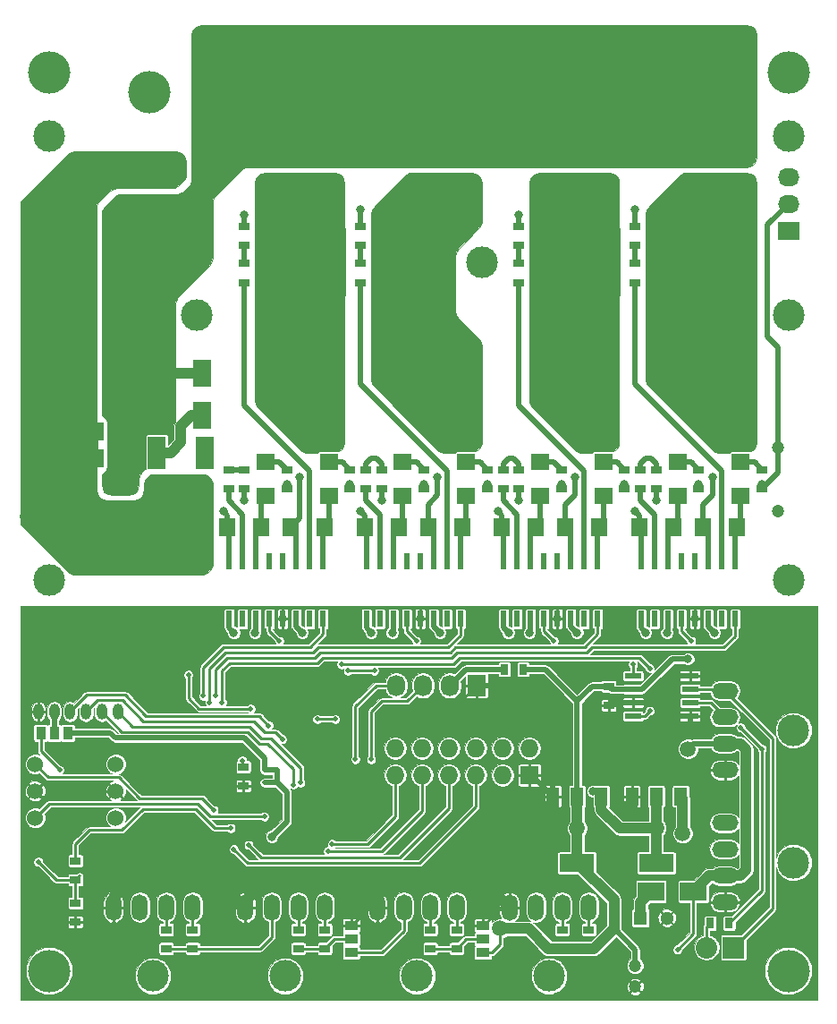
<source format=gbr>
G04 #@! TF.FileFunction,Copper,L2,Bot,Signal*
%FSLAX46Y46*%
G04 Gerber Fmt 4.6, Leading zero omitted, Abs format (unit mm)*
G04 Created by KiCad (PCBNEW 4.0.5) date 01/02/17 19:42:22*
%MOMM*%
%LPD*%
G01*
G04 APERTURE LIST*
%ADD10C,0.100000*%
%ADD11C,1.200000*%
%ADD12R,1.550000X0.600000*%
%ADD13R,0.600000X1.500000*%
%ADD14C,1.700000*%
%ADD15R,1.700000X1.700000*%
%ADD16R,1.651000X3.048000*%
%ADD17R,6.096000X6.096000*%
%ADD18C,1.300000*%
%ADD19R,1.300000X1.300000*%
%ADD20R,1.600000X1.800000*%
%ADD21R,1.800000X1.600000*%
%ADD22R,2.032000X2.032000*%
%ADD23O,2.032000X2.032000*%
%ADD24R,1.000000X0.800000*%
%ADD25R,0.800000X1.000000*%
%ADD26R,2.499360X1.800860*%
%ADD27R,0.965200X1.270000*%
%ADD28R,1.800860X2.499360*%
%ADD29R,1.200000X1.700000*%
%ADD30R,3.300000X1.700000*%
%ADD31R,1.270000X0.965200*%
%ADD32R,1.727200X2.032000*%
%ADD33O,1.727200X2.032000*%
%ADD34R,1.727200X1.727200*%
%ADD35O,1.727200X1.727200*%
%ADD36R,2.032000X1.727200*%
%ADD37O,2.032000X1.727200*%
%ADD38O,1.000000X1.524000*%
%ADD39C,1.524000*%
%ADD40O,1.500000X2.500000*%
%ADD41C,3.000000*%
%ADD42C,2.000000*%
%ADD43C,4.000000*%
%ADD44O,2.500000X1.500000*%
%ADD45R,3.000000X6.500000*%
%ADD46R,6.451600X3.000000*%
%ADD47C,0.500000*%
%ADD48C,1.500000*%
%ADD49C,0.800000*%
%ADD50C,0.250000*%
%ADD51C,0.500000*%
%ADD52C,1.000000*%
%ADD53C,0.300000*%
%ADD54C,0.025400*%
%ADD55C,0.026000*%
G04 APERTURE END LIST*
D10*
D11*
X72000000Y-46500000D03*
D12*
X58300000Y-65905000D03*
X58300000Y-64635000D03*
X58300000Y-63365000D03*
X58300000Y-62095000D03*
X63700000Y-62095000D03*
X63700000Y-63365000D03*
X63700000Y-64635000D03*
X63700000Y-65905000D03*
D13*
X41945000Y-56700000D03*
X40675000Y-56700000D03*
X39405000Y-56700000D03*
X38135000Y-56700000D03*
X36865000Y-56700000D03*
X35595000Y-56700000D03*
X34325000Y-56700000D03*
X33055000Y-56700000D03*
X33055000Y-51300000D03*
X34325000Y-51300000D03*
X35595000Y-51300000D03*
X36865000Y-51300000D03*
X38135000Y-51300000D03*
X39405000Y-51300000D03*
X40675000Y-51300000D03*
X41945000Y-51300000D03*
D14*
X4000000Y-44000000D03*
D15*
X9000000Y-44000000D03*
D16*
X13214000Y-41000000D03*
D17*
X15500000Y-47350000D03*
D16*
X17786000Y-41000000D03*
D18*
X61500000Y-85000000D03*
D19*
X59000000Y-85000000D03*
D20*
X42100000Y-48000000D03*
X38900000Y-48000000D03*
X36100000Y-48000000D03*
X32900000Y-48000000D03*
X29100000Y-48000000D03*
X25900000Y-48000000D03*
X23100000Y-48000000D03*
X19900000Y-48000000D03*
X68100000Y-48000000D03*
X64900000Y-48000000D03*
X62100000Y-48000000D03*
X58900000Y-48000000D03*
X55100000Y-48000000D03*
X51900000Y-48000000D03*
X49100000Y-48000000D03*
X45900000Y-48000000D03*
D21*
X42500000Y-41900000D03*
X42500000Y-45100000D03*
X29500000Y-41900000D03*
X29500000Y-45100000D03*
X68500000Y-41900000D03*
X68500000Y-45100000D03*
X55500000Y-41900000D03*
X55500000Y-45100000D03*
D22*
X67800000Y-87800000D03*
D23*
X65260000Y-87800000D03*
D13*
X28945000Y-56700000D03*
X27675000Y-56700000D03*
X26405000Y-56700000D03*
X25135000Y-56700000D03*
X23865000Y-56700000D03*
X22595000Y-56700000D03*
X21325000Y-56700000D03*
X20055000Y-56700000D03*
X20055000Y-51300000D03*
X21325000Y-51300000D03*
X22595000Y-51300000D03*
X23865000Y-51300000D03*
X25135000Y-51300000D03*
X26405000Y-51300000D03*
X27675000Y-51300000D03*
X28945000Y-51300000D03*
X67945000Y-56700000D03*
X66675000Y-56700000D03*
X65405000Y-56700000D03*
X64135000Y-56700000D03*
X62865000Y-56700000D03*
X61595000Y-56700000D03*
X60325000Y-56700000D03*
X59055000Y-56700000D03*
X59055000Y-51300000D03*
X60325000Y-51300000D03*
X61595000Y-51300000D03*
X62865000Y-51300000D03*
X64135000Y-51300000D03*
X65405000Y-51300000D03*
X66675000Y-51300000D03*
X67945000Y-51300000D03*
X54945000Y-56700000D03*
X53675000Y-56700000D03*
X52405000Y-56700000D03*
X51135000Y-56700000D03*
X49865000Y-56700000D03*
X48595000Y-56700000D03*
X47325000Y-56700000D03*
X46055000Y-56700000D03*
X46055000Y-51300000D03*
X47325000Y-51300000D03*
X48595000Y-51300000D03*
X49865000Y-51300000D03*
X51135000Y-51300000D03*
X52405000Y-51300000D03*
X53675000Y-51300000D03*
X54945000Y-51300000D03*
D24*
X5500000Y-85400000D03*
X5500000Y-83600000D03*
X5500000Y-79600000D03*
X5500000Y-81400000D03*
X21400000Y-72500000D03*
X21400000Y-70700000D03*
X32500000Y-23100000D03*
X32500000Y-24900000D03*
X33000000Y-42600000D03*
X33000000Y-44400000D03*
X21500000Y-23100000D03*
X21500000Y-24900000D03*
X20000000Y-42600000D03*
X20000000Y-44400000D03*
X58500000Y-23100000D03*
X58500000Y-24900000D03*
X59000000Y-42600000D03*
X59000000Y-44400000D03*
X47500000Y-23100000D03*
X47500000Y-24900000D03*
X46000000Y-42600000D03*
X46000000Y-44400000D03*
D25*
X67400000Y-85500000D03*
X65600000Y-85500000D03*
D24*
X32500000Y-21400000D03*
X32500000Y-19600000D03*
X34500000Y-42600000D03*
X34500000Y-44400000D03*
X21500000Y-21400000D03*
X21500000Y-19600000D03*
X21500000Y-42600000D03*
X21500000Y-44400000D03*
X58500000Y-21400000D03*
X58500000Y-19600000D03*
X60500000Y-42600000D03*
X60500000Y-44400000D03*
X47500000Y-21400000D03*
X47500000Y-19600000D03*
X47500000Y-42600000D03*
X47500000Y-44400000D03*
D21*
X36500000Y-41900000D03*
X36500000Y-45100000D03*
X23500000Y-41900000D03*
X23500000Y-45100000D03*
X62500000Y-41900000D03*
X62500000Y-45100000D03*
X49500000Y-41900000D03*
X49500000Y-45100000D03*
D24*
X44500000Y-44400000D03*
X44500000Y-42600000D03*
X31500000Y-44400000D03*
X31500000Y-42600000D03*
X38500000Y-44400000D03*
X38500000Y-42600000D03*
X70500000Y-44400000D03*
X70500000Y-42600000D03*
X57500000Y-44400000D03*
X57500000Y-42600000D03*
X51500000Y-44400000D03*
X51500000Y-42600000D03*
X25500000Y-44400000D03*
X25500000Y-42600000D03*
X64500000Y-44400000D03*
X64500000Y-42600000D03*
X56000000Y-64900000D03*
X56000000Y-63100000D03*
D26*
X63998980Y-82500000D03*
X60001020Y-82500000D03*
D27*
X2230000Y-67500000D03*
X3500000Y-67500000D03*
X4770000Y-67500000D03*
D24*
X14100000Y-87900000D03*
X14100000Y-86100000D03*
X16600000Y-87900000D03*
X16600000Y-86100000D03*
X51600000Y-87900000D03*
X51600000Y-86100000D03*
X54100000Y-87900000D03*
X54100000Y-86100000D03*
D28*
X17500000Y-33501020D03*
X17500000Y-37498980D03*
D29*
X58200000Y-73500000D03*
X60500000Y-73500000D03*
X62800000Y-73500000D03*
D30*
X60500000Y-79800000D03*
D29*
X50700000Y-73500000D03*
X53000000Y-73500000D03*
X55300000Y-73500000D03*
D30*
X53000000Y-79800000D03*
D11*
X58500000Y-89500000D03*
X58500000Y-91500000D03*
X72000000Y-40500000D03*
D31*
X31600000Y-85730000D03*
X31600000Y-87000000D03*
X31600000Y-88270000D03*
X44100000Y-85730000D03*
X44100000Y-87000000D03*
X44100000Y-88270000D03*
D24*
X26600000Y-87900000D03*
X26600000Y-86100000D03*
X29100000Y-87900000D03*
X29100000Y-86100000D03*
X39100000Y-87900000D03*
X39100000Y-86100000D03*
X41600000Y-87900000D03*
X41600000Y-86100000D03*
D25*
X47900000Y-61500000D03*
X46100000Y-61500000D03*
D32*
X43500000Y-63000000D03*
D33*
X40960000Y-63000000D03*
X38420000Y-63000000D03*
X35880000Y-63000000D03*
D34*
X48500000Y-71500000D03*
D35*
X48500000Y-68960000D03*
X45960000Y-71500000D03*
X45960000Y-68960000D03*
X43420000Y-71500000D03*
X43420000Y-68960000D03*
X40880000Y-71500000D03*
X40880000Y-68960000D03*
X38340000Y-71500000D03*
X38340000Y-68960000D03*
X35800000Y-71500000D03*
X35800000Y-68960000D03*
D20*
X10600000Y-39000000D03*
X7400000Y-39000000D03*
X10600000Y-41500000D03*
X7400000Y-41500000D03*
D36*
X73000000Y-20000000D03*
D37*
X73000000Y-17460000D03*
X73000000Y-14920000D03*
D38*
X2000000Y-65500000D03*
X3500000Y-65500000D03*
X5000000Y-65500000D03*
X6500000Y-65500000D03*
X8000000Y-65500000D03*
X9500000Y-65500000D03*
D39*
X9310000Y-75540000D03*
X9310000Y-73000000D03*
X9310000Y-70460000D03*
X1690000Y-70460000D03*
X1690000Y-73000000D03*
X1690000Y-75540000D03*
D40*
X9100000Y-84000000D03*
X11600000Y-84000000D03*
X14100000Y-84000000D03*
X16600000Y-84000000D03*
D41*
X12850000Y-90500000D03*
D42*
X15040000Y-14500000D03*
X15040000Y-19580000D03*
X9960000Y-14500000D03*
X9960000Y-19580000D03*
D43*
X12500000Y-6880000D03*
D40*
X21600000Y-84000000D03*
X24100000Y-84000000D03*
X26600000Y-84000000D03*
X29100000Y-84000000D03*
D41*
X25350000Y-90500000D03*
D40*
X34100000Y-84000000D03*
X36600000Y-84000000D03*
X39100000Y-84000000D03*
X41600000Y-84000000D03*
D41*
X37850000Y-90500000D03*
D40*
X46600000Y-84000000D03*
X49100000Y-84000000D03*
X51600000Y-84000000D03*
X54100000Y-84000000D03*
D41*
X50350000Y-90500000D03*
D44*
X67000000Y-71000000D03*
X67000000Y-68500000D03*
X67000000Y-66000000D03*
X67000000Y-63500000D03*
D41*
X73500000Y-67250000D03*
D44*
X67000000Y-83500000D03*
X67000000Y-81000000D03*
X67000000Y-78500000D03*
X67000000Y-76000000D03*
D41*
X73500000Y-79750000D03*
D45*
X9800000Y-25000000D03*
D46*
X4100000Y-25400000D03*
D45*
X11300000Y-33500000D03*
D46*
X4100000Y-34400000D03*
D45*
X29700000Y-23000000D03*
D46*
X36900000Y-22100000D03*
D45*
X55700000Y-23000000D03*
D46*
X62900000Y-22100000D03*
D41*
X73000000Y-28000000D03*
X44000000Y-23000000D03*
X17000000Y-28000000D03*
X73000000Y-53000000D03*
X3000000Y-53000000D03*
D43*
X3000000Y-90000000D03*
X73000000Y-90000000D03*
D41*
X3000000Y-11000000D03*
X73000000Y-11000000D03*
D43*
X3000000Y-5000000D03*
X73000000Y-5000000D03*
D47*
X34300000Y-73300000D03*
X28400000Y-76100000D03*
X32200000Y-76100000D03*
X31300000Y-65600000D03*
X31300000Y-69600000D03*
X29100000Y-74300000D03*
X34300000Y-69600000D03*
X32800000Y-69600000D03*
X39700000Y-61600000D03*
X37100000Y-61600000D03*
X34700000Y-61600000D03*
X34400000Y-65600000D03*
X30500000Y-74900000D03*
X32800000Y-73300000D03*
X32800000Y-65600000D03*
D48*
X50500000Y-74500000D03*
X58000000Y-74500000D03*
D49*
X65000000Y-67000000D03*
D47*
X58000000Y-56000000D03*
X56000000Y-56000000D03*
X57000000Y-56000000D03*
X45000000Y-56000000D03*
X43000000Y-56000000D03*
X44000000Y-56000000D03*
X32000000Y-56000000D03*
X30000000Y-56000000D03*
X31000000Y-56000000D03*
X69000000Y-56000000D03*
X75000000Y-56000000D03*
X73000000Y-56000000D03*
X71000000Y-56000000D03*
X19000000Y-56000000D03*
X17000000Y-56000000D03*
X15000000Y-56000000D03*
X13000000Y-56000000D03*
X11000000Y-56000000D03*
X9000000Y-56000000D03*
X7000000Y-56000000D03*
X5000000Y-56000000D03*
X3000000Y-56000000D03*
X1000000Y-56000000D03*
X29500000Y-81000000D03*
X25500000Y-82000000D03*
X14000000Y-80500000D03*
D49*
X64135000Y-56700000D03*
X51135000Y-56700000D03*
X38135000Y-56700000D03*
X25135000Y-56700000D03*
D47*
X22900000Y-72800000D03*
X22100000Y-74200000D03*
X20200000Y-70700000D03*
X4000000Y-71000000D03*
X2000000Y-79700000D03*
D48*
X53000000Y-76500000D03*
D49*
X63500000Y-60500000D03*
D47*
X20200000Y-76500000D03*
D49*
X24100000Y-77300000D03*
D47*
X16200000Y-62000000D03*
X22100000Y-65200000D03*
D49*
X59500000Y-58000000D03*
X46500000Y-58000000D03*
X20500000Y-58000000D03*
X33500000Y-58000000D03*
X27000000Y-58000000D03*
X40000000Y-58000000D03*
X53000000Y-58000000D03*
X66000000Y-58000000D03*
D47*
X23400000Y-71000000D03*
X24600000Y-71000000D03*
X23400000Y-72200000D03*
X24600000Y-72200000D03*
D48*
X45700000Y-86000000D03*
X63500000Y-69000000D03*
D47*
X62500000Y-88000000D03*
D48*
X11500000Y-48500000D03*
X10000000Y-48500000D03*
X8500000Y-48500000D03*
X7000000Y-48500000D03*
X5500000Y-48500000D03*
X4000000Y-48500000D03*
X4000000Y-50000000D03*
X1000000Y-47000000D03*
X2500000Y-48500000D03*
X11500000Y-50000000D03*
X11500000Y-51500000D03*
X10000000Y-51500000D03*
X10000000Y-50000000D03*
X5500000Y-51500000D03*
X5500000Y-50000000D03*
X7000000Y-50000000D03*
X7000000Y-51500000D03*
X8500000Y-51500000D03*
X8500000Y-50000000D03*
X13000000Y-50000000D03*
X13000000Y-51500000D03*
X17500000Y-51500000D03*
X17500000Y-50000000D03*
X16000000Y-50000000D03*
X16000000Y-51500000D03*
X14500000Y-51500000D03*
X14500000Y-50000000D03*
D49*
X19500000Y-46500000D03*
X32500000Y-46500000D03*
X58500000Y-46500000D03*
X45500000Y-46500000D03*
D48*
X30000000Y-31000000D03*
X28500000Y-31000000D03*
X27000000Y-31000000D03*
X25500000Y-31000000D03*
X24000000Y-31000000D03*
X28500000Y-40000000D03*
X28500000Y-17000000D03*
X30000000Y-17000000D03*
X30000000Y-18500000D03*
X28500000Y-18500000D03*
X27000000Y-18500000D03*
X25500000Y-18500000D03*
X27000000Y-20000000D03*
X25500000Y-20000000D03*
X26500000Y-38500000D03*
X26500000Y-32500000D03*
X25000000Y-35500000D03*
X25000000Y-34000000D03*
X26500000Y-34000000D03*
X26500000Y-35500000D03*
X26500000Y-37000000D03*
X25000000Y-37000000D03*
X30000000Y-32500000D03*
X25000000Y-32500000D03*
X30000000Y-37000000D03*
X30000000Y-35500000D03*
X30000000Y-34000000D03*
X30000000Y-38500000D03*
X30000000Y-40000000D03*
X25500000Y-15500000D03*
X27000000Y-15500000D03*
X27000000Y-17000000D03*
X25500000Y-17000000D03*
X30000000Y-15500000D03*
X28500000Y-15500000D03*
D49*
X26700000Y-43300000D03*
D48*
X56000000Y-31000000D03*
X54500000Y-31000000D03*
X53000000Y-31000000D03*
X51500000Y-31000000D03*
X50000000Y-31000000D03*
X51000000Y-35500000D03*
X52500000Y-38500000D03*
X52500000Y-37000000D03*
X51000000Y-37000000D03*
X56000000Y-32500000D03*
X51000000Y-34000000D03*
X51000000Y-32500000D03*
X52500000Y-32500000D03*
X52500000Y-34000000D03*
X52500000Y-35500000D03*
X56000000Y-38500000D03*
X56000000Y-37000000D03*
X56000000Y-35500000D03*
X56000000Y-34000000D03*
X56000000Y-40000000D03*
X54500000Y-40000000D03*
X53000000Y-20000000D03*
X51500000Y-20000000D03*
X54500000Y-17000000D03*
X54500000Y-18500000D03*
X56000000Y-18500000D03*
X56000000Y-17000000D03*
X56000000Y-15500000D03*
X54500000Y-15500000D03*
X53000000Y-15500000D03*
X53000000Y-17000000D03*
X53000000Y-18500000D03*
X51500000Y-18500000D03*
X51500000Y-17000000D03*
X51500000Y-15500000D03*
D49*
X52800000Y-43300000D03*
D48*
X19500000Y-1500000D03*
X18000000Y-1500000D03*
X18000000Y-7500000D03*
X18000000Y-6000000D03*
X18000000Y-4500000D03*
X18000000Y-3000000D03*
X57500000Y-7500000D03*
X57500000Y-6000000D03*
X57500000Y-4500000D03*
X57500000Y-3000000D03*
X44500000Y-7500000D03*
X44500000Y-6000000D03*
X44500000Y-4500000D03*
X44500000Y-3000000D03*
X31500000Y-7500000D03*
X31500000Y-6000000D03*
X31500000Y-4500000D03*
X31500000Y-3000000D03*
X54000000Y-1500000D03*
X52500000Y-1500000D03*
X58500000Y-1500000D03*
X57000000Y-1500000D03*
X55500000Y-1500000D03*
X60000000Y-1500000D03*
X61500000Y-1500000D03*
X63000000Y-1500000D03*
X64500000Y-1500000D03*
X66000000Y-1500000D03*
X67500000Y-1500000D03*
X69000000Y-1500000D03*
X51000000Y-1500000D03*
X49500000Y-1500000D03*
X48000000Y-1500000D03*
X33000000Y-1500000D03*
X31500000Y-1500000D03*
X30000000Y-1500000D03*
X37500000Y-1500000D03*
X36000000Y-1500000D03*
X34500000Y-1500000D03*
X39000000Y-1500000D03*
X40500000Y-1500000D03*
X42000000Y-1500000D03*
X43500000Y-1500000D03*
X45000000Y-1500000D03*
X46500000Y-1500000D03*
X21000000Y-1500000D03*
X22500000Y-1500000D03*
X24000000Y-1500000D03*
X25500000Y-1500000D03*
X27000000Y-1500000D03*
X28500000Y-1500000D03*
X24000000Y-10000000D03*
X22500000Y-10000000D03*
X21000000Y-10000000D03*
X19500000Y-10000000D03*
X18000000Y-10000000D03*
X55500000Y-10000000D03*
X54000000Y-10000000D03*
X52500000Y-10000000D03*
X51000000Y-10000000D03*
X49500000Y-10000000D03*
X48000000Y-10000000D03*
X46500000Y-10000000D03*
X69000000Y-10000000D03*
X67500000Y-10000000D03*
X66000000Y-10000000D03*
X64500000Y-10000000D03*
X63000000Y-10000000D03*
X61500000Y-10000000D03*
X52500000Y-11500000D03*
X54000000Y-11500000D03*
X55500000Y-11500000D03*
X57000000Y-11500000D03*
X58500000Y-11500000D03*
X60000000Y-11500000D03*
X61500000Y-11500000D03*
X63000000Y-11500000D03*
X36000000Y-11500000D03*
X37500000Y-11500000D03*
X39000000Y-11500000D03*
X40500000Y-11500000D03*
X42000000Y-11500000D03*
X43500000Y-11500000D03*
X22500000Y-11500000D03*
X24000000Y-11500000D03*
X25500000Y-11500000D03*
X27000000Y-11500000D03*
X28500000Y-11500000D03*
X30000000Y-11500000D03*
X28500000Y-13000000D03*
X27000000Y-13000000D03*
X25500000Y-13000000D03*
X24000000Y-13000000D03*
X22500000Y-13000000D03*
X21000000Y-13000000D03*
X52500000Y-13000000D03*
X51000000Y-13000000D03*
X49500000Y-13000000D03*
X48000000Y-13000000D03*
X46500000Y-13000000D03*
X45000000Y-13000000D03*
X43500000Y-13000000D03*
X69000000Y-13000000D03*
X54000000Y-13000000D03*
X55500000Y-13000000D03*
X57000000Y-13000000D03*
X58500000Y-13000000D03*
X60000000Y-13000000D03*
X61500000Y-13000000D03*
X63000000Y-13000000D03*
X64500000Y-13000000D03*
X66000000Y-13000000D03*
X67500000Y-13000000D03*
X30000000Y-13000000D03*
X31500000Y-13000000D03*
X33000000Y-13000000D03*
X34500000Y-13000000D03*
X36000000Y-13000000D03*
X37500000Y-13000000D03*
X39000000Y-13000000D03*
X40500000Y-13000000D03*
X42000000Y-13000000D03*
X21000000Y-11500000D03*
X19500000Y-11500000D03*
X18000000Y-11500000D03*
X18000000Y-13000000D03*
X19500000Y-13000000D03*
X34500000Y-11500000D03*
X33000000Y-11500000D03*
X31500000Y-11500000D03*
X51000000Y-11500000D03*
X49500000Y-11500000D03*
X48000000Y-11500000D03*
X46500000Y-11500000D03*
X45000000Y-11500000D03*
X69000000Y-11500000D03*
X67500000Y-11500000D03*
X66000000Y-11500000D03*
X64500000Y-11500000D03*
X57000000Y-10000000D03*
X58500000Y-10000000D03*
X60000000Y-10000000D03*
X25500000Y-10000000D03*
X27000000Y-10000000D03*
X28500000Y-10000000D03*
X30000000Y-10000000D03*
X31500000Y-10000000D03*
X33000000Y-10000000D03*
X34500000Y-10000000D03*
X36000000Y-10000000D03*
X37500000Y-10000000D03*
X39000000Y-10000000D03*
X40500000Y-10000000D03*
X42000000Y-10000000D03*
X43500000Y-10000000D03*
X45000000Y-10000000D03*
D47*
X21900000Y-78100000D03*
X20500000Y-78500000D03*
X29800000Y-78000000D03*
X29416117Y-78683884D03*
X68500000Y-67000000D03*
X70500000Y-69000000D03*
X26800000Y-72200000D03*
X26100000Y-72400000D03*
X25100000Y-68100000D03*
X23800000Y-66800000D03*
D48*
X37000000Y-31000000D03*
X38500000Y-31000000D03*
X40000000Y-31000000D03*
X41500000Y-31000000D03*
X43000000Y-31000000D03*
X35500000Y-31000000D03*
X39500000Y-18500000D03*
X41000000Y-18500000D03*
X39500000Y-17000000D03*
X38000000Y-17000000D03*
X38000000Y-18500000D03*
X42500000Y-20000000D03*
X41000000Y-20000000D03*
X39500000Y-20000000D03*
X38000000Y-20000000D03*
X42500000Y-18500000D03*
X42500000Y-17000000D03*
X42500000Y-15500000D03*
X41000000Y-17000000D03*
X39500000Y-15500000D03*
X38000000Y-15500000D03*
X41000000Y-15500000D03*
X38000000Y-34000000D03*
X38000000Y-35500000D03*
X38000000Y-37000000D03*
X38000000Y-32500000D03*
X41500000Y-35500000D03*
X43000000Y-35500000D03*
X43000000Y-34000000D03*
X41500000Y-34000000D03*
X41500000Y-32500000D03*
X43000000Y-32500000D03*
X41500000Y-40000000D03*
X43000000Y-40000000D03*
X43000000Y-38500000D03*
X41500000Y-38500000D03*
X41500000Y-37000000D03*
X43000000Y-37000000D03*
D49*
X39800000Y-43300000D03*
D48*
X63000000Y-31000000D03*
X64500000Y-31000000D03*
X66000000Y-31000000D03*
X67500000Y-31000000D03*
X69000000Y-31000000D03*
X61500000Y-31000000D03*
X67500000Y-40000000D03*
X69000000Y-37000000D03*
X69000000Y-38500000D03*
X69000000Y-40000000D03*
X69000000Y-35500000D03*
X69000000Y-34000000D03*
X69000000Y-32500000D03*
X67500000Y-34000000D03*
X67500000Y-32500000D03*
X64000000Y-35500000D03*
X64000000Y-34000000D03*
X64000000Y-32500000D03*
X64000000Y-37000000D03*
X67500000Y-35500000D03*
X67500000Y-37000000D03*
X67500000Y-38500000D03*
X68500000Y-20000000D03*
X67000000Y-20000000D03*
X65500000Y-20000000D03*
X64000000Y-20000000D03*
X64000000Y-17000000D03*
X68500000Y-18500000D03*
X67000000Y-18500000D03*
X65500000Y-18500000D03*
X64000000Y-18500000D03*
X65500000Y-15500000D03*
X64000000Y-15500000D03*
X67000000Y-15500000D03*
X68500000Y-15500000D03*
X68500000Y-17000000D03*
X67000000Y-17000000D03*
X65500000Y-17000000D03*
D49*
X65800000Y-43300000D03*
D47*
X21300000Y-70100000D03*
D49*
X35500000Y-58000000D03*
X22500000Y-58000000D03*
X61500000Y-58000000D03*
X48500000Y-58000000D03*
D47*
X58300000Y-61000000D03*
X33800000Y-61600000D03*
X31300000Y-61600000D03*
X18200000Y-64600000D03*
X17600000Y-64000000D03*
X19400000Y-64600000D03*
X18800000Y-64000000D03*
X59900000Y-65400000D03*
X59900000Y-61400000D03*
X30700000Y-61000000D03*
D48*
X17786000Y-41000000D03*
D49*
X25500000Y-44000000D03*
X70500000Y-44000000D03*
X64500000Y-44000000D03*
X57500000Y-44000000D03*
X51500000Y-44000000D03*
X38500000Y-44000000D03*
X44500000Y-44000000D03*
X31500000Y-44000000D03*
X32500000Y-18000000D03*
X34500000Y-45500000D03*
X21500000Y-18500000D03*
X21500000Y-45500000D03*
X58500000Y-18000000D03*
X60500000Y-45500000D03*
X47500000Y-18500000D03*
X47500000Y-45500000D03*
D47*
X18600000Y-74800000D03*
D48*
X63000000Y-77000000D03*
X13214000Y-41000000D03*
D49*
X54500000Y-73000000D03*
D48*
X60500000Y-76500000D03*
D47*
X33500000Y-70000000D03*
X32000000Y-70000000D03*
X23400000Y-75400000D03*
X37800000Y-58800000D03*
X24800000Y-58800000D03*
X63800000Y-58800000D03*
X50800000Y-58800000D03*
X28400000Y-66200000D03*
X30100000Y-66200000D03*
D50*
X32200000Y-76100000D02*
X28400000Y-76100000D01*
X31300000Y-69600000D02*
X31300000Y-65600000D01*
X34300000Y-69600000D02*
X34300000Y-73300000D01*
X34300000Y-73300000D02*
X32800000Y-73300000D01*
X34400000Y-65600000D02*
X35000000Y-65000000D01*
X41500000Y-65000000D02*
X43500000Y-63000000D01*
X35000000Y-65000000D02*
X41500000Y-65000000D01*
X39700000Y-61600000D02*
X37100000Y-61600000D01*
X32800000Y-65600000D02*
X32800000Y-69600000D01*
X32800000Y-69600000D02*
X32800000Y-73300000D01*
D51*
X50700000Y-73500000D02*
X50700000Y-67200000D01*
X46500000Y-63000000D02*
X43500000Y-63000000D01*
X50700000Y-67200000D02*
X46500000Y-63000000D01*
X48500000Y-71500000D02*
X48700000Y-71500000D01*
X48700000Y-71500000D02*
X50700000Y-73500000D01*
D52*
X50700000Y-73500000D02*
X50700000Y-74300000D01*
X50700000Y-74300000D02*
X50500000Y-74500000D01*
X58200000Y-73500000D02*
X58200000Y-74300000D01*
X58200000Y-74300000D02*
X58000000Y-74500000D01*
D51*
X63700000Y-65905000D02*
X63700000Y-66700000D01*
X64000000Y-67000000D02*
X65000000Y-67000000D01*
X63700000Y-66700000D02*
X64000000Y-67000000D01*
X63700000Y-62095000D02*
X61905000Y-62095000D01*
X60635000Y-63365000D02*
X60635000Y-64635000D01*
X61905000Y-62095000D02*
X60635000Y-63365000D01*
X58300000Y-64635000D02*
X60635000Y-64635000D01*
X61905000Y-65905000D02*
X63700000Y-65905000D01*
X60635000Y-64635000D02*
X61905000Y-65905000D01*
X56000000Y-64900000D02*
X56265000Y-64635000D01*
X56265000Y-64635000D02*
X58300000Y-64635000D01*
D50*
X1690000Y-73000000D02*
X2190000Y-73500000D01*
X2190000Y-73500000D02*
X3000000Y-73500000D01*
X3000000Y-73500000D02*
X3500000Y-73000000D01*
D51*
X75000000Y-56000000D02*
X73000000Y-56000000D01*
X71000000Y-56000000D02*
X69000000Y-56000000D01*
X17000000Y-56000000D02*
X19000000Y-56000000D01*
X13000000Y-56000000D02*
X15000000Y-56000000D01*
X9000000Y-56000000D02*
X11000000Y-56000000D01*
X5000000Y-56000000D02*
X7000000Y-56000000D01*
X1000000Y-56000000D02*
X3000000Y-56000000D01*
D50*
X29500000Y-82000000D02*
X29500000Y-81000000D01*
X14000000Y-80500000D02*
X14000000Y-82000000D01*
X3500000Y-73000000D02*
X9310000Y-73000000D01*
X22600000Y-72500000D02*
X22900000Y-72800000D01*
X21400000Y-72500000D02*
X22600000Y-72500000D01*
D52*
X34100000Y-84000000D02*
X34100000Y-82900000D01*
X34100000Y-82900000D02*
X35000000Y-82000000D01*
X21600000Y-84000000D02*
X21600000Y-83400000D01*
X21600000Y-83400000D02*
X23000000Y-82000000D01*
X32100000Y-82000000D02*
X34100000Y-84000000D01*
X23000000Y-82000000D02*
X25500000Y-82000000D01*
X25500000Y-82000000D02*
X29500000Y-82000000D01*
X29500000Y-82000000D02*
X32100000Y-82000000D01*
X9100000Y-84000000D02*
X9100000Y-83100000D01*
X9100000Y-83100000D02*
X10200000Y-82000000D01*
X10200000Y-82000000D02*
X14000000Y-82000000D01*
X14000000Y-82000000D02*
X14900000Y-82000000D01*
X14900000Y-82000000D02*
X18300000Y-82000000D01*
X18300000Y-82000000D02*
X19600000Y-82000000D01*
X19600000Y-82000000D02*
X21600000Y-84000000D01*
D50*
X31600000Y-85730000D02*
X33330000Y-84000000D01*
X33330000Y-84000000D02*
X34100000Y-84000000D01*
X44100000Y-85730000D02*
X45830000Y-84000000D01*
X45830000Y-84000000D02*
X46600000Y-84000000D01*
D52*
X35000000Y-82000000D02*
X44600000Y-82000000D01*
X44600000Y-82000000D02*
X46600000Y-84000000D01*
D50*
X2230000Y-67500000D02*
X2230000Y-69230000D01*
X2230000Y-69230000D02*
X4000000Y-71000000D01*
X3700000Y-81400000D02*
X5500000Y-81400000D01*
X2000000Y-79700000D02*
X3700000Y-81400000D01*
X5500000Y-81400000D02*
X5900000Y-81000000D01*
X5500000Y-81400000D02*
X5500000Y-83600000D01*
D51*
X47900000Y-61500000D02*
X50000000Y-61500000D01*
X50000000Y-61500000D02*
X53000000Y-64500000D01*
X53000000Y-67500000D02*
X53000000Y-65500000D01*
X53000000Y-69500000D02*
X53000000Y-67500000D01*
X53000000Y-73500000D02*
X53000000Y-69500000D01*
X53000000Y-65500000D02*
X53000000Y-64500000D01*
X53000000Y-64500000D02*
X54400000Y-63100000D01*
X54400000Y-63100000D02*
X56000000Y-63100000D01*
D52*
X53000000Y-76500000D02*
X53000000Y-79800000D01*
X53000000Y-73500000D02*
X53000000Y-76500000D01*
X56500000Y-86000000D02*
X56500000Y-83300000D01*
X56500000Y-83300000D02*
X53000000Y-79800000D01*
D51*
X58500000Y-89500000D02*
X58500000Y-88000000D01*
X58500000Y-88000000D02*
X56500000Y-86000000D01*
X58300000Y-63365000D02*
X59135000Y-63365000D01*
X62000000Y-60500000D02*
X63500000Y-60500000D01*
X59135000Y-63365000D02*
X62000000Y-60500000D01*
D52*
X56500000Y-86000000D02*
X54600000Y-87900000D01*
X54600000Y-87900000D02*
X54100000Y-87900000D01*
D51*
X58300000Y-63365000D02*
X56265000Y-63365000D01*
X56265000Y-63365000D02*
X56000000Y-63100000D01*
D50*
X18700000Y-76500000D02*
X16900000Y-74700000D01*
X20200000Y-76500000D02*
X18700000Y-76500000D01*
X11900000Y-74700000D02*
X9900000Y-76700000D01*
X6800000Y-76700000D02*
X9900000Y-76700000D01*
X5500000Y-78000000D02*
X6800000Y-76700000D01*
X5500000Y-79600000D02*
X5500000Y-78000000D01*
X16900000Y-74700000D02*
X11900000Y-74700000D01*
D51*
X25500000Y-73100000D02*
X24600000Y-72200000D01*
X25500000Y-75900000D02*
X25500000Y-73100000D01*
X24100000Y-77300000D02*
X25500000Y-75900000D01*
X4770000Y-67500000D02*
X8800000Y-67500000D01*
X8800000Y-67500000D02*
X9275002Y-67975002D01*
X21475002Y-67975002D02*
X23400000Y-69900000D01*
X9275002Y-67975002D02*
X21475002Y-67975002D01*
D50*
X16200000Y-64200000D02*
X16200000Y-62000000D01*
X17200000Y-65200000D02*
X16200000Y-64200000D01*
X22100000Y-65200000D02*
X17200000Y-65200000D01*
D51*
X59055000Y-56700000D02*
X59055000Y-57555000D01*
X59055000Y-57555000D02*
X59500000Y-58000000D01*
X46055000Y-56700000D02*
X46055000Y-57555000D01*
X46055000Y-57555000D02*
X46500000Y-58000000D01*
X20055000Y-56700000D02*
X20055000Y-57555000D01*
X20055000Y-57555000D02*
X20500000Y-58000000D01*
X33055000Y-56700000D02*
X33055000Y-57555000D01*
X33055000Y-57555000D02*
X33500000Y-58000000D01*
X26405000Y-56700000D02*
X26405000Y-57405000D01*
X26405000Y-57405000D02*
X27000000Y-58000000D01*
X39405000Y-56700000D02*
X39405000Y-57405000D01*
X39405000Y-57405000D02*
X40000000Y-58000000D01*
X52405000Y-56700000D02*
X52405000Y-57405000D01*
X52405000Y-57405000D02*
X53000000Y-58000000D01*
X65405000Y-56700000D02*
X65405000Y-57405000D01*
X65405000Y-57405000D02*
X66000000Y-58000000D01*
X23400000Y-69900000D02*
X23400000Y-71000000D01*
X24600000Y-71000000D02*
X23400000Y-71000000D01*
D50*
X24100000Y-84000000D02*
X24100000Y-86800000D01*
X23000000Y-87900000D02*
X16600000Y-87900000D01*
X24100000Y-86800000D02*
X23000000Y-87900000D01*
D51*
X24600000Y-71000000D02*
X24600000Y-71500000D01*
X24600000Y-71500000D02*
X24600000Y-72200000D01*
X23400000Y-72200000D02*
X24600000Y-72200000D01*
D50*
X54100000Y-87900000D02*
X53600000Y-87900000D01*
X45700000Y-86000000D02*
X45700000Y-87500000D01*
X44930000Y-88270000D02*
X44100000Y-88270000D01*
X45700000Y-87500000D02*
X44930000Y-88270000D01*
X36600000Y-84000000D02*
X36600000Y-86200000D01*
X34530000Y-88270000D02*
X31600000Y-88270000D01*
X36600000Y-86200000D02*
X34530000Y-88270000D01*
X44100000Y-88270000D02*
X44470000Y-87900000D01*
D52*
X51600000Y-87900000D02*
X54100000Y-87900000D01*
X50300000Y-87900000D02*
X51600000Y-87900000D01*
X48400000Y-86000000D02*
X50300000Y-87900000D01*
X45700000Y-86000000D02*
X48400000Y-86000000D01*
D50*
X14100000Y-87900000D02*
X16600000Y-87900000D01*
D51*
X42100000Y-48000000D02*
X42500000Y-47600000D01*
X42500000Y-47600000D02*
X42500000Y-45100000D01*
X41945000Y-51300000D02*
X41945000Y-48155000D01*
X41945000Y-48155000D02*
X42100000Y-48000000D01*
X41945000Y-48155000D02*
X42100000Y-48000000D01*
X42000000Y-47900000D02*
X42100000Y-48000000D01*
X67000000Y-68500000D02*
X64000000Y-68500000D01*
X64000000Y-68500000D02*
X63500000Y-69000000D01*
D50*
X63998980Y-82500000D02*
X63998980Y-86501020D01*
X63998980Y-86501020D02*
X62500000Y-88000000D01*
D52*
X67000000Y-81000000D02*
X65498980Y-81000000D01*
X65498980Y-81000000D02*
X63998980Y-82500000D01*
X67000000Y-68500000D02*
X68500000Y-68500000D01*
X68500000Y-81000000D02*
X67000000Y-81000000D01*
X69000000Y-80500000D02*
X68500000Y-81000000D01*
X69000000Y-69000000D02*
X69000000Y-80500000D01*
X68500000Y-68500000D02*
X69000000Y-69000000D01*
D50*
X4000000Y-44000000D02*
X4000000Y-43000000D01*
X5500000Y-41500000D02*
X7500000Y-41500000D01*
X4000000Y-43000000D02*
X5500000Y-41500000D01*
X7500000Y-41500000D02*
X7400000Y-41500000D01*
X7400000Y-39000000D02*
X4500000Y-36100000D01*
X4500000Y-36100000D02*
X4500000Y-34500000D01*
X4500000Y-34500000D02*
X4100000Y-34400000D01*
X7400000Y-39000000D02*
X7500000Y-39100000D01*
X7500000Y-39100000D02*
X7500000Y-41500000D01*
X7500000Y-41500000D02*
X7400000Y-41500000D01*
D52*
X10000000Y-48500000D02*
X11500000Y-48500000D01*
X7000000Y-48500000D02*
X8500000Y-48500000D01*
X4000000Y-48500000D02*
X5500000Y-48500000D01*
X5500000Y-50000000D02*
X4000000Y-50000000D01*
X2500000Y-48500000D02*
X1000000Y-47000000D01*
X10000000Y-50000000D02*
X8500000Y-50000000D01*
X13000000Y-50000000D02*
X11500000Y-50000000D01*
X11500000Y-51500000D02*
X10000000Y-51500000D01*
X7000000Y-50000000D02*
X5500000Y-50000000D01*
X8500000Y-51500000D02*
X7000000Y-51500000D01*
X14500000Y-51500000D02*
X13000000Y-51500000D01*
X16000000Y-50000000D02*
X17500000Y-50000000D01*
X16000000Y-51500000D02*
X14500000Y-51500000D01*
X14500000Y-50000000D02*
X15500000Y-47350000D01*
X15500000Y-47350000D02*
X15500000Y-47500000D01*
D51*
X19900000Y-46900000D02*
X19900000Y-48000000D01*
X19500000Y-46500000D02*
X19900000Y-46900000D01*
X59055000Y-51300000D02*
X59055000Y-48155000D01*
X59055000Y-48155000D02*
X58900000Y-48000000D01*
X46055000Y-51300000D02*
X46055000Y-48155000D01*
X46055000Y-48155000D02*
X45900000Y-48000000D01*
X33055000Y-51300000D02*
X33055000Y-48155000D01*
X33055000Y-48155000D02*
X32900000Y-48000000D01*
X20055000Y-51300000D02*
X20055000Y-48155000D01*
X20055000Y-48155000D02*
X19900000Y-48000000D01*
X58900000Y-48000000D02*
X58900000Y-46900000D01*
X58900000Y-46900000D02*
X58500000Y-46500000D01*
X45900000Y-48000000D02*
X45900000Y-46900000D01*
X45900000Y-46900000D02*
X45500000Y-46500000D01*
X32900000Y-48000000D02*
X32900000Y-46900000D01*
X32900000Y-46900000D02*
X32500000Y-46500000D01*
X29100000Y-48000000D02*
X29500000Y-47600000D01*
X29500000Y-47600000D02*
X29500000Y-45100000D01*
X28945000Y-51300000D02*
X28945000Y-48155000D01*
X28945000Y-48155000D02*
X29100000Y-48000000D01*
X28945000Y-48155000D02*
X29100000Y-48000000D01*
X29000000Y-47900000D02*
X29100000Y-48000000D01*
X30000000Y-31000000D02*
X28500000Y-31000000D01*
X27000000Y-31000000D02*
X25500000Y-31000000D01*
D50*
X28500000Y-17000000D02*
X30000000Y-17000000D01*
X30000000Y-18500000D02*
X28500000Y-18500000D01*
X27000000Y-18500000D02*
X25500000Y-18500000D01*
X25500000Y-20000000D02*
X27000000Y-20000000D01*
X26500000Y-37000000D02*
X26500000Y-38500000D01*
X26500000Y-32500000D02*
X26500000Y-34000000D01*
X25000000Y-34000000D02*
X25000000Y-35500000D01*
X26500000Y-35500000D02*
X26500000Y-37000000D01*
X30000000Y-32500000D02*
X25000000Y-32500000D01*
X30000000Y-35500000D02*
X30000000Y-34000000D01*
X30000000Y-35500000D02*
X30000000Y-37000000D01*
X27000000Y-15500000D02*
X25500000Y-15500000D01*
X25500000Y-17000000D02*
X27000000Y-17000000D01*
X30000000Y-15500000D02*
X28500000Y-15500000D01*
D51*
X25900000Y-48000000D02*
X26700000Y-47200000D01*
X26700000Y-47200000D02*
X26700000Y-43300000D01*
X26405000Y-51300000D02*
X26405000Y-48505000D01*
X26405000Y-48505000D02*
X25900000Y-48000000D01*
X25900000Y-48000000D02*
X26405000Y-48505000D01*
X68100000Y-48000000D02*
X68500000Y-47600000D01*
X68500000Y-47600000D02*
X68500000Y-45100000D01*
X67945000Y-51300000D02*
X67945000Y-48155000D01*
X67945000Y-48155000D02*
X68100000Y-48000000D01*
X67945000Y-48155000D02*
X68100000Y-48000000D01*
X68000000Y-47900000D02*
X68100000Y-48000000D01*
X55100000Y-48000000D02*
X55500000Y-47600000D01*
X55500000Y-47600000D02*
X55500000Y-45100000D01*
X54945000Y-51300000D02*
X54945000Y-48155000D01*
X54945000Y-48155000D02*
X55100000Y-48000000D01*
X54945000Y-48155000D02*
X55100000Y-48000000D01*
X55000000Y-47900000D02*
X55100000Y-48000000D01*
X56000000Y-31000000D02*
X54500000Y-31000000D01*
X53000000Y-31000000D02*
X51500000Y-31000000D01*
D50*
X51000000Y-35500000D02*
X51000000Y-37000000D01*
X52500000Y-37000000D02*
X52500000Y-38500000D01*
X56000000Y-32500000D02*
X52500000Y-32500000D01*
X51000000Y-32500000D02*
X51000000Y-34000000D01*
X52500000Y-34000000D02*
X52500000Y-35500000D01*
X56000000Y-38500000D02*
X56000000Y-37000000D01*
X56000000Y-35500000D02*
X56000000Y-34000000D01*
X56000000Y-40000000D02*
X54500000Y-40000000D01*
X51500000Y-18500000D02*
X51500000Y-20000000D01*
X53500000Y-16000000D02*
X55500000Y-16000000D01*
X54500000Y-18500000D02*
X54500000Y-17000000D01*
X56000000Y-17000000D02*
X56000000Y-18500000D01*
X55500000Y-16000000D02*
X56000000Y-15500000D01*
X54500000Y-15500000D02*
X53000000Y-15500000D01*
X53000000Y-17000000D02*
X53000000Y-18500000D01*
X51500000Y-18500000D02*
X51500000Y-17000000D01*
D51*
X52800000Y-45000000D02*
X52800000Y-43300000D01*
X51900000Y-45900000D02*
X52800000Y-45000000D01*
X51900000Y-48000000D02*
X51900000Y-45900000D01*
X52405000Y-51300000D02*
X52405000Y-48505000D01*
X52405000Y-48505000D02*
X51900000Y-48000000D01*
X51900000Y-48000000D02*
X52405000Y-48505000D01*
D52*
X11300000Y-33500000D02*
X17498980Y-33500000D01*
X17498980Y-33500000D02*
X17500000Y-33501020D01*
D50*
X19500000Y-1500000D02*
X18000000Y-1500000D01*
X18000000Y-6000000D02*
X18000000Y-7500000D01*
X18000000Y-3000000D02*
X18000000Y-4500000D01*
X57500000Y-6000000D02*
X57500000Y-7500000D01*
X57500000Y-3000000D02*
X57500000Y-4500000D01*
X44500000Y-6000000D02*
X44500000Y-7500000D01*
X44500000Y-3000000D02*
X44500000Y-4500000D01*
X31500000Y-6000000D02*
X31500000Y-7500000D01*
X31500000Y-3000000D02*
X31500000Y-4500000D01*
X54000000Y-1500000D02*
X55500000Y-1500000D01*
X52500000Y-1500000D02*
X54000000Y-1500000D01*
X57000000Y-1500000D02*
X58500000Y-1500000D01*
X61500000Y-1500000D02*
X63000000Y-1500000D01*
X64500000Y-1500000D02*
X66000000Y-1500000D01*
X67500000Y-1500000D02*
X69000000Y-1500000D01*
X46500000Y-1500000D02*
X48000000Y-1500000D01*
X49500000Y-1500000D02*
X51000000Y-1500000D01*
X33000000Y-1500000D02*
X34500000Y-1500000D01*
X30000000Y-1500000D02*
X31500000Y-1500000D01*
X36000000Y-1500000D02*
X37500000Y-1500000D01*
X39000000Y-1500000D02*
X40500000Y-1500000D01*
X42000000Y-1500000D02*
X43500000Y-1500000D01*
X45000000Y-1500000D02*
X46500000Y-1500000D01*
X21000000Y-1500000D02*
X22500000Y-1500000D01*
X24000000Y-1500000D02*
X25500000Y-1500000D01*
X27000000Y-1500000D02*
X28500000Y-1500000D01*
X24000000Y-10000000D02*
X22500000Y-10000000D01*
X21000000Y-10000000D02*
X19500000Y-10000000D01*
X54000000Y-10000000D02*
X52500000Y-10000000D01*
X51000000Y-10000000D02*
X49500000Y-10000000D01*
X48000000Y-10000000D02*
X46500000Y-10000000D01*
X69000000Y-10000000D02*
X67500000Y-10000000D01*
X66000000Y-10000000D02*
X64500000Y-10000000D01*
X63000000Y-10000000D02*
X61500000Y-10000000D01*
X52500000Y-11500000D02*
X54000000Y-11500000D01*
X55500000Y-11500000D02*
X57000000Y-11500000D01*
X58500000Y-11500000D02*
X60000000Y-11500000D01*
X61500000Y-11500000D02*
X63000000Y-11500000D01*
X43500000Y-11500000D02*
X45000000Y-11500000D01*
X37500000Y-11500000D02*
X39000000Y-11500000D01*
X40500000Y-11500000D02*
X42000000Y-11500000D01*
X22500000Y-11500000D02*
X24000000Y-11500000D01*
X25500000Y-11500000D02*
X27000000Y-11500000D01*
X28500000Y-11500000D02*
X30000000Y-11500000D01*
X21000000Y-13000000D02*
X19500000Y-13000000D01*
X27000000Y-13000000D02*
X25500000Y-13000000D01*
X24000000Y-13000000D02*
X22500000Y-13000000D01*
X52500000Y-13000000D02*
X51000000Y-13000000D01*
X49500000Y-13000000D02*
X48000000Y-13000000D01*
X46500000Y-13000000D02*
X45000000Y-13000000D01*
X54000000Y-13000000D02*
X55500000Y-13000000D01*
X58500000Y-13000000D02*
X57000000Y-13000000D01*
X61500000Y-13000000D02*
X60000000Y-13000000D01*
X64500000Y-13000000D02*
X63000000Y-13000000D01*
X67500000Y-13000000D02*
X66000000Y-13000000D01*
X33000000Y-13000000D02*
X31500000Y-13000000D01*
X36000000Y-13000000D02*
X34500000Y-13000000D01*
X39000000Y-13000000D02*
X37500000Y-13000000D01*
X42000000Y-13000000D02*
X40500000Y-13000000D01*
X30000000Y-13000000D02*
X28500000Y-13000000D01*
X19500000Y-11500000D02*
X21000000Y-11500000D01*
X18000000Y-13000000D02*
X18000000Y-11500000D01*
X31500000Y-11500000D02*
X33000000Y-11500000D01*
X34500000Y-11500000D02*
X36000000Y-11500000D01*
X49500000Y-11500000D02*
X51000000Y-11500000D01*
X46500000Y-11500000D02*
X48000000Y-11500000D01*
X67500000Y-11500000D02*
X69000000Y-11500000D01*
X64500000Y-11500000D02*
X66000000Y-11500000D01*
X60000000Y-10000000D02*
X58500000Y-10000000D01*
X57000000Y-10000000D02*
X55500000Y-10000000D01*
X27000000Y-10000000D02*
X25500000Y-10000000D01*
X30000000Y-10000000D02*
X28500000Y-10000000D01*
X33000000Y-10000000D02*
X31500000Y-10000000D01*
X36000000Y-10000000D02*
X34500000Y-10000000D01*
X39000000Y-10000000D02*
X37500000Y-10000000D01*
X42000000Y-10000000D02*
X40500000Y-10000000D01*
X45000000Y-10000000D02*
X43500000Y-10000000D01*
X21900000Y-78100000D02*
X23100000Y-79300000D01*
X36200000Y-79300000D02*
X40880000Y-74620000D01*
X23100000Y-79300000D02*
X36200000Y-79300000D01*
X40880000Y-71500000D02*
X40880000Y-74620000D01*
X16600000Y-84000000D02*
X16600000Y-86100000D01*
X20500000Y-78500000D02*
X21800000Y-79800000D01*
X38100000Y-79800000D02*
X43420000Y-74480000D01*
X21800000Y-79800000D02*
X38100000Y-79800000D01*
X43420000Y-71500000D02*
X43420000Y-74480000D01*
X14100000Y-84000000D02*
X14100000Y-86100000D01*
X35800000Y-71500000D02*
X35800000Y-75400000D01*
X33200000Y-78000000D02*
X29800000Y-78000000D01*
X35800000Y-75400000D02*
X33200000Y-78000000D01*
X54100000Y-84000000D02*
X54100000Y-86100000D01*
X38340000Y-71500000D02*
X38340000Y-74860000D01*
X34516116Y-78683884D02*
X38340000Y-74860000D01*
X34516116Y-78683884D02*
X29416117Y-78683884D01*
X51600000Y-84000000D02*
X51600000Y-86100000D01*
X71500000Y-68000000D02*
X67000000Y-63500000D01*
X71500000Y-84100000D02*
X71500000Y-68000000D01*
X67800000Y-87800000D02*
X71500000Y-84100000D01*
X63700000Y-63365000D02*
X66865000Y-63365000D01*
X66865000Y-63365000D02*
X67000000Y-63500000D01*
X65260000Y-85840000D02*
X65600000Y-85500000D01*
X65260000Y-87800000D02*
X65260000Y-85840000D01*
X65260000Y-87800000D02*
X65600000Y-87460000D01*
X70500000Y-82400000D02*
X70500000Y-69000000D01*
X67400000Y-85500000D02*
X70500000Y-82400000D01*
X63700000Y-64635000D02*
X65635000Y-64635000D01*
X65635000Y-64635000D02*
X67000000Y-66000000D01*
X66635000Y-65635000D02*
X67000000Y-66000000D01*
X68500000Y-67000000D02*
X70500000Y-69000000D01*
X26600000Y-84000000D02*
X26600000Y-86100000D01*
X29100000Y-84000000D02*
X29100000Y-86100000D01*
X39100000Y-84000000D02*
X39100000Y-86100000D01*
X41600000Y-84000000D02*
X41600000Y-86100000D01*
X26800000Y-70800000D02*
X24000000Y-68000000D01*
X26800000Y-72200000D02*
X26800000Y-70800000D01*
X9500000Y-65500000D02*
X10900000Y-66900000D01*
X10900000Y-66900000D02*
X22000000Y-66900000D01*
X24000000Y-68000000D02*
X23100000Y-68000000D01*
X23100000Y-68000000D02*
X22000000Y-66900000D01*
X26100000Y-72400000D02*
X26100000Y-72200000D01*
X9900000Y-67400000D02*
X8000000Y-65500000D01*
X26100000Y-72200000D02*
X26100000Y-70900000D01*
X26100000Y-70900000D02*
X23700000Y-68500000D01*
X23700000Y-68500000D02*
X22900000Y-68500000D01*
X22900000Y-68500000D02*
X21800000Y-67400000D01*
X21800000Y-67400000D02*
X9900000Y-67400000D01*
X24450000Y-67450000D02*
X23450000Y-67450000D01*
X25100000Y-68100000D02*
X24450000Y-67450000D01*
X6500000Y-65500000D02*
X7600000Y-64400000D01*
X22400000Y-66400000D02*
X23450000Y-67450000D01*
X22400000Y-66400000D02*
X11949998Y-66400000D01*
X9949998Y-64400000D02*
X11949998Y-66400000D01*
X7600000Y-64400000D02*
X9949998Y-64400000D01*
X22900000Y-65900000D02*
X12200000Y-65900000D01*
X12200000Y-65900000D02*
X10200000Y-63900000D01*
X10200000Y-63900000D02*
X6600000Y-63900000D01*
X5000000Y-65500000D02*
X6600000Y-63900000D01*
X23800000Y-66800000D02*
X22900000Y-65900000D01*
D51*
X35500000Y-31000000D02*
X37000000Y-31000000D01*
X40000000Y-31000000D02*
X38500000Y-31000000D01*
X43000000Y-31000000D02*
X41500000Y-31000000D01*
X37000000Y-31000000D02*
X38500000Y-31000000D01*
D50*
X38000000Y-18500000D02*
X38000000Y-20000000D01*
X41000000Y-18500000D02*
X39500000Y-18500000D01*
X39500000Y-17000000D02*
X38000000Y-17000000D01*
X39500000Y-20000000D02*
X41000000Y-20000000D01*
X42500000Y-18500000D02*
X41000000Y-17000000D01*
X42500000Y-15500000D02*
X42500000Y-17000000D01*
X40000000Y-15500000D02*
X38000000Y-15500000D01*
X39500000Y-15500000D02*
X41000000Y-15500000D01*
X41500000Y-37000000D02*
X38000000Y-37000000D01*
X38000000Y-35500000D02*
X38000000Y-34000000D01*
X41500000Y-35500000D02*
X43000000Y-35500000D01*
X43000000Y-34000000D02*
X41500000Y-34000000D01*
X41500000Y-32500000D02*
X43000000Y-32500000D01*
X41500000Y-40000000D02*
X43000000Y-40000000D01*
X43000000Y-38500000D02*
X41500000Y-38500000D01*
X41500000Y-37000000D02*
X43000000Y-37000000D01*
D51*
X39800000Y-45000000D02*
X39800000Y-43300000D01*
X38900000Y-45900000D02*
X39800000Y-45000000D01*
X38900000Y-48000000D02*
X38900000Y-45900000D01*
X39405000Y-51300000D02*
X39405000Y-48505000D01*
X39405000Y-48505000D02*
X38900000Y-48000000D01*
X38900000Y-48000000D02*
X39405000Y-48505000D01*
X66000000Y-31000000D02*
X64500000Y-31000000D01*
X69000000Y-31000000D02*
X67500000Y-31000000D01*
X63000000Y-31000000D02*
X64500000Y-31000000D01*
D50*
X67500000Y-40000000D02*
X69000000Y-40000000D01*
X69000000Y-38500000D02*
X69000000Y-37000000D01*
X69000000Y-35500000D02*
X69000000Y-34000000D01*
X67500000Y-32500000D02*
X64000000Y-32500000D01*
X67500000Y-32500000D02*
X67500000Y-34000000D01*
X64000000Y-34000000D02*
X64000000Y-35500000D01*
X67500000Y-37000000D02*
X67500000Y-38500000D01*
X64000000Y-18500000D02*
X64000000Y-20000000D01*
X65500000Y-20000000D02*
X67000000Y-20000000D01*
X64000000Y-17000000D02*
X64000000Y-18500000D01*
X65500000Y-18500000D02*
X67000000Y-18500000D01*
X66000000Y-16000000D02*
X64500000Y-16000000D01*
X64500000Y-16000000D02*
X64000000Y-15500000D01*
X65500000Y-15500000D02*
X67000000Y-15500000D01*
X68500000Y-15500000D02*
X68500000Y-17000000D01*
X67000000Y-17000000D02*
X65500000Y-17000000D01*
D51*
X65800000Y-45000000D02*
X65800000Y-43300000D01*
X64900000Y-48000000D02*
X64900000Y-45900000D01*
X64900000Y-45900000D02*
X65800000Y-45000000D01*
X65405000Y-51300000D02*
X65405000Y-48505000D01*
X65405000Y-48505000D02*
X64900000Y-48000000D01*
X64900000Y-48000000D02*
X65405000Y-48505000D01*
D50*
X21300000Y-70100000D02*
X21300000Y-70600000D01*
X21300000Y-70600000D02*
X21400000Y-70700000D01*
D51*
X35595000Y-56700000D02*
X35595000Y-57905000D01*
X35595000Y-57905000D02*
X35500000Y-58000000D01*
X22595000Y-56700000D02*
X22595000Y-57905000D01*
X22595000Y-57905000D02*
X22500000Y-58000000D01*
X40675000Y-51300000D02*
X40675000Y-42675000D01*
X32500000Y-34500000D02*
X32500000Y-24900000D01*
X40675000Y-42675000D02*
X32500000Y-34500000D01*
X34325000Y-51300000D02*
X34325000Y-46825000D01*
X33000000Y-45500000D02*
X33000000Y-44400000D01*
X34325000Y-46825000D02*
X33000000Y-45500000D01*
X27675000Y-51300000D02*
X27675000Y-42675000D01*
X21500000Y-36500000D02*
X21500000Y-24900000D01*
X27675000Y-42675000D02*
X21500000Y-36500000D01*
X21325000Y-51300000D02*
X21325000Y-46825000D01*
X20000000Y-45500000D02*
X20000000Y-44400000D01*
X21325000Y-46825000D02*
X20000000Y-45500000D01*
X61595000Y-56700000D02*
X61595000Y-57905000D01*
X61595000Y-57905000D02*
X61500000Y-58000000D01*
X48595000Y-56700000D02*
X48595000Y-57905000D01*
X48595000Y-57905000D02*
X48500000Y-58000000D01*
X66675000Y-51300000D02*
X66675000Y-42675000D01*
X58500000Y-34500000D02*
X58500000Y-24900000D01*
X66675000Y-42675000D02*
X58500000Y-34500000D01*
X60325000Y-51300000D02*
X60325000Y-46825000D01*
X59000000Y-45500000D02*
X59000000Y-44400000D01*
X60325000Y-46825000D02*
X59000000Y-45500000D01*
X53675000Y-51300000D02*
X53675000Y-42675000D01*
X47500000Y-36500000D02*
X47500000Y-24900000D01*
X53675000Y-42675000D02*
X47500000Y-36500000D01*
X47325000Y-51300000D02*
X47325000Y-46825000D01*
X46000000Y-45500000D02*
X46000000Y-44400000D01*
X47325000Y-46825000D02*
X46000000Y-45500000D01*
D50*
X31300000Y-61600000D02*
X33800000Y-61600000D01*
X58300000Y-61000000D02*
X58300000Y-62095000D01*
X28000000Y-59900000D02*
X28500000Y-59400000D01*
X18200000Y-64600000D02*
X18200000Y-61400000D01*
X18200000Y-61400000D02*
X19700000Y-59900000D01*
X28000000Y-59900000D02*
X19700000Y-59900000D01*
X41945000Y-58255000D02*
X41945000Y-56700000D01*
X40800000Y-59400000D02*
X41945000Y-58255000D01*
X28500000Y-59400000D02*
X40800000Y-59400000D01*
X17600000Y-64000000D02*
X17600000Y-61300000D01*
X28945000Y-56700000D02*
X28945000Y-58155000D01*
X17600000Y-61300000D02*
X19500000Y-59400000D01*
X19500000Y-59400000D02*
X27700000Y-59400000D01*
X28945000Y-58155000D02*
X27700000Y-59400000D01*
X67945000Y-56700000D02*
X67945000Y-58355000D01*
X67945000Y-58355000D02*
X66900000Y-59400000D01*
X28400000Y-60900000D02*
X28900000Y-60400000D01*
X19400000Y-64600000D02*
X19400000Y-61600000D01*
X19400000Y-61600000D02*
X20100000Y-60900000D01*
X20100000Y-60900000D02*
X28400000Y-60900000D01*
X54400000Y-59400000D02*
X66900000Y-59400000D01*
X53900000Y-59900000D02*
X54400000Y-59400000D01*
X41650002Y-59900000D02*
X53900000Y-59900000D01*
X41150002Y-60400000D02*
X41650002Y-59900000D01*
X28900000Y-60400000D02*
X41150002Y-60400000D01*
X28200000Y-60400000D02*
X28700000Y-59900000D01*
X18800000Y-64000000D02*
X18800000Y-61500000D01*
X18800000Y-61500000D02*
X19900000Y-60400000D01*
X28200000Y-60400000D02*
X19900000Y-60400000D01*
X54945000Y-58155000D02*
X54945000Y-56700000D01*
X53700000Y-59400000D02*
X54945000Y-58155000D01*
X41500000Y-59400000D02*
X53700000Y-59400000D01*
X41000000Y-59900000D02*
X41500000Y-59400000D01*
X28700000Y-59900000D02*
X41000000Y-59900000D01*
X58900000Y-60400000D02*
X59900000Y-61400000D01*
X59395000Y-65905000D02*
X58300000Y-65905000D01*
X59900000Y-65400000D02*
X59395000Y-65905000D01*
X41900000Y-60400000D02*
X58900000Y-60400000D01*
X41300000Y-61000000D02*
X41900000Y-60400000D01*
X30700000Y-61000000D02*
X41300000Y-61000000D01*
D51*
X72000000Y-40500000D02*
X72000000Y-31000000D01*
X71000000Y-19460000D02*
X73000000Y-17460000D01*
X71000000Y-30000000D02*
X71000000Y-19460000D01*
X72000000Y-31000000D02*
X71000000Y-30000000D01*
X72000000Y-40500000D02*
X72000000Y-42900000D01*
X72000000Y-42900000D02*
X70500000Y-44400000D01*
D53*
X17500000Y-41400000D02*
X17500000Y-41286000D01*
D51*
X25500000Y-44000000D02*
X25500000Y-44400000D01*
D53*
X70500000Y-44000000D02*
X70500000Y-44400000D01*
D51*
X70500000Y-44400000D02*
X70500000Y-44000000D01*
X64500000Y-44400000D02*
X64500000Y-44000000D01*
X57500000Y-44400000D02*
X57500000Y-44000000D01*
X51500000Y-44400000D02*
X51500000Y-44000000D01*
X38500000Y-44400000D02*
X38500000Y-44000000D01*
X44500000Y-44400000D02*
X44500000Y-44000000D01*
X31500000Y-44400000D02*
X31500000Y-44000000D01*
X32500000Y-21400000D02*
X32500000Y-23100000D01*
X32500000Y-19600000D02*
X32500000Y-18000000D01*
X33000000Y-42600000D02*
X33000000Y-42000000D01*
X34500000Y-42000000D02*
X34500000Y-42600000D01*
X34000000Y-41500000D02*
X34500000Y-42000000D01*
X33500000Y-41500000D02*
X34000000Y-41500000D01*
X33000000Y-42000000D02*
X33500000Y-41500000D01*
X34500000Y-44400000D02*
X34500000Y-45500000D01*
X21500000Y-21400000D02*
X21500000Y-23100000D01*
X21500000Y-19600000D02*
X21500000Y-18500000D01*
X21500000Y-42600000D02*
X20000000Y-42600000D01*
X21500000Y-44400000D02*
X21500000Y-45500000D01*
X58500000Y-21400000D02*
X58500000Y-23100000D01*
X58500000Y-19600000D02*
X58500000Y-18000000D01*
X59000000Y-42600000D02*
X59000000Y-42000000D01*
X60500000Y-42000000D02*
X60500000Y-42600000D01*
X60000000Y-41500000D02*
X60500000Y-42000000D01*
X59500000Y-41500000D02*
X60000000Y-41500000D01*
X59000000Y-42000000D02*
X59500000Y-41500000D01*
X60500000Y-44400000D02*
X60500000Y-45500000D01*
X47500000Y-23100000D02*
X47500000Y-21400000D01*
X47500000Y-19600000D02*
X47500000Y-18500000D01*
X46000000Y-42600000D02*
X46000000Y-42000000D01*
X47500000Y-42000000D02*
X47500000Y-42600000D01*
X47000000Y-41500000D02*
X47500000Y-42000000D01*
X46500000Y-41500000D02*
X47000000Y-41500000D01*
X46000000Y-42000000D02*
X46500000Y-41500000D01*
X47500000Y-44400000D02*
X47500000Y-45500000D01*
X35595000Y-51300000D02*
X35595000Y-48505000D01*
X35595000Y-48505000D02*
X36100000Y-48000000D01*
X36100000Y-48000000D02*
X36500000Y-47600000D01*
X36500000Y-47600000D02*
X36500000Y-45100000D01*
X35595000Y-48505000D02*
X36100000Y-48000000D01*
X22595000Y-51300000D02*
X22595000Y-48505000D01*
X22595000Y-48505000D02*
X23100000Y-48000000D01*
X22595000Y-48505000D02*
X23100000Y-48000000D01*
X23500000Y-45100000D02*
X23100000Y-45500000D01*
X23100000Y-45500000D02*
X23100000Y-48000000D01*
X62500000Y-47600000D02*
X62500000Y-45100000D01*
X61595000Y-51300000D02*
X61595000Y-48505000D01*
X61595000Y-48505000D02*
X62100000Y-48000000D01*
X62100000Y-48000000D02*
X62500000Y-47600000D01*
X61595000Y-48505000D02*
X62100000Y-48000000D01*
X48595000Y-51300000D02*
X48595000Y-48505000D01*
X48595000Y-48505000D02*
X49100000Y-48000000D01*
X49100000Y-48000000D02*
X49500000Y-47600000D01*
X49500000Y-47600000D02*
X49500000Y-45100000D01*
X48595000Y-48505000D02*
X49100000Y-48000000D01*
X42500000Y-41900000D02*
X43800000Y-41900000D01*
X43800000Y-41900000D02*
X44500000Y-42600000D01*
X29500000Y-41900000D02*
X30800000Y-41900000D01*
X30800000Y-41900000D02*
X31500000Y-42600000D01*
X68500000Y-41900000D02*
X69800000Y-41900000D01*
X69800000Y-41900000D02*
X70500000Y-42600000D01*
X55500000Y-41900000D02*
X56800000Y-41900000D01*
X56800000Y-41900000D02*
X57500000Y-42600000D01*
X36500000Y-41900000D02*
X37800000Y-41900000D01*
X37800000Y-41900000D02*
X38500000Y-42600000D01*
X23500000Y-41900000D02*
X24800000Y-41900000D01*
X24800000Y-41900000D02*
X25500000Y-42600000D01*
X62500000Y-41900000D02*
X63800000Y-41900000D01*
X63800000Y-41900000D02*
X64500000Y-42600000D01*
X49500000Y-41900000D02*
X50800000Y-41900000D01*
X50800000Y-41900000D02*
X51500000Y-42600000D01*
D50*
X1690000Y-70460000D02*
X2930000Y-71700000D01*
X2930000Y-71700000D02*
X9600000Y-71700000D01*
X18600000Y-74800000D02*
X17500000Y-73700000D01*
X11600000Y-73700000D02*
X9600000Y-71700000D01*
X17500000Y-73700000D02*
X11600000Y-73700000D01*
D51*
X3500000Y-65500000D02*
X3500000Y-67500000D01*
D52*
X63000000Y-77000000D02*
X63000000Y-73700000D01*
X63000000Y-73700000D02*
X62800000Y-73500000D01*
X59000000Y-85000000D02*
X59000000Y-83501020D01*
X59000000Y-83501020D02*
X60001020Y-82500000D01*
X17500000Y-37498980D02*
X16501020Y-37498980D01*
X14500000Y-41000000D02*
X13214000Y-41000000D01*
X15500000Y-40000000D02*
X14500000Y-41000000D01*
X15500000Y-38500000D02*
X15500000Y-40000000D01*
X16501020Y-37498980D02*
X15500000Y-38500000D01*
D51*
X54500000Y-73000000D02*
X54800000Y-73000000D01*
X54800000Y-73000000D02*
X55300000Y-73500000D01*
D52*
X55300000Y-73500000D02*
X55300000Y-74800000D01*
X57000000Y-76500000D02*
X60500000Y-76500000D01*
X55300000Y-74800000D02*
X57000000Y-76500000D01*
X60500000Y-76500000D02*
X60500000Y-79800000D01*
X60500000Y-73500000D02*
X60500000Y-76500000D01*
D50*
X36920000Y-64500000D02*
X38420000Y-63000000D01*
X34500000Y-64500000D02*
X36920000Y-64500000D01*
X33500000Y-65500000D02*
X34500000Y-64500000D01*
X33500000Y-70000000D02*
X33500000Y-65500000D01*
X34000000Y-63000000D02*
X35880000Y-63000000D01*
X32000000Y-65000000D02*
X34000000Y-63000000D01*
X32000000Y-70000000D02*
X32000000Y-65000000D01*
X29100000Y-87900000D02*
X30000000Y-87000000D01*
X30000000Y-87000000D02*
X31600000Y-87000000D01*
X26600000Y-87900000D02*
X29100000Y-87900000D01*
X41600000Y-87900000D02*
X42500000Y-87000000D01*
X42500000Y-87000000D02*
X44100000Y-87000000D01*
X39100000Y-87900000D02*
X41600000Y-87900000D01*
X18300000Y-75400000D02*
X23400000Y-75400000D01*
X1690000Y-75540000D02*
X3030000Y-74200000D01*
X17100000Y-74200000D02*
X18300000Y-75400000D01*
X3030000Y-74200000D02*
X17100000Y-74200000D01*
D51*
X46100000Y-61500000D02*
X42460000Y-61500000D01*
X42460000Y-61500000D02*
X40960000Y-63000000D01*
D50*
X36865000Y-56700000D02*
X36865000Y-57865000D01*
X36865000Y-57865000D02*
X37800000Y-58800000D01*
X23865000Y-56700000D02*
X23865000Y-57865000D01*
X23865000Y-57865000D02*
X24800000Y-58800000D01*
X49865000Y-56700000D02*
X49865000Y-57865000D01*
X62865000Y-57865000D02*
X62865000Y-56700000D01*
X63800000Y-58800000D02*
X62865000Y-57865000D01*
X49865000Y-57865000D02*
X50800000Y-58800000D01*
X30100000Y-66200000D02*
X28400000Y-66200000D01*
D54*
G36*
X30377727Y-14588083D02*
X30697951Y-14802049D01*
X30911917Y-15122273D01*
X30987300Y-15501251D01*
X30987300Y-39998749D01*
X30911917Y-40377727D01*
X30697951Y-40697951D01*
X30415966Y-40886366D01*
X30400000Y-40883133D01*
X28600000Y-40883133D01*
X28521178Y-40897964D01*
X28448785Y-40944548D01*
X28419574Y-40987300D01*
X27415465Y-40987300D01*
X27036486Y-40911917D01*
X26715200Y-40697240D01*
X22802464Y-36784504D01*
X22645068Y-36579380D01*
X22546447Y-36341290D01*
X22512700Y-36084956D01*
X22512700Y-15501251D01*
X22588083Y-15122273D01*
X22802049Y-14802049D01*
X23122273Y-14588083D01*
X23501251Y-14512700D01*
X29998749Y-14512700D01*
X30377727Y-14588083D01*
X30377727Y-14588083D01*
G37*
X30377727Y-14588083D02*
X30697951Y-14802049D01*
X30911917Y-15122273D01*
X30987300Y-15501251D01*
X30987300Y-39998749D01*
X30911917Y-40377727D01*
X30697951Y-40697951D01*
X30415966Y-40886366D01*
X30400000Y-40883133D01*
X28600000Y-40883133D01*
X28521178Y-40897964D01*
X28448785Y-40944548D01*
X28419574Y-40987300D01*
X27415465Y-40987300D01*
X27036486Y-40911917D01*
X26715200Y-40697240D01*
X22802464Y-36784504D01*
X22645068Y-36579380D01*
X22546447Y-36341290D01*
X22512700Y-36084956D01*
X22512700Y-15501251D01*
X22588083Y-15122273D01*
X22802049Y-14802049D01*
X23122273Y-14588083D01*
X23501251Y-14512700D01*
X29998749Y-14512700D01*
X30377727Y-14588083D01*
G36*
X43377727Y-14588083D02*
X43697951Y-14802049D01*
X43911917Y-15122273D01*
X43987300Y-15501251D01*
X43987300Y-19084535D01*
X43911917Y-19463514D01*
X43697240Y-19784800D01*
X41783913Y-21698127D01*
X41782333Y-21700051D01*
X41565560Y-22024474D01*
X41563664Y-22029052D01*
X41487544Y-22411736D01*
X41487300Y-22414214D01*
X41487300Y-27585786D01*
X41487544Y-27588264D01*
X41563664Y-27970948D01*
X41565560Y-27975526D01*
X41782333Y-28299949D01*
X41783913Y-28301873D01*
X43697240Y-30215200D01*
X43911917Y-30536486D01*
X43987300Y-30915465D01*
X43987300Y-39998749D01*
X43911917Y-40377727D01*
X43697951Y-40697951D01*
X43415966Y-40886366D01*
X43400000Y-40883133D01*
X41600000Y-40883133D01*
X41521178Y-40897964D01*
X41448785Y-40944548D01*
X41419574Y-40987300D01*
X40415465Y-40987300D01*
X40036486Y-40911917D01*
X39715200Y-40697240D01*
X33802760Y-34784800D01*
X33588083Y-34463514D01*
X33512700Y-34084535D01*
X33512700Y-18415465D01*
X33588083Y-18036486D01*
X33802760Y-17715200D01*
X36715496Y-14802464D01*
X36920620Y-14645068D01*
X37158710Y-14546447D01*
X37415044Y-14512700D01*
X42998749Y-14512700D01*
X43377727Y-14588083D01*
X43377727Y-14588083D01*
G37*
X43377727Y-14588083D02*
X43697951Y-14802049D01*
X43911917Y-15122273D01*
X43987300Y-15501251D01*
X43987300Y-19084535D01*
X43911917Y-19463514D01*
X43697240Y-19784800D01*
X41783913Y-21698127D01*
X41782333Y-21700051D01*
X41565560Y-22024474D01*
X41563664Y-22029052D01*
X41487544Y-22411736D01*
X41487300Y-22414214D01*
X41487300Y-27585786D01*
X41487544Y-27588264D01*
X41563664Y-27970948D01*
X41565560Y-27975526D01*
X41782333Y-28299949D01*
X41783913Y-28301873D01*
X43697240Y-30215200D01*
X43911917Y-30536486D01*
X43987300Y-30915465D01*
X43987300Y-39998749D01*
X43911917Y-40377727D01*
X43697951Y-40697951D01*
X43415966Y-40886366D01*
X43400000Y-40883133D01*
X41600000Y-40883133D01*
X41521178Y-40897964D01*
X41448785Y-40944548D01*
X41419574Y-40987300D01*
X40415465Y-40987300D01*
X40036486Y-40911917D01*
X39715200Y-40697240D01*
X33802760Y-34784800D01*
X33588083Y-34463514D01*
X33512700Y-34084535D01*
X33512700Y-18415465D01*
X33588083Y-18036486D01*
X33802760Y-17715200D01*
X36715496Y-14802464D01*
X36920620Y-14645068D01*
X37158710Y-14546447D01*
X37415044Y-14512700D01*
X42998749Y-14512700D01*
X43377727Y-14588083D01*
G36*
X56377727Y-14588083D02*
X56697951Y-14802049D01*
X56911917Y-15122273D01*
X56987300Y-15501251D01*
X56987300Y-39998749D01*
X56911917Y-40377727D01*
X56697951Y-40697951D01*
X56415966Y-40886366D01*
X56400000Y-40883133D01*
X54600000Y-40883133D01*
X54521178Y-40897964D01*
X54448785Y-40944548D01*
X54419574Y-40987300D01*
X53415465Y-40987300D01*
X53036486Y-40911917D01*
X52715200Y-40697240D01*
X48802760Y-36784800D01*
X48588083Y-36463514D01*
X48512700Y-36084535D01*
X48512700Y-15501251D01*
X48588083Y-15122273D01*
X48802049Y-14802049D01*
X49122273Y-14588083D01*
X49501251Y-14512700D01*
X55998749Y-14512700D01*
X56377727Y-14588083D01*
X56377727Y-14588083D01*
G37*
X56377727Y-14588083D02*
X56697951Y-14802049D01*
X56911917Y-15122273D01*
X56987300Y-15501251D01*
X56987300Y-39998749D01*
X56911917Y-40377727D01*
X56697951Y-40697951D01*
X56415966Y-40886366D01*
X56400000Y-40883133D01*
X54600000Y-40883133D01*
X54521178Y-40897964D01*
X54448785Y-40944548D01*
X54419574Y-40987300D01*
X53415465Y-40987300D01*
X53036486Y-40911917D01*
X52715200Y-40697240D01*
X48802760Y-36784800D01*
X48588083Y-36463514D01*
X48512700Y-36084535D01*
X48512700Y-15501251D01*
X48588083Y-15122273D01*
X48802049Y-14802049D01*
X49122273Y-14588083D01*
X49501251Y-14512700D01*
X55998749Y-14512700D01*
X56377727Y-14588083D01*
G36*
X69377727Y-14588083D02*
X69697951Y-14802049D01*
X69911917Y-15122273D01*
X69987300Y-15501251D01*
X69987300Y-39998749D01*
X69911917Y-40377727D01*
X69697951Y-40697951D01*
X69415966Y-40886366D01*
X69400000Y-40883133D01*
X67600000Y-40883133D01*
X67521178Y-40897964D01*
X67448785Y-40944548D01*
X67419574Y-40987300D01*
X66415465Y-40987300D01*
X66036486Y-40911917D01*
X65715200Y-40697240D01*
X59802760Y-34784800D01*
X59588083Y-34463514D01*
X59512700Y-34084535D01*
X59512700Y-18415465D01*
X59588083Y-18036486D01*
X59802760Y-17715200D01*
X62715496Y-14802464D01*
X62920620Y-14645068D01*
X63158710Y-14546447D01*
X63415044Y-14512700D01*
X68998749Y-14512700D01*
X69377727Y-14588083D01*
X69377727Y-14588083D01*
G37*
X69377727Y-14588083D02*
X69697951Y-14802049D01*
X69911917Y-15122273D01*
X69987300Y-15501251D01*
X69987300Y-39998749D01*
X69911917Y-40377727D01*
X69697951Y-40697951D01*
X69415966Y-40886366D01*
X69400000Y-40883133D01*
X67600000Y-40883133D01*
X67521178Y-40897964D01*
X67448785Y-40944548D01*
X67419574Y-40987300D01*
X66415465Y-40987300D01*
X66036486Y-40911917D01*
X65715200Y-40697240D01*
X59802760Y-34784800D01*
X59588083Y-34463514D01*
X59512700Y-34084535D01*
X59512700Y-18415465D01*
X59588083Y-18036486D01*
X59802760Y-17715200D01*
X62715496Y-14802464D01*
X62920620Y-14645068D01*
X63158710Y-14546447D01*
X63415044Y-14512700D01*
X68998749Y-14512700D01*
X69377727Y-14588083D01*
D55*
G36*
X75712000Y-92712000D02*
X288000Y-92712000D01*
X288000Y-90438262D01*
X786617Y-90438262D01*
X1122816Y-91251926D01*
X1744800Y-91874996D01*
X2557876Y-92212615D01*
X3438262Y-92213383D01*
X4251926Y-91877184D01*
X4874996Y-91255200D01*
X5047717Y-90839242D01*
X11136703Y-90839242D01*
X11396942Y-91469069D01*
X11878396Y-91951364D01*
X12507768Y-92212702D01*
X13189242Y-92213297D01*
X13819069Y-91953058D01*
X14301364Y-91471604D01*
X14562702Y-90842232D01*
X14562704Y-90839242D01*
X23636703Y-90839242D01*
X23896942Y-91469069D01*
X24378396Y-91951364D01*
X25007768Y-92212702D01*
X25689242Y-92213297D01*
X26319069Y-91953058D01*
X26801364Y-91471604D01*
X27062702Y-90842232D01*
X27062704Y-90839242D01*
X36136703Y-90839242D01*
X36396942Y-91469069D01*
X36878396Y-91951364D01*
X37507768Y-92212702D01*
X38189242Y-92213297D01*
X38819069Y-91953058D01*
X39301364Y-91471604D01*
X39562702Y-90842232D01*
X39562704Y-90839242D01*
X48636703Y-90839242D01*
X48896942Y-91469069D01*
X49378396Y-91951364D01*
X50007768Y-92212702D01*
X50689242Y-92213297D01*
X50947601Y-92106545D01*
X58016492Y-92106545D01*
X58085844Y-92218051D01*
X58392156Y-92321883D01*
X58714886Y-92300591D01*
X58914156Y-92218051D01*
X58983508Y-92106545D01*
X58500000Y-91623037D01*
X58016492Y-92106545D01*
X50947601Y-92106545D01*
X51319069Y-91953058D01*
X51801364Y-91471604D01*
X51834353Y-91392156D01*
X57678117Y-91392156D01*
X57699409Y-91714886D01*
X57781949Y-91914156D01*
X57893455Y-91983508D01*
X58376963Y-91500000D01*
X58623037Y-91500000D01*
X59106545Y-91983508D01*
X59218051Y-91914156D01*
X59321883Y-91607844D01*
X59300591Y-91285114D01*
X59218051Y-91085844D01*
X59106545Y-91016492D01*
X58623037Y-91500000D01*
X58376963Y-91500000D01*
X57893455Y-91016492D01*
X57781949Y-91085844D01*
X57678117Y-91392156D01*
X51834353Y-91392156D01*
X52041432Y-90893455D01*
X58016492Y-90893455D01*
X58500000Y-91376963D01*
X58983508Y-90893455D01*
X58914156Y-90781949D01*
X58607844Y-90678117D01*
X58285114Y-90699409D01*
X58085844Y-90781949D01*
X58016492Y-90893455D01*
X52041432Y-90893455D01*
X52062702Y-90842232D01*
X52063054Y-90438262D01*
X70786617Y-90438262D01*
X71122816Y-91251926D01*
X71744800Y-91874996D01*
X72557876Y-92212615D01*
X73438262Y-92213383D01*
X74251926Y-91877184D01*
X74874996Y-91255200D01*
X75212615Y-90442124D01*
X75213383Y-89561738D01*
X74877184Y-88748074D01*
X74255200Y-88125004D01*
X73442124Y-87787385D01*
X72561738Y-87786617D01*
X71748074Y-88122816D01*
X71125004Y-88744800D01*
X70787385Y-89557876D01*
X70786617Y-90438262D01*
X52063054Y-90438262D01*
X52063297Y-90160758D01*
X51803058Y-89530931D01*
X51321604Y-89048636D01*
X50692232Y-88787298D01*
X50010758Y-88786703D01*
X49380931Y-89046942D01*
X48898636Y-89528396D01*
X48637298Y-90157768D01*
X48636703Y-90839242D01*
X39562704Y-90839242D01*
X39563297Y-90160758D01*
X39303058Y-89530931D01*
X38821604Y-89048636D01*
X38192232Y-88787298D01*
X37510758Y-88786703D01*
X36880931Y-89046942D01*
X36398636Y-89528396D01*
X36137298Y-90157768D01*
X36136703Y-90839242D01*
X27062704Y-90839242D01*
X27063297Y-90160758D01*
X26803058Y-89530931D01*
X26321604Y-89048636D01*
X25692232Y-88787298D01*
X25010758Y-88786703D01*
X24380931Y-89046942D01*
X23898636Y-89528396D01*
X23637298Y-90157768D01*
X23636703Y-90839242D01*
X14562704Y-90839242D01*
X14563297Y-90160758D01*
X14303058Y-89530931D01*
X13821604Y-89048636D01*
X13192232Y-88787298D01*
X12510758Y-88786703D01*
X11880931Y-89046942D01*
X11398636Y-89528396D01*
X11137298Y-90157768D01*
X11136703Y-90839242D01*
X5047717Y-90839242D01*
X5212615Y-90442124D01*
X5213383Y-89561738D01*
X4877184Y-88748074D01*
X4255200Y-88125004D01*
X3442124Y-87787385D01*
X2561738Y-87786617D01*
X1748074Y-88122816D01*
X1125004Y-88744800D01*
X787385Y-89557876D01*
X786617Y-90438262D01*
X288000Y-90438262D01*
X288000Y-87500000D01*
X13382828Y-87500000D01*
X13382828Y-88300000D01*
X13397680Y-88378933D01*
X13444329Y-88451428D01*
X13515508Y-88500062D01*
X13600000Y-88517172D01*
X14600000Y-88517172D01*
X14678933Y-88502320D01*
X14751428Y-88455671D01*
X14800062Y-88384492D01*
X14817172Y-88300000D01*
X14817172Y-88238000D01*
X15882828Y-88238000D01*
X15882828Y-88300000D01*
X15897680Y-88378933D01*
X15944329Y-88451428D01*
X16015508Y-88500062D01*
X16100000Y-88517172D01*
X17100000Y-88517172D01*
X17178933Y-88502320D01*
X17251428Y-88455671D01*
X17300062Y-88384492D01*
X17317172Y-88300000D01*
X17317172Y-88238000D01*
X23000000Y-88238000D01*
X23129347Y-88212271D01*
X23239002Y-88139002D01*
X23878004Y-87500000D01*
X25882828Y-87500000D01*
X25882828Y-88300000D01*
X25897680Y-88378933D01*
X25944329Y-88451428D01*
X26015508Y-88500062D01*
X26100000Y-88517172D01*
X27100000Y-88517172D01*
X27178933Y-88502320D01*
X27251428Y-88455671D01*
X27300062Y-88384492D01*
X27317172Y-88300000D01*
X27317172Y-88238000D01*
X28382828Y-88238000D01*
X28382828Y-88300000D01*
X28397680Y-88378933D01*
X28444329Y-88451428D01*
X28515508Y-88500062D01*
X28600000Y-88517172D01*
X29600000Y-88517172D01*
X29678933Y-88502320D01*
X29751428Y-88455671D01*
X29800062Y-88384492D01*
X29817172Y-88300000D01*
X29817172Y-87660832D01*
X30140004Y-87338000D01*
X30747828Y-87338000D01*
X30747828Y-87482600D01*
X30762680Y-87561533D01*
X30809329Y-87634028D01*
X30811151Y-87635273D01*
X30764938Y-87702908D01*
X30747828Y-87787400D01*
X30747828Y-88752600D01*
X30762680Y-88831533D01*
X30809329Y-88904028D01*
X30880508Y-88952662D01*
X30965000Y-88969772D01*
X32235000Y-88969772D01*
X32313933Y-88954920D01*
X32386428Y-88908271D01*
X32435062Y-88837092D01*
X32452172Y-88752600D01*
X32452172Y-88608000D01*
X34530000Y-88608000D01*
X34659347Y-88582271D01*
X34769002Y-88509002D01*
X36839002Y-86439002D01*
X36912271Y-86329347D01*
X36938000Y-86200000D01*
X36938000Y-85424430D01*
X36968524Y-85418358D01*
X37280944Y-85209606D01*
X37489696Y-84897186D01*
X37563000Y-84528662D01*
X37563000Y-83471338D01*
X38137000Y-83471338D01*
X38137000Y-84528662D01*
X38210304Y-84897186D01*
X38419056Y-85209606D01*
X38731476Y-85418358D01*
X38762000Y-85424430D01*
X38762000Y-85482828D01*
X38600000Y-85482828D01*
X38521067Y-85497680D01*
X38448572Y-85544329D01*
X38399938Y-85615508D01*
X38382828Y-85700000D01*
X38382828Y-86500000D01*
X38397680Y-86578933D01*
X38444329Y-86651428D01*
X38515508Y-86700062D01*
X38600000Y-86717172D01*
X39600000Y-86717172D01*
X39678933Y-86702320D01*
X39751428Y-86655671D01*
X39800062Y-86584492D01*
X39817172Y-86500000D01*
X39817172Y-85700000D01*
X39802320Y-85621067D01*
X39755671Y-85548572D01*
X39684492Y-85499938D01*
X39600000Y-85482828D01*
X39438000Y-85482828D01*
X39438000Y-85424430D01*
X39468524Y-85418358D01*
X39780944Y-85209606D01*
X39989696Y-84897186D01*
X40063000Y-84528662D01*
X40063000Y-83471338D01*
X40637000Y-83471338D01*
X40637000Y-84528662D01*
X40710304Y-84897186D01*
X40919056Y-85209606D01*
X41231476Y-85418358D01*
X41262000Y-85424430D01*
X41262000Y-85482828D01*
X41100000Y-85482828D01*
X41021067Y-85497680D01*
X40948572Y-85544329D01*
X40899938Y-85615508D01*
X40882828Y-85700000D01*
X40882828Y-86500000D01*
X40897680Y-86578933D01*
X40944329Y-86651428D01*
X41015508Y-86700062D01*
X41100000Y-86717172D01*
X42100000Y-86717172D01*
X42178933Y-86702320D01*
X42251428Y-86655671D01*
X42300062Y-86584492D01*
X42317172Y-86500000D01*
X42317172Y-85700000D01*
X42302320Y-85621067D01*
X42255671Y-85548572D01*
X42184492Y-85499938D01*
X42100000Y-85482828D01*
X41938000Y-85482828D01*
X41938000Y-85424430D01*
X41968524Y-85418358D01*
X42280944Y-85209606D01*
X42284000Y-85205031D01*
X43252000Y-85205031D01*
X43252000Y-85589750D01*
X43305250Y-85643000D01*
X44013000Y-85643000D01*
X44013000Y-85087650D01*
X43959750Y-85034400D01*
X43422632Y-85034400D01*
X43344346Y-85066827D01*
X43284428Y-85126745D01*
X43252000Y-85205031D01*
X42284000Y-85205031D01*
X42489696Y-84897186D01*
X42563000Y-84528662D01*
X42563000Y-83471338D01*
X42551396Y-83413000D01*
X45637000Y-83413000D01*
X45637000Y-83913000D01*
X46513000Y-83913000D01*
X46513000Y-82594419D01*
X46687000Y-82594419D01*
X46687000Y-83913000D01*
X47563000Y-83913000D01*
X47563000Y-83413000D01*
X47456403Y-83051098D01*
X47219426Y-82757537D01*
X46888147Y-82577010D01*
X46835959Y-82566355D01*
X46687000Y-82594419D01*
X46513000Y-82594419D01*
X46364041Y-82566355D01*
X46311853Y-82577010D01*
X45980574Y-82757537D01*
X45743597Y-83051098D01*
X45637000Y-83413000D01*
X42551396Y-83413000D01*
X42489696Y-83102814D01*
X42280944Y-82790394D01*
X41968524Y-82581642D01*
X41600000Y-82508338D01*
X41231476Y-82581642D01*
X40919056Y-82790394D01*
X40710304Y-83102814D01*
X40637000Y-83471338D01*
X40063000Y-83471338D01*
X39989696Y-83102814D01*
X39780944Y-82790394D01*
X39468524Y-82581642D01*
X39100000Y-82508338D01*
X38731476Y-82581642D01*
X38419056Y-82790394D01*
X38210304Y-83102814D01*
X38137000Y-83471338D01*
X37563000Y-83471338D01*
X37489696Y-83102814D01*
X37280944Y-82790394D01*
X36968524Y-82581642D01*
X36600000Y-82508338D01*
X36231476Y-82581642D01*
X35919056Y-82790394D01*
X35710304Y-83102814D01*
X35637000Y-83471338D01*
X35637000Y-84528662D01*
X35710304Y-84897186D01*
X35919056Y-85209606D01*
X36231476Y-85418358D01*
X36262000Y-85424430D01*
X36262000Y-86059996D01*
X34389996Y-87932000D01*
X32452172Y-87932000D01*
X32452172Y-87787400D01*
X32437320Y-87708467D01*
X32390671Y-87635972D01*
X32388849Y-87634727D01*
X32435062Y-87567092D01*
X32452172Y-87482600D01*
X32452172Y-86517400D01*
X32437320Y-86438467D01*
X32390671Y-86365972D01*
X32386028Y-86362799D01*
X32415572Y-86333255D01*
X32448000Y-86254969D01*
X32448000Y-85870250D01*
X32394750Y-85817000D01*
X31687000Y-85817000D01*
X31687000Y-85837000D01*
X31513000Y-85837000D01*
X31513000Y-85817000D01*
X30805250Y-85817000D01*
X30752000Y-85870250D01*
X30752000Y-86254969D01*
X30784428Y-86333255D01*
X30813300Y-86362127D01*
X30764938Y-86432908D01*
X30747828Y-86517400D01*
X30747828Y-86662000D01*
X30000000Y-86662000D01*
X29870653Y-86687729D01*
X29760998Y-86760998D01*
X29239168Y-87282828D01*
X28600000Y-87282828D01*
X28521067Y-87297680D01*
X28448572Y-87344329D01*
X28399938Y-87415508D01*
X28382828Y-87500000D01*
X28382828Y-87562000D01*
X27317172Y-87562000D01*
X27317172Y-87500000D01*
X27302320Y-87421067D01*
X27255671Y-87348572D01*
X27184492Y-87299938D01*
X27100000Y-87282828D01*
X26100000Y-87282828D01*
X26021067Y-87297680D01*
X25948572Y-87344329D01*
X25899938Y-87415508D01*
X25882828Y-87500000D01*
X23878004Y-87500000D01*
X24339002Y-87039002D01*
X24412271Y-86929347D01*
X24438000Y-86800000D01*
X24438000Y-85424430D01*
X24468524Y-85418358D01*
X24780944Y-85209606D01*
X24989696Y-84897186D01*
X25063000Y-84528662D01*
X25063000Y-83471338D01*
X25637000Y-83471338D01*
X25637000Y-84528662D01*
X25710304Y-84897186D01*
X25919056Y-85209606D01*
X26231476Y-85418358D01*
X26262000Y-85424430D01*
X26262000Y-85482828D01*
X26100000Y-85482828D01*
X26021067Y-85497680D01*
X25948572Y-85544329D01*
X25899938Y-85615508D01*
X25882828Y-85700000D01*
X25882828Y-86500000D01*
X25897680Y-86578933D01*
X25944329Y-86651428D01*
X26015508Y-86700062D01*
X26100000Y-86717172D01*
X27100000Y-86717172D01*
X27178933Y-86702320D01*
X27251428Y-86655671D01*
X27300062Y-86584492D01*
X27317172Y-86500000D01*
X27317172Y-85700000D01*
X27302320Y-85621067D01*
X27255671Y-85548572D01*
X27184492Y-85499938D01*
X27100000Y-85482828D01*
X26938000Y-85482828D01*
X26938000Y-85424430D01*
X26968524Y-85418358D01*
X27280944Y-85209606D01*
X27489696Y-84897186D01*
X27563000Y-84528662D01*
X27563000Y-83471338D01*
X28137000Y-83471338D01*
X28137000Y-84528662D01*
X28210304Y-84897186D01*
X28419056Y-85209606D01*
X28731476Y-85418358D01*
X28762000Y-85424430D01*
X28762000Y-85482828D01*
X28600000Y-85482828D01*
X28521067Y-85497680D01*
X28448572Y-85544329D01*
X28399938Y-85615508D01*
X28382828Y-85700000D01*
X28382828Y-86500000D01*
X28397680Y-86578933D01*
X28444329Y-86651428D01*
X28515508Y-86700062D01*
X28600000Y-86717172D01*
X29600000Y-86717172D01*
X29678933Y-86702320D01*
X29751428Y-86655671D01*
X29800062Y-86584492D01*
X29817172Y-86500000D01*
X29817172Y-85700000D01*
X29802320Y-85621067D01*
X29755671Y-85548572D01*
X29684492Y-85499938D01*
X29600000Y-85482828D01*
X29438000Y-85482828D01*
X29438000Y-85424430D01*
X29468524Y-85418358D01*
X29780944Y-85209606D01*
X29784000Y-85205031D01*
X30752000Y-85205031D01*
X30752000Y-85589750D01*
X30805250Y-85643000D01*
X31513000Y-85643000D01*
X31513000Y-85087650D01*
X31687000Y-85087650D01*
X31687000Y-85643000D01*
X32394750Y-85643000D01*
X32448000Y-85589750D01*
X32448000Y-85205031D01*
X32415572Y-85126745D01*
X32355654Y-85066827D01*
X32277368Y-85034400D01*
X31740250Y-85034400D01*
X31687000Y-85087650D01*
X31513000Y-85087650D01*
X31459750Y-85034400D01*
X30922632Y-85034400D01*
X30844346Y-85066827D01*
X30784428Y-85126745D01*
X30752000Y-85205031D01*
X29784000Y-85205031D01*
X29989696Y-84897186D01*
X30063000Y-84528662D01*
X30063000Y-84087000D01*
X33137000Y-84087000D01*
X33137000Y-84587000D01*
X33243597Y-84948902D01*
X33480574Y-85242463D01*
X33811853Y-85422990D01*
X33864041Y-85433645D01*
X34013000Y-85405581D01*
X34013000Y-84087000D01*
X34187000Y-84087000D01*
X34187000Y-85405581D01*
X34335959Y-85433645D01*
X34388147Y-85422990D01*
X34719426Y-85242463D01*
X34956403Y-84948902D01*
X35063000Y-84587000D01*
X35063000Y-84087000D01*
X34187000Y-84087000D01*
X34013000Y-84087000D01*
X33137000Y-84087000D01*
X30063000Y-84087000D01*
X30063000Y-83471338D01*
X30051396Y-83413000D01*
X33137000Y-83413000D01*
X33137000Y-83913000D01*
X34013000Y-83913000D01*
X34013000Y-82594419D01*
X34187000Y-82594419D01*
X34187000Y-83913000D01*
X35063000Y-83913000D01*
X35063000Y-83413000D01*
X34956403Y-83051098D01*
X34719426Y-82757537D01*
X34388147Y-82577010D01*
X34335959Y-82566355D01*
X34187000Y-82594419D01*
X34013000Y-82594419D01*
X33864041Y-82566355D01*
X33811853Y-82577010D01*
X33480574Y-82757537D01*
X33243597Y-83051098D01*
X33137000Y-83413000D01*
X30051396Y-83413000D01*
X29989696Y-83102814D01*
X29780944Y-82790394D01*
X29468524Y-82581642D01*
X29100000Y-82508338D01*
X28731476Y-82581642D01*
X28419056Y-82790394D01*
X28210304Y-83102814D01*
X28137000Y-83471338D01*
X27563000Y-83471338D01*
X27489696Y-83102814D01*
X27280944Y-82790394D01*
X26968524Y-82581642D01*
X26600000Y-82508338D01*
X26231476Y-82581642D01*
X25919056Y-82790394D01*
X25710304Y-83102814D01*
X25637000Y-83471338D01*
X25063000Y-83471338D01*
X24989696Y-83102814D01*
X24780944Y-82790394D01*
X24468524Y-82581642D01*
X24100000Y-82508338D01*
X23731476Y-82581642D01*
X23419056Y-82790394D01*
X23210304Y-83102814D01*
X23137000Y-83471338D01*
X23137000Y-84528662D01*
X23210304Y-84897186D01*
X23419056Y-85209606D01*
X23731476Y-85418358D01*
X23762000Y-85424430D01*
X23762000Y-86659996D01*
X22859996Y-87562000D01*
X17317172Y-87562000D01*
X17317172Y-87500000D01*
X17302320Y-87421067D01*
X17255671Y-87348572D01*
X17184492Y-87299938D01*
X17100000Y-87282828D01*
X16100000Y-87282828D01*
X16021067Y-87297680D01*
X15948572Y-87344329D01*
X15899938Y-87415508D01*
X15882828Y-87500000D01*
X15882828Y-87562000D01*
X14817172Y-87562000D01*
X14817172Y-87500000D01*
X14802320Y-87421067D01*
X14755671Y-87348572D01*
X14684492Y-87299938D01*
X14600000Y-87282828D01*
X13600000Y-87282828D01*
X13521067Y-87297680D01*
X13448572Y-87344329D01*
X13399938Y-87415508D01*
X13382828Y-87500000D01*
X288000Y-87500000D01*
X288000Y-85540250D01*
X4787000Y-85540250D01*
X4787000Y-85842368D01*
X4819427Y-85920654D01*
X4879345Y-85980572D01*
X4957631Y-86013000D01*
X5359750Y-86013000D01*
X5413000Y-85959750D01*
X5413000Y-85487000D01*
X5587000Y-85487000D01*
X5587000Y-85959750D01*
X5640250Y-86013000D01*
X6042369Y-86013000D01*
X6120655Y-85980572D01*
X6180573Y-85920654D01*
X6213000Y-85842368D01*
X6213000Y-85540250D01*
X6159750Y-85487000D01*
X5587000Y-85487000D01*
X5413000Y-85487000D01*
X4840250Y-85487000D01*
X4787000Y-85540250D01*
X288000Y-85540250D01*
X288000Y-84957632D01*
X4787000Y-84957632D01*
X4787000Y-85259750D01*
X4840250Y-85313000D01*
X5413000Y-85313000D01*
X5413000Y-84840250D01*
X5587000Y-84840250D01*
X5587000Y-85313000D01*
X6159750Y-85313000D01*
X6213000Y-85259750D01*
X6213000Y-84957632D01*
X6180573Y-84879346D01*
X6120655Y-84819428D01*
X6042369Y-84787000D01*
X5640250Y-84787000D01*
X5587000Y-84840250D01*
X5413000Y-84840250D01*
X5359750Y-84787000D01*
X4957631Y-84787000D01*
X4879345Y-84819428D01*
X4819427Y-84879346D01*
X4787000Y-84957632D01*
X288000Y-84957632D01*
X288000Y-79791692D01*
X1536920Y-79791692D01*
X1607259Y-79961926D01*
X1737389Y-80092284D01*
X1907500Y-80162920D01*
X1984983Y-80162987D01*
X3460998Y-81639002D01*
X3570653Y-81712271D01*
X3700000Y-81738000D01*
X4782828Y-81738000D01*
X4782828Y-81800000D01*
X4797680Y-81878933D01*
X4844329Y-81951428D01*
X4915508Y-82000062D01*
X5000000Y-82017172D01*
X5162000Y-82017172D01*
X5162000Y-82982828D01*
X5000000Y-82982828D01*
X4921067Y-82997680D01*
X4848572Y-83044329D01*
X4799938Y-83115508D01*
X4782828Y-83200000D01*
X4782828Y-84000000D01*
X4797680Y-84078933D01*
X4844329Y-84151428D01*
X4915508Y-84200062D01*
X5000000Y-84217172D01*
X6000000Y-84217172D01*
X6078933Y-84202320D01*
X6151428Y-84155671D01*
X6198348Y-84087000D01*
X8137000Y-84087000D01*
X8137000Y-84587000D01*
X8243597Y-84948902D01*
X8480574Y-85242463D01*
X8811853Y-85422990D01*
X8864041Y-85433645D01*
X9013000Y-85405581D01*
X9013000Y-84087000D01*
X9187000Y-84087000D01*
X9187000Y-85405581D01*
X9335959Y-85433645D01*
X9388147Y-85422990D01*
X9719426Y-85242463D01*
X9956403Y-84948902D01*
X10063000Y-84587000D01*
X10063000Y-84087000D01*
X9187000Y-84087000D01*
X9013000Y-84087000D01*
X8137000Y-84087000D01*
X6198348Y-84087000D01*
X6200062Y-84084492D01*
X6217172Y-84000000D01*
X6217172Y-83413000D01*
X8137000Y-83413000D01*
X8137000Y-83913000D01*
X9013000Y-83913000D01*
X9013000Y-82594419D01*
X9187000Y-82594419D01*
X9187000Y-83913000D01*
X10063000Y-83913000D01*
X10063000Y-83471338D01*
X10637000Y-83471338D01*
X10637000Y-84528662D01*
X10710304Y-84897186D01*
X10919056Y-85209606D01*
X11231476Y-85418358D01*
X11600000Y-85491662D01*
X11968524Y-85418358D01*
X12280944Y-85209606D01*
X12489696Y-84897186D01*
X12563000Y-84528662D01*
X12563000Y-83471338D01*
X13137000Y-83471338D01*
X13137000Y-84528662D01*
X13210304Y-84897186D01*
X13419056Y-85209606D01*
X13731476Y-85418358D01*
X13762000Y-85424430D01*
X13762000Y-85482828D01*
X13600000Y-85482828D01*
X13521067Y-85497680D01*
X13448572Y-85544329D01*
X13399938Y-85615508D01*
X13382828Y-85700000D01*
X13382828Y-86500000D01*
X13397680Y-86578933D01*
X13444329Y-86651428D01*
X13515508Y-86700062D01*
X13600000Y-86717172D01*
X14600000Y-86717172D01*
X14678933Y-86702320D01*
X14751428Y-86655671D01*
X14800062Y-86584492D01*
X14817172Y-86500000D01*
X14817172Y-85700000D01*
X14802320Y-85621067D01*
X14755671Y-85548572D01*
X14684492Y-85499938D01*
X14600000Y-85482828D01*
X14438000Y-85482828D01*
X14438000Y-85424430D01*
X14468524Y-85418358D01*
X14780944Y-85209606D01*
X14989696Y-84897186D01*
X15063000Y-84528662D01*
X15063000Y-83471338D01*
X15637000Y-83471338D01*
X15637000Y-84528662D01*
X15710304Y-84897186D01*
X15919056Y-85209606D01*
X16231476Y-85418358D01*
X16262000Y-85424430D01*
X16262000Y-85482828D01*
X16100000Y-85482828D01*
X16021067Y-85497680D01*
X15948572Y-85544329D01*
X15899938Y-85615508D01*
X15882828Y-85700000D01*
X15882828Y-86500000D01*
X15897680Y-86578933D01*
X15944329Y-86651428D01*
X16015508Y-86700062D01*
X16100000Y-86717172D01*
X17100000Y-86717172D01*
X17178933Y-86702320D01*
X17251428Y-86655671D01*
X17300062Y-86584492D01*
X17317172Y-86500000D01*
X17317172Y-85700000D01*
X17302320Y-85621067D01*
X17255671Y-85548572D01*
X17184492Y-85499938D01*
X17100000Y-85482828D01*
X16938000Y-85482828D01*
X16938000Y-85424430D01*
X16968524Y-85418358D01*
X17280944Y-85209606D01*
X17489696Y-84897186D01*
X17563000Y-84528662D01*
X17563000Y-84087000D01*
X20637000Y-84087000D01*
X20637000Y-84587000D01*
X20743597Y-84948902D01*
X20980574Y-85242463D01*
X21311853Y-85422990D01*
X21364041Y-85433645D01*
X21513000Y-85405581D01*
X21513000Y-84087000D01*
X21687000Y-84087000D01*
X21687000Y-85405581D01*
X21835959Y-85433645D01*
X21888147Y-85422990D01*
X22219426Y-85242463D01*
X22456403Y-84948902D01*
X22563000Y-84587000D01*
X22563000Y-84087000D01*
X21687000Y-84087000D01*
X21513000Y-84087000D01*
X20637000Y-84087000D01*
X17563000Y-84087000D01*
X17563000Y-83471338D01*
X17551396Y-83413000D01*
X20637000Y-83413000D01*
X20637000Y-83913000D01*
X21513000Y-83913000D01*
X21513000Y-82594419D01*
X21687000Y-82594419D01*
X21687000Y-83913000D01*
X22563000Y-83913000D01*
X22563000Y-83413000D01*
X22456403Y-83051098D01*
X22219426Y-82757537D01*
X21888147Y-82577010D01*
X21835959Y-82566355D01*
X21687000Y-82594419D01*
X21513000Y-82594419D01*
X21364041Y-82566355D01*
X21311853Y-82577010D01*
X20980574Y-82757537D01*
X20743597Y-83051098D01*
X20637000Y-83413000D01*
X17551396Y-83413000D01*
X17489696Y-83102814D01*
X17280944Y-82790394D01*
X16968524Y-82581642D01*
X16600000Y-82508338D01*
X16231476Y-82581642D01*
X15919056Y-82790394D01*
X15710304Y-83102814D01*
X15637000Y-83471338D01*
X15063000Y-83471338D01*
X14989696Y-83102814D01*
X14780944Y-82790394D01*
X14468524Y-82581642D01*
X14100000Y-82508338D01*
X13731476Y-82581642D01*
X13419056Y-82790394D01*
X13210304Y-83102814D01*
X13137000Y-83471338D01*
X12563000Y-83471338D01*
X12489696Y-83102814D01*
X12280944Y-82790394D01*
X11968524Y-82581642D01*
X11600000Y-82508338D01*
X11231476Y-82581642D01*
X10919056Y-82790394D01*
X10710304Y-83102814D01*
X10637000Y-83471338D01*
X10063000Y-83471338D01*
X10063000Y-83413000D01*
X9956403Y-83051098D01*
X9719426Y-82757537D01*
X9388147Y-82577010D01*
X9335959Y-82566355D01*
X9187000Y-82594419D01*
X9013000Y-82594419D01*
X8864041Y-82566355D01*
X8811853Y-82577010D01*
X8480574Y-82757537D01*
X8243597Y-83051098D01*
X8137000Y-83413000D01*
X6217172Y-83413000D01*
X6217172Y-83200000D01*
X6202320Y-83121067D01*
X6155671Y-83048572D01*
X6084492Y-82999938D01*
X6000000Y-82982828D01*
X5838000Y-82982828D01*
X5838000Y-82017172D01*
X6000000Y-82017172D01*
X6078933Y-82002320D01*
X6151428Y-81955671D01*
X6200062Y-81884492D01*
X6217172Y-81800000D01*
X6217172Y-81104708D01*
X6238000Y-81000000D01*
X6212271Y-80870653D01*
X6139002Y-80760998D01*
X6029347Y-80687729D01*
X5900000Y-80662000D01*
X5770653Y-80687729D01*
X5660998Y-80760998D01*
X5639168Y-80782828D01*
X5000000Y-80782828D01*
X4921067Y-80797680D01*
X4848572Y-80844329D01*
X4799938Y-80915508D01*
X4782828Y-81000000D01*
X4782828Y-81062000D01*
X3840004Y-81062000D01*
X2463013Y-79685009D01*
X2463080Y-79608308D01*
X2392741Y-79438074D01*
X2262611Y-79307716D01*
X2092500Y-79237080D01*
X1908308Y-79236920D01*
X1738074Y-79307259D01*
X1607716Y-79437389D01*
X1537080Y-79607500D01*
X1536920Y-79791692D01*
X288000Y-79791692D01*
X288000Y-73723950D01*
X1089087Y-73723950D01*
X1178309Y-73852296D01*
X1543418Y-73983235D01*
X1930843Y-73964485D01*
X2201691Y-73852296D01*
X2290913Y-73723950D01*
X1690000Y-73123037D01*
X1089087Y-73723950D01*
X288000Y-73723950D01*
X288000Y-72853418D01*
X706765Y-72853418D01*
X725515Y-73240843D01*
X837704Y-73511691D01*
X966050Y-73600913D01*
X1566963Y-73000000D01*
X1813037Y-73000000D01*
X2413950Y-73600913D01*
X2542296Y-73511691D01*
X2673235Y-73146582D01*
X2659047Y-72853418D01*
X8326765Y-72853418D01*
X8345515Y-73240843D01*
X8457704Y-73511691D01*
X8586050Y-73600913D01*
X9186963Y-73000000D01*
X8586050Y-72399087D01*
X8457704Y-72488309D01*
X8326765Y-72853418D01*
X2659047Y-72853418D01*
X2654485Y-72759157D01*
X2542296Y-72488309D01*
X2413950Y-72399087D01*
X1813037Y-73000000D01*
X1566963Y-73000000D01*
X966050Y-72399087D01*
X837704Y-72488309D01*
X706765Y-72853418D01*
X288000Y-72853418D01*
X288000Y-72276050D01*
X1089087Y-72276050D01*
X1690000Y-72876963D01*
X2290913Y-72276050D01*
X2201691Y-72147704D01*
X1836582Y-72016765D01*
X1449157Y-72035515D01*
X1178309Y-72147704D01*
X1089087Y-72276050D01*
X288000Y-72276050D01*
X288000Y-70653089D01*
X714831Y-70653089D01*
X862954Y-71011571D01*
X1136986Y-71286082D01*
X1495210Y-71434830D01*
X1883089Y-71435169D01*
X2098258Y-71346262D01*
X2690998Y-71939002D01*
X2800653Y-72012271D01*
X2930000Y-72038000D01*
X9063158Y-72038000D01*
X8798309Y-72147704D01*
X8709087Y-72276050D01*
X9310000Y-72876963D01*
X9324142Y-72862821D01*
X9447179Y-72985858D01*
X9433037Y-73000000D01*
X10033950Y-73600913D01*
X10162296Y-73511691D01*
X10293235Y-73146582D01*
X10279232Y-72857236D01*
X11283996Y-73862000D01*
X9798263Y-73862000D01*
X9821691Y-73852296D01*
X9910913Y-73723950D01*
X9310000Y-73123037D01*
X8709087Y-73723950D01*
X8798309Y-73852296D01*
X8825368Y-73862000D01*
X3030000Y-73862000D01*
X2900653Y-73887729D01*
X2790998Y-73960998D01*
X2098207Y-74653789D01*
X1884790Y-74565170D01*
X1496911Y-74564831D01*
X1138429Y-74712954D01*
X863918Y-74986986D01*
X715170Y-75345210D01*
X714831Y-75733089D01*
X862954Y-76091571D01*
X1136986Y-76366082D01*
X1495210Y-76514830D01*
X1883089Y-76515169D01*
X2241571Y-76367046D01*
X2516082Y-76093014D01*
X2664830Y-75734790D01*
X2665169Y-75346911D01*
X2576262Y-75131742D01*
X3170004Y-74538000D01*
X11583996Y-74538000D01*
X10212133Y-75909863D01*
X10284830Y-75734790D01*
X10285169Y-75346911D01*
X10137046Y-74988429D01*
X9863014Y-74713918D01*
X9504790Y-74565170D01*
X9116911Y-74564831D01*
X8758429Y-74712954D01*
X8483918Y-74986986D01*
X8335170Y-75345210D01*
X8334831Y-75733089D01*
X8482954Y-76091571D01*
X8752911Y-76362000D01*
X6800000Y-76362000D01*
X6670653Y-76387729D01*
X6560998Y-76460998D01*
X5260998Y-77760998D01*
X5187729Y-77870653D01*
X5162000Y-78000000D01*
X5162000Y-78982828D01*
X5000000Y-78982828D01*
X4921067Y-78997680D01*
X4848572Y-79044329D01*
X4799938Y-79115508D01*
X4782828Y-79200000D01*
X4782828Y-80000000D01*
X4797680Y-80078933D01*
X4844329Y-80151428D01*
X4915508Y-80200062D01*
X5000000Y-80217172D01*
X6000000Y-80217172D01*
X6078933Y-80202320D01*
X6151428Y-80155671D01*
X6200062Y-80084492D01*
X6217172Y-80000000D01*
X6217172Y-79200000D01*
X6202320Y-79121067D01*
X6155671Y-79048572D01*
X6084492Y-78999938D01*
X6000000Y-78982828D01*
X5838000Y-78982828D01*
X5838000Y-78591692D01*
X20036920Y-78591692D01*
X20107259Y-78761926D01*
X20237389Y-78892284D01*
X20407500Y-78962920D01*
X20484983Y-78962987D01*
X21560998Y-80039002D01*
X21670653Y-80112271D01*
X21800000Y-80138000D01*
X38100000Y-80138000D01*
X38229347Y-80112271D01*
X38339002Y-80039002D01*
X43659002Y-74719002D01*
X43732271Y-74609347D01*
X43758000Y-74480000D01*
X43758000Y-73640250D01*
X49887000Y-73640250D01*
X49887000Y-74392369D01*
X49919428Y-74470655D01*
X49979346Y-74530573D01*
X50057632Y-74563000D01*
X50559750Y-74563000D01*
X50613000Y-74509750D01*
X50613000Y-73587000D01*
X50787000Y-73587000D01*
X50787000Y-74509750D01*
X50840250Y-74563000D01*
X51342368Y-74563000D01*
X51420654Y-74530573D01*
X51480572Y-74470655D01*
X51513000Y-74392369D01*
X51513000Y-73640250D01*
X51459750Y-73587000D01*
X50787000Y-73587000D01*
X50613000Y-73587000D01*
X49940250Y-73587000D01*
X49887000Y-73640250D01*
X43758000Y-73640250D01*
X43758000Y-72607631D01*
X49887000Y-72607631D01*
X49887000Y-73359750D01*
X49940250Y-73413000D01*
X50613000Y-73413000D01*
X50613000Y-72490250D01*
X50787000Y-72490250D01*
X50787000Y-73413000D01*
X51459750Y-73413000D01*
X51513000Y-73359750D01*
X51513000Y-72607631D01*
X51480572Y-72529345D01*
X51420654Y-72469427D01*
X51342368Y-72437000D01*
X50840250Y-72437000D01*
X50787000Y-72490250D01*
X50613000Y-72490250D01*
X50559750Y-72437000D01*
X50057632Y-72437000D01*
X49979346Y-72469427D01*
X49919428Y-72529345D01*
X49887000Y-72607631D01*
X43758000Y-72607631D01*
X43758000Y-72513563D01*
X43853089Y-72494649D01*
X44202363Y-72261271D01*
X44435741Y-71911997D01*
X44517692Y-71500000D01*
X44862308Y-71500000D01*
X44944259Y-71911997D01*
X45177637Y-72261271D01*
X45526911Y-72494649D01*
X45938908Y-72576600D01*
X45981092Y-72576600D01*
X46393089Y-72494649D01*
X46742363Y-72261271D01*
X46975741Y-71911997D01*
X47029794Y-71640250D01*
X47423400Y-71640250D01*
X47423400Y-72405969D01*
X47455828Y-72484255D01*
X47515746Y-72544173D01*
X47594032Y-72576600D01*
X48359750Y-72576600D01*
X48413000Y-72523350D01*
X48413000Y-71587000D01*
X48587000Y-71587000D01*
X48587000Y-72523350D01*
X48640250Y-72576600D01*
X49405968Y-72576600D01*
X49484254Y-72544173D01*
X49544172Y-72484255D01*
X49576600Y-72405969D01*
X49576600Y-71640250D01*
X49523350Y-71587000D01*
X48587000Y-71587000D01*
X48413000Y-71587000D01*
X47476650Y-71587000D01*
X47423400Y-71640250D01*
X47029794Y-71640250D01*
X47057692Y-71500000D01*
X46975741Y-71088003D01*
X46742363Y-70738729D01*
X46525808Y-70594031D01*
X47423400Y-70594031D01*
X47423400Y-71359750D01*
X47476650Y-71413000D01*
X48413000Y-71413000D01*
X48413000Y-70476650D01*
X48587000Y-70476650D01*
X48587000Y-71413000D01*
X49523350Y-71413000D01*
X49576600Y-71359750D01*
X49576600Y-70594031D01*
X49544172Y-70515745D01*
X49484254Y-70455827D01*
X49405968Y-70423400D01*
X48640250Y-70423400D01*
X48587000Y-70476650D01*
X48413000Y-70476650D01*
X48359750Y-70423400D01*
X47594032Y-70423400D01*
X47515746Y-70455827D01*
X47455828Y-70515745D01*
X47423400Y-70594031D01*
X46525808Y-70594031D01*
X46393089Y-70505351D01*
X45981092Y-70423400D01*
X45938908Y-70423400D01*
X45526911Y-70505351D01*
X45177637Y-70738729D01*
X44944259Y-71088003D01*
X44862308Y-71500000D01*
X44517692Y-71500000D01*
X44435741Y-71088003D01*
X44202363Y-70738729D01*
X43853089Y-70505351D01*
X43441092Y-70423400D01*
X43398908Y-70423400D01*
X42986911Y-70505351D01*
X42637637Y-70738729D01*
X42404259Y-71088003D01*
X42322308Y-71500000D01*
X42404259Y-71911997D01*
X42637637Y-72261271D01*
X42986911Y-72494649D01*
X43082000Y-72513563D01*
X43082000Y-74339996D01*
X37959996Y-79462000D01*
X36516004Y-79462000D01*
X41119002Y-74859002D01*
X41192271Y-74749347D01*
X41218000Y-74620000D01*
X41218000Y-72513563D01*
X41313089Y-72494649D01*
X41662363Y-72261271D01*
X41895741Y-71911997D01*
X41977692Y-71500000D01*
X41895741Y-71088003D01*
X41662363Y-70738729D01*
X41313089Y-70505351D01*
X40901092Y-70423400D01*
X40858908Y-70423400D01*
X40446911Y-70505351D01*
X40097637Y-70738729D01*
X39864259Y-71088003D01*
X39782308Y-71500000D01*
X39864259Y-71911997D01*
X40097637Y-72261271D01*
X40446911Y-72494649D01*
X40542000Y-72513563D01*
X40542000Y-74479996D01*
X36059996Y-78962000D01*
X34696580Y-78962000D01*
X34755118Y-78922886D01*
X38579002Y-75099002D01*
X38652271Y-74989347D01*
X38678000Y-74860000D01*
X38678000Y-72513563D01*
X38773089Y-72494649D01*
X39122363Y-72261271D01*
X39355741Y-71911997D01*
X39437692Y-71500000D01*
X39355741Y-71088003D01*
X39122363Y-70738729D01*
X38773089Y-70505351D01*
X38361092Y-70423400D01*
X38318908Y-70423400D01*
X37906911Y-70505351D01*
X37557637Y-70738729D01*
X37324259Y-71088003D01*
X37242308Y-71500000D01*
X37324259Y-71911997D01*
X37557637Y-72261271D01*
X37906911Y-72494649D01*
X38002000Y-72513563D01*
X38002000Y-74719996D01*
X34376112Y-78345884D01*
X30108865Y-78345884D01*
X30116763Y-78338000D01*
X33200000Y-78338000D01*
X33329347Y-78312271D01*
X33439002Y-78239002D01*
X36039002Y-75639002D01*
X36112271Y-75529347D01*
X36138000Y-75400000D01*
X36138000Y-72513563D01*
X36233089Y-72494649D01*
X36582363Y-72261271D01*
X36815741Y-71911997D01*
X36897692Y-71500000D01*
X36815741Y-71088003D01*
X36582363Y-70738729D01*
X36233089Y-70505351D01*
X35821092Y-70423400D01*
X35778908Y-70423400D01*
X35366911Y-70505351D01*
X35017637Y-70738729D01*
X34784259Y-71088003D01*
X34702308Y-71500000D01*
X34784259Y-71911997D01*
X35017637Y-72261271D01*
X35366911Y-72494649D01*
X35462000Y-72513563D01*
X35462000Y-75259996D01*
X33059996Y-77662000D01*
X30116800Y-77662000D01*
X30062611Y-77607716D01*
X29892500Y-77537080D01*
X29708308Y-77536920D01*
X29538074Y-77607259D01*
X29407716Y-77737389D01*
X29337080Y-77907500D01*
X29336920Y-78091692D01*
X29390291Y-78220861D01*
X29324425Y-78220804D01*
X29154191Y-78291143D01*
X29023833Y-78421273D01*
X28953197Y-78591384D01*
X28953037Y-78775576D01*
X29023376Y-78945810D01*
X29039538Y-78962000D01*
X23240004Y-78962000D01*
X22363013Y-78085009D01*
X22363080Y-78008308D01*
X22292741Y-77838074D01*
X22162611Y-77707716D01*
X21992500Y-77637080D01*
X21808308Y-77636920D01*
X21638074Y-77707259D01*
X21507716Y-77837389D01*
X21437080Y-78007500D01*
X21436920Y-78191692D01*
X21507259Y-78361926D01*
X21637389Y-78492284D01*
X21807500Y-78562920D01*
X21884983Y-78562987D01*
X22783996Y-79462000D01*
X21940004Y-79462000D01*
X20963013Y-78485009D01*
X20963080Y-78408308D01*
X20892741Y-78238074D01*
X20762611Y-78107716D01*
X20592500Y-78037080D01*
X20408308Y-78036920D01*
X20238074Y-78107259D01*
X20107716Y-78237389D01*
X20037080Y-78407500D01*
X20036920Y-78591692D01*
X5838000Y-78591692D01*
X5838000Y-78140004D01*
X6940004Y-77038000D01*
X9900000Y-77038000D01*
X10029347Y-77012271D01*
X10139002Y-76939002D01*
X12040004Y-75038000D01*
X16759996Y-75038000D01*
X18460998Y-76739002D01*
X18570653Y-76812271D01*
X18700000Y-76838000D01*
X19883200Y-76838000D01*
X19937389Y-76892284D01*
X20107500Y-76962920D01*
X20291692Y-76963080D01*
X20461926Y-76892741D01*
X20592284Y-76762611D01*
X20662920Y-76592500D01*
X20663080Y-76408308D01*
X20592741Y-76238074D01*
X20462611Y-76107716D01*
X20292500Y-76037080D01*
X20108308Y-76036920D01*
X19938074Y-76107259D01*
X19883237Y-76162000D01*
X18840004Y-76162000D01*
X18416004Y-75738000D01*
X23083200Y-75738000D01*
X23137389Y-75792284D01*
X23307500Y-75862920D01*
X23491692Y-75863080D01*
X23661926Y-75792741D01*
X23792284Y-75662611D01*
X23862920Y-75492500D01*
X23863080Y-75308308D01*
X23792741Y-75138074D01*
X23662611Y-75007716D01*
X23492500Y-74937080D01*
X23308308Y-74936920D01*
X23138074Y-75007259D01*
X23083237Y-75062000D01*
X18992538Y-75062000D01*
X19062920Y-74892500D01*
X19063080Y-74708308D01*
X18992741Y-74538074D01*
X18862611Y-74407716D01*
X18692500Y-74337080D01*
X18615017Y-74337013D01*
X17739002Y-73460998D01*
X17629347Y-73387729D01*
X17500000Y-73362000D01*
X11740004Y-73362000D01*
X11018254Y-72640250D01*
X20687000Y-72640250D01*
X20687000Y-72942368D01*
X20719427Y-73020654D01*
X20779345Y-73080572D01*
X20857631Y-73113000D01*
X21259750Y-73113000D01*
X21313000Y-73059750D01*
X21313000Y-72587000D01*
X21487000Y-72587000D01*
X21487000Y-73059750D01*
X21540250Y-73113000D01*
X21942369Y-73113000D01*
X22020655Y-73080572D01*
X22080573Y-73020654D01*
X22113000Y-72942368D01*
X22113000Y-72640250D01*
X22059750Y-72587000D01*
X21487000Y-72587000D01*
X21313000Y-72587000D01*
X20740250Y-72587000D01*
X20687000Y-72640250D01*
X11018254Y-72640250D01*
X10435636Y-72057632D01*
X20687000Y-72057632D01*
X20687000Y-72359750D01*
X20740250Y-72413000D01*
X21313000Y-72413000D01*
X21313000Y-71940250D01*
X21487000Y-71940250D01*
X21487000Y-72413000D01*
X22059750Y-72413000D01*
X22113000Y-72359750D01*
X22113000Y-72057632D01*
X22080573Y-71979346D01*
X22020655Y-71919428D01*
X21942369Y-71887000D01*
X21540250Y-71887000D01*
X21487000Y-71940250D01*
X21313000Y-71940250D01*
X21259750Y-71887000D01*
X20857631Y-71887000D01*
X20779345Y-71919428D01*
X20719427Y-71979346D01*
X20687000Y-72057632D01*
X10435636Y-72057632D01*
X9839002Y-71460998D01*
X9729347Y-71387729D01*
X9654118Y-71372765D01*
X9861571Y-71287046D01*
X10136082Y-71013014D01*
X10284830Y-70654790D01*
X10285140Y-70300000D01*
X20682828Y-70300000D01*
X20682828Y-71100000D01*
X20697680Y-71178933D01*
X20744329Y-71251428D01*
X20815508Y-71300062D01*
X20900000Y-71317172D01*
X21900000Y-71317172D01*
X21978933Y-71302320D01*
X22051428Y-71255671D01*
X22100062Y-71184492D01*
X22117172Y-71100000D01*
X22117172Y-70300000D01*
X22102320Y-70221067D01*
X22055671Y-70148572D01*
X21984492Y-70099938D01*
X21900000Y-70082828D01*
X21763015Y-70082828D01*
X21763080Y-70008308D01*
X21692741Y-69838074D01*
X21562611Y-69707716D01*
X21392500Y-69637080D01*
X21208308Y-69636920D01*
X21038074Y-69707259D01*
X20907716Y-69837389D01*
X20837080Y-70007500D01*
X20837004Y-70094681D01*
X20821067Y-70097680D01*
X20748572Y-70144329D01*
X20699938Y-70215508D01*
X20682828Y-70300000D01*
X10285140Y-70300000D01*
X10285169Y-70266911D01*
X10137046Y-69908429D01*
X9863014Y-69633918D01*
X9504790Y-69485170D01*
X9116911Y-69484831D01*
X8758429Y-69632954D01*
X8483918Y-69906986D01*
X8335170Y-70265210D01*
X8334831Y-70653089D01*
X8482954Y-71011571D01*
X8756986Y-71286082D01*
X8939816Y-71362000D01*
X4292721Y-71362000D01*
X4392284Y-71262611D01*
X4462920Y-71092500D01*
X4463080Y-70908308D01*
X4392741Y-70738074D01*
X4262611Y-70607716D01*
X4092500Y-70537080D01*
X4015017Y-70537013D01*
X2568000Y-69089996D01*
X2568000Y-68352172D01*
X2712600Y-68352172D01*
X2791533Y-68337320D01*
X2864028Y-68290671D01*
X2865273Y-68288849D01*
X2932908Y-68335062D01*
X3017400Y-68352172D01*
X3982600Y-68352172D01*
X4061533Y-68337320D01*
X4134028Y-68290671D01*
X4135273Y-68288849D01*
X4202908Y-68335062D01*
X4287400Y-68352172D01*
X5252600Y-68352172D01*
X5331533Y-68337320D01*
X5404028Y-68290671D01*
X5452662Y-68219492D01*
X5469772Y-68135000D01*
X5469772Y-67963000D01*
X8608220Y-67963000D01*
X8947611Y-68302392D01*
X9097819Y-68402758D01*
X9127216Y-68408605D01*
X9275002Y-68438002D01*
X21283222Y-68438002D01*
X22937000Y-70091781D01*
X22937000Y-70999596D01*
X22936920Y-71091692D01*
X23007259Y-71261926D01*
X23137389Y-71392284D01*
X23307500Y-71462920D01*
X23491692Y-71463080D01*
X23491886Y-71463000D01*
X24137000Y-71463000D01*
X24137000Y-71737000D01*
X23400404Y-71737000D01*
X23308308Y-71736920D01*
X23138074Y-71807259D01*
X23007716Y-71937389D01*
X22937080Y-72107500D01*
X22936920Y-72291692D01*
X23007259Y-72461926D01*
X23137389Y-72592284D01*
X23307500Y-72662920D01*
X23491692Y-72663080D01*
X23491886Y-72663000D01*
X24408220Y-72663000D01*
X25037000Y-73291781D01*
X25037000Y-75708220D01*
X24058256Y-76686964D01*
X23978602Y-76686894D01*
X23753217Y-76780021D01*
X23580627Y-76952310D01*
X23487107Y-77177532D01*
X23486894Y-77421398D01*
X23580021Y-77646783D01*
X23752310Y-77819373D01*
X23977532Y-77912893D01*
X24221398Y-77913106D01*
X24446783Y-77819979D01*
X24619373Y-77647690D01*
X24712893Y-77422468D01*
X24712963Y-77341817D01*
X25827390Y-76227390D01*
X25927756Y-76077183D01*
X25935782Y-76036833D01*
X25963000Y-75900000D01*
X25963000Y-73100000D01*
X25927756Y-72922818D01*
X25927756Y-72922817D01*
X25841745Y-72794093D01*
X26007500Y-72862920D01*
X26191692Y-72863080D01*
X26361926Y-72792741D01*
X26492284Y-72662611D01*
X26526158Y-72581033D01*
X26537389Y-72592284D01*
X26707500Y-72662920D01*
X26891692Y-72663080D01*
X27061926Y-72592741D01*
X27192284Y-72462611D01*
X27262920Y-72292500D01*
X27263080Y-72108308D01*
X27192741Y-71938074D01*
X27138000Y-71883237D01*
X27138000Y-70800000D01*
X27112271Y-70670653D01*
X27039002Y-70560998D01*
X26569696Y-70091692D01*
X31536920Y-70091692D01*
X31607259Y-70261926D01*
X31737389Y-70392284D01*
X31907500Y-70462920D01*
X32091692Y-70463080D01*
X32261926Y-70392741D01*
X32392284Y-70262611D01*
X32462920Y-70092500D01*
X32463080Y-69908308D01*
X32392741Y-69738074D01*
X32338000Y-69683237D01*
X32338000Y-65140004D01*
X34140004Y-63338000D01*
X34835529Y-63338000D01*
X34885351Y-63588475D01*
X35118729Y-63937749D01*
X35454344Y-64162000D01*
X34500000Y-64162000D01*
X34370653Y-64187729D01*
X34272851Y-64253078D01*
X34260998Y-64260998D01*
X33260998Y-65260998D01*
X33187729Y-65370653D01*
X33162000Y-65500000D01*
X33162000Y-69683200D01*
X33107716Y-69737389D01*
X33037080Y-69907500D01*
X33036920Y-70091692D01*
X33107259Y-70261926D01*
X33237389Y-70392284D01*
X33407500Y-70462920D01*
X33591692Y-70463080D01*
X33761926Y-70392741D01*
X33892284Y-70262611D01*
X33962920Y-70092500D01*
X33963080Y-69908308D01*
X33892741Y-69738074D01*
X33838000Y-69683237D01*
X33838000Y-68960000D01*
X34702308Y-68960000D01*
X34784259Y-69371997D01*
X35017637Y-69721271D01*
X35366911Y-69954649D01*
X35778908Y-70036600D01*
X35821092Y-70036600D01*
X36233089Y-69954649D01*
X36582363Y-69721271D01*
X36815741Y-69371997D01*
X36897692Y-68960000D01*
X37242308Y-68960000D01*
X37324259Y-69371997D01*
X37557637Y-69721271D01*
X37906911Y-69954649D01*
X38318908Y-70036600D01*
X38361092Y-70036600D01*
X38773089Y-69954649D01*
X39122363Y-69721271D01*
X39355741Y-69371997D01*
X39437692Y-68960000D01*
X39782308Y-68960000D01*
X39864259Y-69371997D01*
X40097637Y-69721271D01*
X40446911Y-69954649D01*
X40858908Y-70036600D01*
X40901092Y-70036600D01*
X41313089Y-69954649D01*
X41662363Y-69721271D01*
X41895741Y-69371997D01*
X41977692Y-68960000D01*
X42322308Y-68960000D01*
X42404259Y-69371997D01*
X42637637Y-69721271D01*
X42986911Y-69954649D01*
X43398908Y-70036600D01*
X43441092Y-70036600D01*
X43853089Y-69954649D01*
X44202363Y-69721271D01*
X44435741Y-69371997D01*
X44517692Y-68960000D01*
X44862308Y-68960000D01*
X44944259Y-69371997D01*
X45177637Y-69721271D01*
X45526911Y-69954649D01*
X45938908Y-70036600D01*
X45981092Y-70036600D01*
X46393089Y-69954649D01*
X46742363Y-69721271D01*
X46975741Y-69371997D01*
X47057692Y-68960000D01*
X47402308Y-68960000D01*
X47484259Y-69371997D01*
X47717637Y-69721271D01*
X48066911Y-69954649D01*
X48478908Y-70036600D01*
X48521092Y-70036600D01*
X48933089Y-69954649D01*
X49282363Y-69721271D01*
X49515741Y-69371997D01*
X49597692Y-68960000D01*
X49515741Y-68548003D01*
X49282363Y-68198729D01*
X48933089Y-67965351D01*
X48521092Y-67883400D01*
X48478908Y-67883400D01*
X48066911Y-67965351D01*
X47717637Y-68198729D01*
X47484259Y-68548003D01*
X47402308Y-68960000D01*
X47057692Y-68960000D01*
X46975741Y-68548003D01*
X46742363Y-68198729D01*
X46393089Y-67965351D01*
X45981092Y-67883400D01*
X45938908Y-67883400D01*
X45526911Y-67965351D01*
X45177637Y-68198729D01*
X44944259Y-68548003D01*
X44862308Y-68960000D01*
X44517692Y-68960000D01*
X44435741Y-68548003D01*
X44202363Y-68198729D01*
X43853089Y-67965351D01*
X43441092Y-67883400D01*
X43398908Y-67883400D01*
X42986911Y-67965351D01*
X42637637Y-68198729D01*
X42404259Y-68548003D01*
X42322308Y-68960000D01*
X41977692Y-68960000D01*
X41895741Y-68548003D01*
X41662363Y-68198729D01*
X41313089Y-67965351D01*
X40901092Y-67883400D01*
X40858908Y-67883400D01*
X40446911Y-67965351D01*
X40097637Y-68198729D01*
X39864259Y-68548003D01*
X39782308Y-68960000D01*
X39437692Y-68960000D01*
X39355741Y-68548003D01*
X39122363Y-68198729D01*
X38773089Y-67965351D01*
X38361092Y-67883400D01*
X38318908Y-67883400D01*
X37906911Y-67965351D01*
X37557637Y-68198729D01*
X37324259Y-68548003D01*
X37242308Y-68960000D01*
X36897692Y-68960000D01*
X36815741Y-68548003D01*
X36582363Y-68198729D01*
X36233089Y-67965351D01*
X35821092Y-67883400D01*
X35778908Y-67883400D01*
X35366911Y-67965351D01*
X35017637Y-68198729D01*
X34784259Y-68548003D01*
X34702308Y-68960000D01*
X33838000Y-68960000D01*
X33838000Y-65640004D01*
X34640004Y-64838000D01*
X36920000Y-64838000D01*
X37049347Y-64812271D01*
X37159002Y-64739002D01*
X37839480Y-64058524D01*
X38008003Y-64171127D01*
X38420000Y-64253078D01*
X38831997Y-64171127D01*
X39181271Y-63937749D01*
X39414649Y-63588475D01*
X39496600Y-63176478D01*
X39496600Y-62823522D01*
X39883400Y-62823522D01*
X39883400Y-63176478D01*
X39965351Y-63588475D01*
X40198729Y-63937749D01*
X40548003Y-64171127D01*
X40960000Y-64253078D01*
X41371997Y-64171127D01*
X41721271Y-63937749D01*
X41954649Y-63588475D01*
X42036600Y-63176478D01*
X42036600Y-63140250D01*
X42423400Y-63140250D01*
X42423400Y-64058369D01*
X42455828Y-64136655D01*
X42515746Y-64196573D01*
X42594032Y-64229000D01*
X43359750Y-64229000D01*
X43413000Y-64175750D01*
X43413000Y-63087000D01*
X43587000Y-63087000D01*
X43587000Y-64175750D01*
X43640250Y-64229000D01*
X44405968Y-64229000D01*
X44484254Y-64196573D01*
X44544172Y-64136655D01*
X44576600Y-64058369D01*
X44576600Y-63140250D01*
X44523350Y-63087000D01*
X43587000Y-63087000D01*
X43413000Y-63087000D01*
X42476650Y-63087000D01*
X42423400Y-63140250D01*
X42036600Y-63140250D01*
X42036600Y-62823522D01*
X41995895Y-62618885D01*
X42423400Y-62191381D01*
X42423400Y-62859750D01*
X42476650Y-62913000D01*
X43413000Y-62913000D01*
X43413000Y-62893000D01*
X43587000Y-62893000D01*
X43587000Y-62913000D01*
X44523350Y-62913000D01*
X44576600Y-62859750D01*
X44576600Y-61963000D01*
X45482828Y-61963000D01*
X45482828Y-62000000D01*
X45497680Y-62078933D01*
X45544329Y-62151428D01*
X45615508Y-62200062D01*
X45700000Y-62217172D01*
X46500000Y-62217172D01*
X46578933Y-62202320D01*
X46651428Y-62155671D01*
X46700062Y-62084492D01*
X46717172Y-62000000D01*
X46717172Y-61000000D01*
X46702320Y-60921067D01*
X46655671Y-60848572D01*
X46584492Y-60799938D01*
X46500000Y-60782828D01*
X45700000Y-60782828D01*
X45621067Y-60797680D01*
X45548572Y-60844329D01*
X45499938Y-60915508D01*
X45482828Y-61000000D01*
X45482828Y-61037000D01*
X42460000Y-61037000D01*
X42334318Y-61062000D01*
X42282817Y-61072244D01*
X42132609Y-61172610D01*
X41434550Y-61870670D01*
X41371997Y-61828873D01*
X40960000Y-61746922D01*
X40548003Y-61828873D01*
X40198729Y-62062251D01*
X39965351Y-62411525D01*
X39883400Y-62823522D01*
X39496600Y-62823522D01*
X39414649Y-62411525D01*
X39181271Y-62062251D01*
X38831997Y-61828873D01*
X38420000Y-61746922D01*
X38008003Y-61828873D01*
X37658729Y-62062251D01*
X37425351Y-62411525D01*
X37343400Y-62823522D01*
X37343400Y-63176478D01*
X37413434Y-63528562D01*
X36779996Y-64162000D01*
X36305656Y-64162000D01*
X36641271Y-63937749D01*
X36874649Y-63588475D01*
X36956600Y-63176478D01*
X36956600Y-62823522D01*
X36874649Y-62411525D01*
X36641271Y-62062251D01*
X36291997Y-61828873D01*
X35880000Y-61746922D01*
X35468003Y-61828873D01*
X35118729Y-62062251D01*
X34885351Y-62411525D01*
X34835529Y-62662000D01*
X34000000Y-62662000D01*
X33870653Y-62687729D01*
X33760998Y-62760998D01*
X31760998Y-64760998D01*
X31687729Y-64870653D01*
X31662000Y-65000000D01*
X31662000Y-69683200D01*
X31607716Y-69737389D01*
X31537080Y-69907500D01*
X31536920Y-70091692D01*
X26569696Y-70091692D01*
X25040953Y-68562949D01*
X25191692Y-68563080D01*
X25361926Y-68492741D01*
X25492284Y-68362611D01*
X25562920Y-68192500D01*
X25563080Y-68008308D01*
X25492741Y-67838074D01*
X25362611Y-67707716D01*
X25192500Y-67637080D01*
X25115017Y-67637013D01*
X24689002Y-67210998D01*
X24579347Y-67137729D01*
X24450000Y-67112000D01*
X24142808Y-67112000D01*
X24192284Y-67062611D01*
X24262920Y-66892500D01*
X24263080Y-66708308D01*
X24192741Y-66538074D01*
X24062611Y-66407716D01*
X23892500Y-66337080D01*
X23815017Y-66337013D01*
X23769696Y-66291692D01*
X27936920Y-66291692D01*
X28007259Y-66461926D01*
X28137389Y-66592284D01*
X28307500Y-66662920D01*
X28491692Y-66663080D01*
X28661926Y-66592741D01*
X28716763Y-66538000D01*
X29783200Y-66538000D01*
X29837389Y-66592284D01*
X30007500Y-66662920D01*
X30191692Y-66663080D01*
X30361926Y-66592741D01*
X30492284Y-66462611D01*
X30562920Y-66292500D01*
X30563080Y-66108308D01*
X30492741Y-65938074D01*
X30362611Y-65807716D01*
X30192500Y-65737080D01*
X30008308Y-65736920D01*
X29838074Y-65807259D01*
X29783237Y-65862000D01*
X28716800Y-65862000D01*
X28662611Y-65807716D01*
X28492500Y-65737080D01*
X28308308Y-65736920D01*
X28138074Y-65807259D01*
X28007716Y-65937389D01*
X27937080Y-66107500D01*
X27936920Y-66291692D01*
X23769696Y-66291692D01*
X23139002Y-65660998D01*
X23029347Y-65587729D01*
X22900000Y-65562000D01*
X22392721Y-65562000D01*
X22492284Y-65462611D01*
X22562920Y-65292500D01*
X22563080Y-65108308D01*
X22492741Y-64938074D01*
X22362611Y-64807716D01*
X22192500Y-64737080D01*
X22008308Y-64736920D01*
X21838074Y-64807259D01*
X21783237Y-64862000D01*
X19792538Y-64862000D01*
X19862920Y-64692500D01*
X19863080Y-64508308D01*
X19792741Y-64338074D01*
X19738000Y-64283237D01*
X19738000Y-61740004D01*
X20240004Y-61238000D01*
X28400000Y-61238000D01*
X28529347Y-61212271D01*
X28639002Y-61139002D01*
X29040004Y-60738000D01*
X30307462Y-60738000D01*
X30237080Y-60907500D01*
X30236920Y-61091692D01*
X30307259Y-61261926D01*
X30437389Y-61392284D01*
X30607500Y-61462920D01*
X30791692Y-61463080D01*
X30868745Y-61431243D01*
X30837080Y-61507500D01*
X30836920Y-61691692D01*
X30907259Y-61861926D01*
X31037389Y-61992284D01*
X31207500Y-62062920D01*
X31391692Y-62063080D01*
X31561926Y-61992741D01*
X31616763Y-61938000D01*
X33483200Y-61938000D01*
X33537389Y-61992284D01*
X33707500Y-62062920D01*
X33891692Y-62063080D01*
X34061926Y-61992741D01*
X34192284Y-61862611D01*
X34262920Y-61692500D01*
X34263080Y-61508308D01*
X34192741Y-61338074D01*
X34192667Y-61338000D01*
X41300000Y-61338000D01*
X41429347Y-61312271D01*
X41539002Y-61239002D01*
X42040004Y-60738000D01*
X57907462Y-60738000D01*
X57837080Y-60907500D01*
X57836920Y-61091692D01*
X57907259Y-61261926D01*
X57962000Y-61316763D01*
X57962000Y-61577828D01*
X57525000Y-61577828D01*
X57446067Y-61592680D01*
X57373572Y-61639329D01*
X57324938Y-61710508D01*
X57307828Y-61795000D01*
X57307828Y-62395000D01*
X57322680Y-62473933D01*
X57369329Y-62546428D01*
X57440508Y-62595062D01*
X57525000Y-62612172D01*
X59075000Y-62612172D01*
X59153933Y-62597320D01*
X59226428Y-62550671D01*
X59275062Y-62479492D01*
X59292172Y-62395000D01*
X59292172Y-61795000D01*
X59277320Y-61716067D01*
X59230671Y-61643572D01*
X59159492Y-61594938D01*
X59075000Y-61577828D01*
X58638000Y-61577828D01*
X58638000Y-61316800D01*
X58692284Y-61262611D01*
X58762920Y-61092500D01*
X58763080Y-60908308D01*
X58692741Y-60738074D01*
X58692667Y-60738000D01*
X58759996Y-60738000D01*
X59436987Y-61414991D01*
X59436920Y-61491692D01*
X59507259Y-61661926D01*
X59637389Y-61792284D01*
X59807500Y-61862920D01*
X59982148Y-61863072D01*
X58997392Y-62847828D01*
X57525000Y-62847828D01*
X57446067Y-62862680D01*
X57384962Y-62902000D01*
X56717172Y-62902000D01*
X56717172Y-62700000D01*
X56702320Y-62621067D01*
X56655671Y-62548572D01*
X56584492Y-62499938D01*
X56500000Y-62482828D01*
X55500000Y-62482828D01*
X55421067Y-62497680D01*
X55348572Y-62544329D01*
X55299938Y-62615508D01*
X55295586Y-62637000D01*
X54400000Y-62637000D01*
X54274318Y-62662000D01*
X54222817Y-62672244D01*
X54072610Y-62772610D01*
X53000000Y-63845220D01*
X50327390Y-61172610D01*
X50177183Y-61072244D01*
X50125682Y-61062000D01*
X50000000Y-61037000D01*
X48517172Y-61037000D01*
X48517172Y-61000000D01*
X48502320Y-60921067D01*
X48455671Y-60848572D01*
X48384492Y-60799938D01*
X48300000Y-60782828D01*
X47500000Y-60782828D01*
X47421067Y-60797680D01*
X47348572Y-60844329D01*
X47299938Y-60915508D01*
X47282828Y-61000000D01*
X47282828Y-62000000D01*
X47297680Y-62078933D01*
X47344329Y-62151428D01*
X47415508Y-62200062D01*
X47500000Y-62217172D01*
X48300000Y-62217172D01*
X48378933Y-62202320D01*
X48451428Y-62155671D01*
X48500062Y-62084492D01*
X48517172Y-62000000D01*
X48517172Y-61963000D01*
X49808220Y-61963000D01*
X52537000Y-64691781D01*
X52537000Y-72432828D01*
X52400000Y-72432828D01*
X52321067Y-72447680D01*
X52248572Y-72494329D01*
X52199938Y-72565508D01*
X52182828Y-72650000D01*
X52182828Y-74350000D01*
X52197680Y-74428933D01*
X52244329Y-74501428D01*
X52287000Y-74530584D01*
X52287000Y-75851057D01*
X52184085Y-75953792D01*
X52037168Y-76307607D01*
X52036833Y-76690712D01*
X52183133Y-77044783D01*
X52287000Y-77148832D01*
X52287000Y-78732828D01*
X51350000Y-78732828D01*
X51271067Y-78747680D01*
X51198572Y-78794329D01*
X51149938Y-78865508D01*
X51132828Y-78950000D01*
X51132828Y-80650000D01*
X51147680Y-80728933D01*
X51194329Y-80801428D01*
X51265508Y-80850062D01*
X51350000Y-80867172D01*
X53058838Y-80867172D01*
X55787000Y-83595334D01*
X55787000Y-85704666D01*
X54304666Y-87187000D01*
X50595334Y-87187000D01*
X48904167Y-85495833D01*
X48812269Y-85434429D01*
X49100000Y-85491662D01*
X49468524Y-85418358D01*
X49780944Y-85209606D01*
X49989696Y-84897186D01*
X50063000Y-84528662D01*
X50063000Y-83471338D01*
X50637000Y-83471338D01*
X50637000Y-84528662D01*
X50710304Y-84897186D01*
X50919056Y-85209606D01*
X51231476Y-85418358D01*
X51262000Y-85424430D01*
X51262000Y-85482828D01*
X51100000Y-85482828D01*
X51021067Y-85497680D01*
X50948572Y-85544329D01*
X50899938Y-85615508D01*
X50882828Y-85700000D01*
X50882828Y-86500000D01*
X50897680Y-86578933D01*
X50944329Y-86651428D01*
X51015508Y-86700062D01*
X51100000Y-86717172D01*
X52100000Y-86717172D01*
X52178933Y-86702320D01*
X52251428Y-86655671D01*
X52300062Y-86584492D01*
X52317172Y-86500000D01*
X52317172Y-85700000D01*
X52302320Y-85621067D01*
X52255671Y-85548572D01*
X52184492Y-85499938D01*
X52100000Y-85482828D01*
X51938000Y-85482828D01*
X51938000Y-85424430D01*
X51968524Y-85418358D01*
X52280944Y-85209606D01*
X52489696Y-84897186D01*
X52563000Y-84528662D01*
X52563000Y-83471338D01*
X53137000Y-83471338D01*
X53137000Y-84528662D01*
X53210304Y-84897186D01*
X53419056Y-85209606D01*
X53731476Y-85418358D01*
X53762000Y-85424430D01*
X53762000Y-85482828D01*
X53600000Y-85482828D01*
X53521067Y-85497680D01*
X53448572Y-85544329D01*
X53399938Y-85615508D01*
X53382828Y-85700000D01*
X53382828Y-86500000D01*
X53397680Y-86578933D01*
X53444329Y-86651428D01*
X53515508Y-86700062D01*
X53600000Y-86717172D01*
X54600000Y-86717172D01*
X54678933Y-86702320D01*
X54751428Y-86655671D01*
X54800062Y-86584492D01*
X54817172Y-86500000D01*
X54817172Y-85700000D01*
X54802320Y-85621067D01*
X54755671Y-85548572D01*
X54684492Y-85499938D01*
X54600000Y-85482828D01*
X54438000Y-85482828D01*
X54438000Y-85424430D01*
X54468524Y-85418358D01*
X54780944Y-85209606D01*
X54989696Y-84897186D01*
X55063000Y-84528662D01*
X55063000Y-83471338D01*
X54989696Y-83102814D01*
X54780944Y-82790394D01*
X54468524Y-82581642D01*
X54100000Y-82508338D01*
X53731476Y-82581642D01*
X53419056Y-82790394D01*
X53210304Y-83102814D01*
X53137000Y-83471338D01*
X52563000Y-83471338D01*
X52489696Y-83102814D01*
X52280944Y-82790394D01*
X51968524Y-82581642D01*
X51600000Y-82508338D01*
X51231476Y-82581642D01*
X50919056Y-82790394D01*
X50710304Y-83102814D01*
X50637000Y-83471338D01*
X50063000Y-83471338D01*
X49989696Y-83102814D01*
X49780944Y-82790394D01*
X49468524Y-82581642D01*
X49100000Y-82508338D01*
X48731476Y-82581642D01*
X48419056Y-82790394D01*
X48210304Y-83102814D01*
X48137000Y-83471338D01*
X48137000Y-84528662D01*
X48210304Y-84897186D01*
X48419056Y-85209606D01*
X48592060Y-85325203D01*
X48400000Y-85287000D01*
X47137698Y-85287000D01*
X47219426Y-85242463D01*
X47456403Y-84948902D01*
X47563000Y-84587000D01*
X47563000Y-84087000D01*
X46687000Y-84087000D01*
X46687000Y-84107000D01*
X46513000Y-84107000D01*
X46513000Y-84087000D01*
X45637000Y-84087000D01*
X45637000Y-84587000D01*
X45743597Y-84948902D01*
X45814795Y-85037100D01*
X45509288Y-85036833D01*
X45155217Y-85183133D01*
X44948000Y-85389989D01*
X44948000Y-85205031D01*
X44915572Y-85126745D01*
X44855654Y-85066827D01*
X44777368Y-85034400D01*
X44240250Y-85034400D01*
X44187000Y-85087650D01*
X44187000Y-85643000D01*
X44207000Y-85643000D01*
X44207000Y-85817000D01*
X44187000Y-85817000D01*
X44187000Y-85837000D01*
X44013000Y-85837000D01*
X44013000Y-85817000D01*
X43305250Y-85817000D01*
X43252000Y-85870250D01*
X43252000Y-86254969D01*
X43284428Y-86333255D01*
X43313300Y-86362127D01*
X43264938Y-86432908D01*
X43247828Y-86517400D01*
X43247828Y-86662000D01*
X42500000Y-86662000D01*
X42370653Y-86687729D01*
X42260998Y-86760998D01*
X41739168Y-87282828D01*
X41100000Y-87282828D01*
X41021067Y-87297680D01*
X40948572Y-87344329D01*
X40899938Y-87415508D01*
X40882828Y-87500000D01*
X40882828Y-87562000D01*
X39817172Y-87562000D01*
X39817172Y-87500000D01*
X39802320Y-87421067D01*
X39755671Y-87348572D01*
X39684492Y-87299938D01*
X39600000Y-87282828D01*
X38600000Y-87282828D01*
X38521067Y-87297680D01*
X38448572Y-87344329D01*
X38399938Y-87415508D01*
X38382828Y-87500000D01*
X38382828Y-88300000D01*
X38397680Y-88378933D01*
X38444329Y-88451428D01*
X38515508Y-88500062D01*
X38600000Y-88517172D01*
X39600000Y-88517172D01*
X39678933Y-88502320D01*
X39751428Y-88455671D01*
X39800062Y-88384492D01*
X39817172Y-88300000D01*
X39817172Y-88238000D01*
X40882828Y-88238000D01*
X40882828Y-88300000D01*
X40897680Y-88378933D01*
X40944329Y-88451428D01*
X41015508Y-88500062D01*
X41100000Y-88517172D01*
X42100000Y-88517172D01*
X42178933Y-88502320D01*
X42251428Y-88455671D01*
X42300062Y-88384492D01*
X42317172Y-88300000D01*
X42317172Y-87660832D01*
X42640004Y-87338000D01*
X43247828Y-87338000D01*
X43247828Y-87482600D01*
X43262680Y-87561533D01*
X43309329Y-87634028D01*
X43311151Y-87635273D01*
X43264938Y-87702908D01*
X43247828Y-87787400D01*
X43247828Y-88752600D01*
X43262680Y-88831533D01*
X43309329Y-88904028D01*
X43380508Y-88952662D01*
X43465000Y-88969772D01*
X44735000Y-88969772D01*
X44813933Y-88954920D01*
X44886428Y-88908271D01*
X44935062Y-88837092D01*
X44952172Y-88752600D01*
X44952172Y-88603590D01*
X45059347Y-88582271D01*
X45169002Y-88509002D01*
X45939002Y-87739002D01*
X46012271Y-87629347D01*
X46038000Y-87500000D01*
X46038000Y-86902308D01*
X46244783Y-86816867D01*
X46348832Y-86713000D01*
X48104666Y-86713000D01*
X49795833Y-88404167D01*
X50027147Y-88558726D01*
X50300000Y-88613000D01*
X54600000Y-88613000D01*
X54872853Y-88558726D01*
X55104167Y-88404167D01*
X56676777Y-86831557D01*
X58037000Y-88191781D01*
X58037000Y-88813439D01*
X57811174Y-89038871D01*
X57687141Y-89337575D01*
X57686859Y-89661006D01*
X57810370Y-89959926D01*
X58038871Y-90188826D01*
X58337575Y-90312859D01*
X58661006Y-90313141D01*
X58959926Y-90189630D01*
X59188826Y-89961129D01*
X59312859Y-89662425D01*
X59313141Y-89338994D01*
X59189630Y-89040074D01*
X58963000Y-88813048D01*
X58963000Y-88091692D01*
X62036920Y-88091692D01*
X62107259Y-88261926D01*
X62237389Y-88392284D01*
X62407500Y-88462920D01*
X62591692Y-88463080D01*
X62761926Y-88392741D01*
X62892284Y-88262611D01*
X62962920Y-88092500D01*
X62962987Y-88015017D01*
X63202082Y-87775922D01*
X64031000Y-87775922D01*
X64031000Y-87824078D01*
X64124552Y-88294396D01*
X64390966Y-88693112D01*
X64789682Y-88959526D01*
X65260000Y-89053078D01*
X65730318Y-88959526D01*
X66129034Y-88693112D01*
X66395448Y-88294396D01*
X66489000Y-87824078D01*
X66489000Y-87775922D01*
X66395448Y-87305604D01*
X66129034Y-86906888D01*
X65730318Y-86640474D01*
X65598000Y-86614154D01*
X65598000Y-86217172D01*
X66000000Y-86217172D01*
X66078933Y-86202320D01*
X66151428Y-86155671D01*
X66200062Y-86084492D01*
X66217172Y-86000000D01*
X66217172Y-85000000D01*
X66202320Y-84921067D01*
X66155671Y-84848572D01*
X66084492Y-84799938D01*
X66000000Y-84782828D01*
X65200000Y-84782828D01*
X65121067Y-84797680D01*
X65048572Y-84844329D01*
X64999938Y-84915508D01*
X64982828Y-85000000D01*
X64982828Y-85658124D01*
X64947729Y-85710653D01*
X64922000Y-85840000D01*
X64922000Y-86614154D01*
X64789682Y-86640474D01*
X64390966Y-86906888D01*
X64124552Y-87305604D01*
X64031000Y-87775922D01*
X63202082Y-87775922D01*
X64237982Y-86740022D01*
X64311251Y-86630367D01*
X64336980Y-86501020D01*
X64336980Y-83735959D01*
X65566355Y-83735959D01*
X65577010Y-83788147D01*
X65757537Y-84119426D01*
X66051098Y-84356403D01*
X66413000Y-84463000D01*
X66913000Y-84463000D01*
X66913000Y-83587000D01*
X67087000Y-83587000D01*
X67087000Y-84463000D01*
X67587000Y-84463000D01*
X67948902Y-84356403D01*
X68242463Y-84119426D01*
X68422990Y-83788147D01*
X68433645Y-83735959D01*
X68405581Y-83587000D01*
X67087000Y-83587000D01*
X66913000Y-83587000D01*
X65594419Y-83587000D01*
X65566355Y-83735959D01*
X64336980Y-83735959D01*
X64336980Y-83617602D01*
X65248660Y-83617602D01*
X65327593Y-83602750D01*
X65400088Y-83556101D01*
X65448722Y-83484922D01*
X65465832Y-83400430D01*
X65465832Y-83264041D01*
X65566355Y-83264041D01*
X65594419Y-83413000D01*
X66913000Y-83413000D01*
X66913000Y-82537000D01*
X67087000Y-82537000D01*
X67087000Y-83413000D01*
X68405581Y-83413000D01*
X68433645Y-83264041D01*
X68422990Y-83211853D01*
X68242463Y-82880574D01*
X67948902Y-82643597D01*
X67587000Y-82537000D01*
X67087000Y-82537000D01*
X66913000Y-82537000D01*
X66413000Y-82537000D01*
X66051098Y-82643597D01*
X65757537Y-82880574D01*
X65577010Y-83211853D01*
X65566355Y-83264041D01*
X65465832Y-83264041D01*
X65465832Y-82041482D01*
X65794314Y-81713000D01*
X65838369Y-81713000D01*
X66102814Y-81889696D01*
X66471338Y-81963000D01*
X67528662Y-81963000D01*
X67897186Y-81889696D01*
X68161631Y-81713000D01*
X68500000Y-81713000D01*
X68772853Y-81658726D01*
X69004167Y-81504167D01*
X69504167Y-81004167D01*
X69658726Y-80772853D01*
X69713000Y-80500000D01*
X69713000Y-69000000D01*
X69658726Y-68727147D01*
X69504167Y-68495833D01*
X69004167Y-67995833D01*
X68772853Y-67841274D01*
X68500000Y-67787000D01*
X68161631Y-67787000D01*
X67897186Y-67610304D01*
X67528662Y-67537000D01*
X66471338Y-67537000D01*
X66102814Y-67610304D01*
X65790394Y-67819056D01*
X65644769Y-68037000D01*
X64000000Y-68037000D01*
X63822818Y-68072244D01*
X63805206Y-68084012D01*
X63692393Y-68037168D01*
X63309288Y-68036833D01*
X62955217Y-68183133D01*
X62684085Y-68453792D01*
X62537168Y-68807607D01*
X62536833Y-69190712D01*
X62683133Y-69544783D01*
X62953792Y-69815915D01*
X63307607Y-69962832D01*
X63690712Y-69963167D01*
X64044783Y-69816867D01*
X64315915Y-69546208D01*
X64462832Y-69192393D01*
X64463033Y-68963000D01*
X65644769Y-68963000D01*
X65790394Y-69180944D01*
X66102814Y-69389696D01*
X66471338Y-69463000D01*
X67528662Y-69463000D01*
X67897186Y-69389696D01*
X68161631Y-69213000D01*
X68204666Y-69213000D01*
X68287000Y-69295334D01*
X68287000Y-70462302D01*
X68242463Y-70380574D01*
X67948902Y-70143597D01*
X67587000Y-70037000D01*
X67087000Y-70037000D01*
X67087000Y-70913000D01*
X67107000Y-70913000D01*
X67107000Y-71087000D01*
X67087000Y-71087000D01*
X67087000Y-71963000D01*
X67587000Y-71963000D01*
X67948902Y-71856403D01*
X68242463Y-71619426D01*
X68287000Y-71537698D01*
X68287000Y-75434885D01*
X68209606Y-75319056D01*
X67897186Y-75110304D01*
X67528662Y-75037000D01*
X66471338Y-75037000D01*
X66102814Y-75110304D01*
X65790394Y-75319056D01*
X65581642Y-75631476D01*
X65508338Y-76000000D01*
X65581642Y-76368524D01*
X65790394Y-76680944D01*
X66102814Y-76889696D01*
X66471338Y-76963000D01*
X67528662Y-76963000D01*
X67897186Y-76889696D01*
X68209606Y-76680944D01*
X68287000Y-76565115D01*
X68287000Y-77934885D01*
X68209606Y-77819056D01*
X67897186Y-77610304D01*
X67528662Y-77537000D01*
X66471338Y-77537000D01*
X66102814Y-77610304D01*
X65790394Y-77819056D01*
X65581642Y-78131476D01*
X65508338Y-78500000D01*
X65581642Y-78868524D01*
X65790394Y-79180944D01*
X66102814Y-79389696D01*
X66471338Y-79463000D01*
X67528662Y-79463000D01*
X67897186Y-79389696D01*
X68209606Y-79180944D01*
X68287000Y-79065115D01*
X68287000Y-80204666D01*
X68204666Y-80287000D01*
X68161631Y-80287000D01*
X67897186Y-80110304D01*
X67528662Y-80037000D01*
X66471338Y-80037000D01*
X66102814Y-80110304D01*
X65838369Y-80287000D01*
X65498980Y-80287000D01*
X65226126Y-80341274D01*
X64994813Y-80495833D01*
X64108248Y-81382398D01*
X62749300Y-81382398D01*
X62670367Y-81397250D01*
X62597872Y-81443899D01*
X62549238Y-81515078D01*
X62532128Y-81599570D01*
X62532128Y-83400430D01*
X62546980Y-83479363D01*
X62593629Y-83551858D01*
X62664808Y-83600492D01*
X62749300Y-83617602D01*
X63660980Y-83617602D01*
X63660980Y-86361016D01*
X62485009Y-87536987D01*
X62408308Y-87536920D01*
X62238074Y-87607259D01*
X62107716Y-87737389D01*
X62037080Y-87907500D01*
X62036920Y-88091692D01*
X58963000Y-88091692D01*
X58963000Y-88000000D01*
X58927756Y-87822818D01*
X58927756Y-87822817D01*
X58827390Y-87672609D01*
X57203341Y-86048560D01*
X57213000Y-86000000D01*
X57213000Y-84350000D01*
X58132828Y-84350000D01*
X58132828Y-85650000D01*
X58147680Y-85728933D01*
X58194329Y-85801428D01*
X58265508Y-85850062D01*
X58350000Y-85867172D01*
X59650000Y-85867172D01*
X59728933Y-85852320D01*
X59801428Y-85805671D01*
X59850062Y-85734492D01*
X59867172Y-85650000D01*
X59867172Y-85642807D01*
X60980230Y-85642807D01*
X61055723Y-85759508D01*
X61380193Y-85871712D01*
X61722903Y-85851205D01*
X61944277Y-85759508D01*
X62019770Y-85642807D01*
X61500000Y-85123037D01*
X60980230Y-85642807D01*
X59867172Y-85642807D01*
X59867172Y-84880193D01*
X60628288Y-84880193D01*
X60648795Y-85222903D01*
X60740492Y-85444277D01*
X60857193Y-85519770D01*
X61376963Y-85000000D01*
X61623037Y-85000000D01*
X62142807Y-85519770D01*
X62259508Y-85444277D01*
X62371712Y-85119807D01*
X62351205Y-84777097D01*
X62259508Y-84555723D01*
X62142807Y-84480230D01*
X61623037Y-85000000D01*
X61376963Y-85000000D01*
X60857193Y-84480230D01*
X60740492Y-84555723D01*
X60628288Y-84880193D01*
X59867172Y-84880193D01*
X59867172Y-84357193D01*
X60980230Y-84357193D01*
X61500000Y-84876963D01*
X62019770Y-84357193D01*
X61944277Y-84240492D01*
X61619807Y-84128288D01*
X61277097Y-84148795D01*
X61055723Y-84240492D01*
X60980230Y-84357193D01*
X59867172Y-84357193D01*
X59867172Y-84350000D01*
X59852320Y-84271067D01*
X59805671Y-84198572D01*
X59734492Y-84149938D01*
X59713000Y-84145586D01*
X59713000Y-83796354D01*
X59891752Y-83617602D01*
X61250700Y-83617602D01*
X61329633Y-83602750D01*
X61402128Y-83556101D01*
X61450762Y-83484922D01*
X61467872Y-83400430D01*
X61467872Y-81599570D01*
X61453020Y-81520637D01*
X61406371Y-81448142D01*
X61335192Y-81399508D01*
X61250700Y-81382398D01*
X58751340Y-81382398D01*
X58672407Y-81397250D01*
X58599912Y-81443899D01*
X58551278Y-81515078D01*
X58534168Y-81599570D01*
X58534168Y-82958518D01*
X58495833Y-82996853D01*
X58341274Y-83228167D01*
X58287000Y-83501020D01*
X58287000Y-84144682D01*
X58271067Y-84147680D01*
X58198572Y-84194329D01*
X58149938Y-84265508D01*
X58132828Y-84350000D01*
X57213000Y-84350000D01*
X57213000Y-83300000D01*
X57158726Y-83027147D01*
X57004167Y-82795833D01*
X54865684Y-80657350D01*
X54867172Y-80650000D01*
X54867172Y-78950000D01*
X54852320Y-78871067D01*
X54805671Y-78798572D01*
X54734492Y-78749938D01*
X54650000Y-78732828D01*
X53713000Y-78732828D01*
X53713000Y-77148943D01*
X53815915Y-77046208D01*
X53962832Y-76692393D01*
X53963167Y-76309288D01*
X53816867Y-75955217D01*
X53713000Y-75851168D01*
X53713000Y-74530399D01*
X53751428Y-74505671D01*
X53800062Y-74434492D01*
X53817172Y-74350000D01*
X53817172Y-73121398D01*
X53886894Y-73121398D01*
X53980021Y-73346783D01*
X54152310Y-73519373D01*
X54377532Y-73612893D01*
X54482828Y-73612985D01*
X54482828Y-74350000D01*
X54497680Y-74428933D01*
X54544329Y-74501428D01*
X54587000Y-74530584D01*
X54587000Y-74800000D01*
X54641274Y-75072853D01*
X54795833Y-75304167D01*
X56495833Y-77004167D01*
X56727147Y-77158726D01*
X57000000Y-77213000D01*
X59787000Y-77213000D01*
X59787000Y-78732828D01*
X58850000Y-78732828D01*
X58771067Y-78747680D01*
X58698572Y-78794329D01*
X58649938Y-78865508D01*
X58632828Y-78950000D01*
X58632828Y-80650000D01*
X58647680Y-80728933D01*
X58694329Y-80801428D01*
X58765508Y-80850062D01*
X58850000Y-80867172D01*
X62150000Y-80867172D01*
X62228933Y-80852320D01*
X62301428Y-80805671D01*
X62350062Y-80734492D01*
X62367172Y-80650000D01*
X62367172Y-78950000D01*
X62352320Y-78871067D01*
X62305671Y-78798572D01*
X62234492Y-78749938D01*
X62150000Y-78732828D01*
X61213000Y-78732828D01*
X61213000Y-77148943D01*
X61315915Y-77046208D01*
X61462832Y-76692393D01*
X61463167Y-76309288D01*
X61316867Y-75955217D01*
X61213000Y-75851168D01*
X61213000Y-74530399D01*
X61251428Y-74505671D01*
X61300062Y-74434492D01*
X61317172Y-74350000D01*
X61317172Y-72650000D01*
X61982828Y-72650000D01*
X61982828Y-74350000D01*
X61997680Y-74428933D01*
X62044329Y-74501428D01*
X62115508Y-74550062D01*
X62200000Y-74567172D01*
X62287000Y-74567172D01*
X62287000Y-76351057D01*
X62184085Y-76453792D01*
X62037168Y-76807607D01*
X62036833Y-77190712D01*
X62183133Y-77544783D01*
X62453792Y-77815915D01*
X62807607Y-77962832D01*
X63190712Y-77963167D01*
X63544783Y-77816867D01*
X63815915Y-77546208D01*
X63962832Y-77192393D01*
X63963167Y-76809288D01*
X63816867Y-76455217D01*
X63713000Y-76351168D01*
X63713000Y-73700000D01*
X63658726Y-73427147D01*
X63617172Y-73364957D01*
X63617172Y-72650000D01*
X63602320Y-72571067D01*
X63555671Y-72498572D01*
X63484492Y-72449938D01*
X63400000Y-72432828D01*
X62200000Y-72432828D01*
X62121067Y-72447680D01*
X62048572Y-72494329D01*
X61999938Y-72565508D01*
X61982828Y-72650000D01*
X61317172Y-72650000D01*
X61302320Y-72571067D01*
X61255671Y-72498572D01*
X61184492Y-72449938D01*
X61100000Y-72432828D01*
X59900000Y-72432828D01*
X59821067Y-72447680D01*
X59748572Y-72494329D01*
X59699938Y-72565508D01*
X59682828Y-72650000D01*
X59682828Y-74350000D01*
X59697680Y-74428933D01*
X59744329Y-74501428D01*
X59787000Y-74530584D01*
X59787000Y-75787000D01*
X57295334Y-75787000D01*
X56028657Y-74520323D01*
X56051428Y-74505671D01*
X56100062Y-74434492D01*
X56117172Y-74350000D01*
X56117172Y-73640250D01*
X57387000Y-73640250D01*
X57387000Y-74392369D01*
X57419428Y-74470655D01*
X57479346Y-74530573D01*
X57557632Y-74563000D01*
X58059750Y-74563000D01*
X58113000Y-74509750D01*
X58113000Y-73587000D01*
X58287000Y-73587000D01*
X58287000Y-74509750D01*
X58340250Y-74563000D01*
X58842368Y-74563000D01*
X58920654Y-74530573D01*
X58980572Y-74470655D01*
X59013000Y-74392369D01*
X59013000Y-73640250D01*
X58959750Y-73587000D01*
X58287000Y-73587000D01*
X58113000Y-73587000D01*
X57440250Y-73587000D01*
X57387000Y-73640250D01*
X56117172Y-73640250D01*
X56117172Y-72650000D01*
X56109200Y-72607631D01*
X57387000Y-72607631D01*
X57387000Y-73359750D01*
X57440250Y-73413000D01*
X58113000Y-73413000D01*
X58113000Y-72490250D01*
X58287000Y-72490250D01*
X58287000Y-73413000D01*
X58959750Y-73413000D01*
X59013000Y-73359750D01*
X59013000Y-72607631D01*
X58980572Y-72529345D01*
X58920654Y-72469427D01*
X58842368Y-72437000D01*
X58340250Y-72437000D01*
X58287000Y-72490250D01*
X58113000Y-72490250D01*
X58059750Y-72437000D01*
X57557632Y-72437000D01*
X57479346Y-72469427D01*
X57419428Y-72529345D01*
X57387000Y-72607631D01*
X56109200Y-72607631D01*
X56102320Y-72571067D01*
X56055671Y-72498572D01*
X55984492Y-72449938D01*
X55900000Y-72432828D01*
X54732577Y-72432828D01*
X54622468Y-72387107D01*
X54378602Y-72386894D01*
X54153217Y-72480021D01*
X53980627Y-72652310D01*
X53887107Y-72877532D01*
X53886894Y-73121398D01*
X53817172Y-73121398D01*
X53817172Y-72650000D01*
X53802320Y-72571067D01*
X53755671Y-72498572D01*
X53684492Y-72449938D01*
X53600000Y-72432828D01*
X53463000Y-72432828D01*
X53463000Y-71235959D01*
X65566355Y-71235959D01*
X65577010Y-71288147D01*
X65757537Y-71619426D01*
X66051098Y-71856403D01*
X66413000Y-71963000D01*
X66913000Y-71963000D01*
X66913000Y-71087000D01*
X65594419Y-71087000D01*
X65566355Y-71235959D01*
X53463000Y-71235959D01*
X53463000Y-70764041D01*
X65566355Y-70764041D01*
X65594419Y-70913000D01*
X66913000Y-70913000D01*
X66913000Y-70037000D01*
X66413000Y-70037000D01*
X66051098Y-70143597D01*
X65757537Y-70380574D01*
X65577010Y-70711853D01*
X65566355Y-70764041D01*
X53463000Y-70764041D01*
X53463000Y-65605000D01*
X57307828Y-65605000D01*
X57307828Y-66205000D01*
X57322680Y-66283933D01*
X57369329Y-66356428D01*
X57440508Y-66405062D01*
X57525000Y-66422172D01*
X59075000Y-66422172D01*
X59153933Y-66407320D01*
X59226428Y-66360671D01*
X59275062Y-66289492D01*
X59284477Y-66243000D01*
X59395000Y-66243000D01*
X59524347Y-66217271D01*
X59634002Y-66144002D01*
X59732754Y-66045250D01*
X62712000Y-66045250D01*
X62712000Y-66247369D01*
X62744428Y-66325655D01*
X62804346Y-66385573D01*
X62882632Y-66418000D01*
X63559750Y-66418000D01*
X63613000Y-66364750D01*
X63613000Y-65992000D01*
X63787000Y-65992000D01*
X63787000Y-66364750D01*
X63840250Y-66418000D01*
X64517368Y-66418000D01*
X64595654Y-66385573D01*
X64655572Y-66325655D01*
X64688000Y-66247369D01*
X64688000Y-66045250D01*
X64634750Y-65992000D01*
X63787000Y-65992000D01*
X63613000Y-65992000D01*
X62765250Y-65992000D01*
X62712000Y-66045250D01*
X59732754Y-66045250D01*
X59914991Y-65863013D01*
X59991692Y-65863080D01*
X60161926Y-65792741D01*
X60292284Y-65662611D01*
X60333799Y-65562631D01*
X62712000Y-65562631D01*
X62712000Y-65764750D01*
X62765250Y-65818000D01*
X63613000Y-65818000D01*
X63613000Y-65445250D01*
X63787000Y-65445250D01*
X63787000Y-65818000D01*
X64634750Y-65818000D01*
X64688000Y-65764750D01*
X64688000Y-65562631D01*
X64655572Y-65484345D01*
X64595654Y-65424427D01*
X64517368Y-65392000D01*
X63840250Y-65392000D01*
X63787000Y-65445250D01*
X63613000Y-65445250D01*
X63559750Y-65392000D01*
X62882632Y-65392000D01*
X62804346Y-65424427D01*
X62744428Y-65484345D01*
X62712000Y-65562631D01*
X60333799Y-65562631D01*
X60362920Y-65492500D01*
X60363080Y-65308308D01*
X60292741Y-65138074D01*
X60162611Y-65007716D01*
X59992500Y-64937080D01*
X59808308Y-64936920D01*
X59638074Y-65007259D01*
X59507716Y-65137389D01*
X59437080Y-65307500D01*
X59437013Y-65384983D01*
X59280267Y-65541729D01*
X59277320Y-65526067D01*
X59230671Y-65453572D01*
X59159492Y-65404938D01*
X59075000Y-65387828D01*
X57525000Y-65387828D01*
X57446067Y-65402680D01*
X57373572Y-65449329D01*
X57324938Y-65520508D01*
X57307828Y-65605000D01*
X53463000Y-65605000D01*
X53463000Y-65040250D01*
X55287000Y-65040250D01*
X55287000Y-65342368D01*
X55319427Y-65420654D01*
X55379345Y-65480572D01*
X55457631Y-65513000D01*
X55859750Y-65513000D01*
X55913000Y-65459750D01*
X55913000Y-64987000D01*
X56087000Y-64987000D01*
X56087000Y-65459750D01*
X56140250Y-65513000D01*
X56542369Y-65513000D01*
X56620655Y-65480572D01*
X56680573Y-65420654D01*
X56713000Y-65342368D01*
X56713000Y-65040250D01*
X56659750Y-64987000D01*
X56087000Y-64987000D01*
X55913000Y-64987000D01*
X55340250Y-64987000D01*
X55287000Y-65040250D01*
X53463000Y-65040250D01*
X53463000Y-64691780D01*
X53697148Y-64457632D01*
X55287000Y-64457632D01*
X55287000Y-64759750D01*
X55340250Y-64813000D01*
X55913000Y-64813000D01*
X55913000Y-64340250D01*
X56087000Y-64340250D01*
X56087000Y-64813000D01*
X56659750Y-64813000D01*
X56697500Y-64775250D01*
X57312000Y-64775250D01*
X57312000Y-64977369D01*
X57344428Y-65055655D01*
X57404346Y-65115573D01*
X57482632Y-65148000D01*
X58159750Y-65148000D01*
X58213000Y-65094750D01*
X58213000Y-64722000D01*
X58387000Y-64722000D01*
X58387000Y-65094750D01*
X58440250Y-65148000D01*
X59117368Y-65148000D01*
X59195654Y-65115573D01*
X59255572Y-65055655D01*
X59288000Y-64977369D01*
X59288000Y-64775250D01*
X59234750Y-64722000D01*
X58387000Y-64722000D01*
X58213000Y-64722000D01*
X57365250Y-64722000D01*
X57312000Y-64775250D01*
X56697500Y-64775250D01*
X56713000Y-64759750D01*
X56713000Y-64457632D01*
X56680573Y-64379346D01*
X56620655Y-64319428D01*
X56555964Y-64292631D01*
X57312000Y-64292631D01*
X57312000Y-64494750D01*
X57365250Y-64548000D01*
X58213000Y-64548000D01*
X58213000Y-64175250D01*
X58387000Y-64175250D01*
X58387000Y-64548000D01*
X59234750Y-64548000D01*
X59288000Y-64494750D01*
X59288000Y-64335000D01*
X62707828Y-64335000D01*
X62707828Y-64935000D01*
X62722680Y-65013933D01*
X62769329Y-65086428D01*
X62840508Y-65135062D01*
X62925000Y-65152172D01*
X64475000Y-65152172D01*
X64553933Y-65137320D01*
X64626428Y-65090671D01*
X64675062Y-65019492D01*
X64684477Y-64973000D01*
X65494996Y-64973000D01*
X65820761Y-65298765D01*
X65790394Y-65319056D01*
X65581642Y-65631476D01*
X65508338Y-66000000D01*
X65581642Y-66368524D01*
X65790394Y-66680944D01*
X66102814Y-66889696D01*
X66471338Y-66963000D01*
X67528662Y-66963000D01*
X67897186Y-66889696D01*
X68101029Y-66753493D01*
X68037080Y-66907500D01*
X68036920Y-67091692D01*
X68107259Y-67261926D01*
X68237389Y-67392284D01*
X68407500Y-67462920D01*
X68484983Y-67462987D01*
X70036987Y-69014991D01*
X70036920Y-69091692D01*
X70107259Y-69261926D01*
X70162000Y-69316763D01*
X70162000Y-82259996D01*
X67639168Y-84782828D01*
X67000000Y-84782828D01*
X66921067Y-84797680D01*
X66848572Y-84844329D01*
X66799938Y-84915508D01*
X66782828Y-85000000D01*
X66782828Y-86000000D01*
X66797680Y-86078933D01*
X66844329Y-86151428D01*
X66915508Y-86200062D01*
X67000000Y-86217172D01*
X67800000Y-86217172D01*
X67878933Y-86202320D01*
X67951428Y-86155671D01*
X68000062Y-86084492D01*
X68017172Y-86000000D01*
X68017172Y-85360832D01*
X70739002Y-82639002D01*
X70812271Y-82529347D01*
X70838000Y-82400000D01*
X70838000Y-69316800D01*
X70892284Y-69262611D01*
X70962920Y-69092500D01*
X70963080Y-68908308D01*
X70892741Y-68738074D01*
X70762611Y-68607716D01*
X70592500Y-68537080D01*
X70515017Y-68537013D01*
X68963013Y-66985009D01*
X68963080Y-66908308D01*
X68892741Y-66738074D01*
X68762611Y-66607716D01*
X68592500Y-66537080D01*
X68408308Y-66536920D01*
X68266761Y-66595406D01*
X68418358Y-66368524D01*
X68491662Y-66000000D01*
X68418358Y-65631476D01*
X68209606Y-65319056D01*
X67897186Y-65110304D01*
X67528662Y-65037000D01*
X66515004Y-65037000D01*
X65874002Y-64395998D01*
X65764347Y-64322729D01*
X65635000Y-64297000D01*
X64685022Y-64297000D01*
X64677320Y-64256067D01*
X64630671Y-64183572D01*
X64559492Y-64134938D01*
X64475000Y-64117828D01*
X62925000Y-64117828D01*
X62846067Y-64132680D01*
X62773572Y-64179329D01*
X62724938Y-64250508D01*
X62707828Y-64335000D01*
X59288000Y-64335000D01*
X59288000Y-64292631D01*
X59255572Y-64214345D01*
X59195654Y-64154427D01*
X59117368Y-64122000D01*
X58440250Y-64122000D01*
X58387000Y-64175250D01*
X58213000Y-64175250D01*
X58159750Y-64122000D01*
X57482632Y-64122000D01*
X57404346Y-64154427D01*
X57344428Y-64214345D01*
X57312000Y-64292631D01*
X56555964Y-64292631D01*
X56542369Y-64287000D01*
X56140250Y-64287000D01*
X56087000Y-64340250D01*
X55913000Y-64340250D01*
X55859750Y-64287000D01*
X55457631Y-64287000D01*
X55379345Y-64319428D01*
X55319427Y-64379346D01*
X55287000Y-64457632D01*
X53697148Y-64457632D01*
X54591780Y-63563000D01*
X55294682Y-63563000D01*
X55297680Y-63578933D01*
X55344329Y-63651428D01*
X55415508Y-63700062D01*
X55500000Y-63717172D01*
X55974698Y-63717172D01*
X56087818Y-63792756D01*
X56265000Y-63828000D01*
X57386265Y-63828000D01*
X57440508Y-63865062D01*
X57525000Y-63882172D01*
X59075000Y-63882172D01*
X59153933Y-63867320D01*
X59226428Y-63820671D01*
X59235013Y-63808106D01*
X59282786Y-63798603D01*
X59312183Y-63792756D01*
X59462390Y-63692390D01*
X60089780Y-63065000D01*
X62707828Y-63065000D01*
X62707828Y-63665000D01*
X62722680Y-63743933D01*
X62769329Y-63816428D01*
X62840508Y-63865062D01*
X62925000Y-63882172D01*
X64475000Y-63882172D01*
X64553933Y-63867320D01*
X64626428Y-63820671D01*
X64675062Y-63749492D01*
X64684477Y-63703000D01*
X65548717Y-63703000D01*
X65581642Y-63868524D01*
X65790394Y-64180944D01*
X66102814Y-64389696D01*
X66471338Y-64463000D01*
X67484996Y-64463000D01*
X71162000Y-68140004D01*
X71162000Y-83959996D01*
X68555168Y-86566828D01*
X66784000Y-86566828D01*
X66705067Y-86581680D01*
X66632572Y-86628329D01*
X66583938Y-86699508D01*
X66566828Y-86784000D01*
X66566828Y-88816000D01*
X66581680Y-88894933D01*
X66628329Y-88967428D01*
X66699508Y-89016062D01*
X66784000Y-89033172D01*
X68816000Y-89033172D01*
X68894933Y-89018320D01*
X68967428Y-88971671D01*
X69016062Y-88900492D01*
X69033172Y-88816000D01*
X69033172Y-87044832D01*
X71739002Y-84339002D01*
X71812271Y-84229347D01*
X71838000Y-84100000D01*
X71838000Y-80213390D01*
X72046942Y-80719069D01*
X72528396Y-81201364D01*
X73157768Y-81462702D01*
X73839242Y-81463297D01*
X74469069Y-81203058D01*
X74951364Y-80721604D01*
X75212702Y-80092232D01*
X75213297Y-79410758D01*
X74953058Y-78780931D01*
X74471604Y-78298636D01*
X73842232Y-78037298D01*
X73160758Y-78036703D01*
X72530931Y-78296942D01*
X72048636Y-78778396D01*
X71838000Y-79285664D01*
X71838000Y-68000000D01*
X71812271Y-67870653D01*
X71739002Y-67760998D01*
X71567246Y-67589242D01*
X71786703Y-67589242D01*
X72046942Y-68219069D01*
X72528396Y-68701364D01*
X73157768Y-68962702D01*
X73839242Y-68963297D01*
X74469069Y-68703058D01*
X74951364Y-68221604D01*
X75212702Y-67592232D01*
X75213297Y-66910758D01*
X74953058Y-66280931D01*
X74471604Y-65798636D01*
X73842232Y-65537298D01*
X73160758Y-65536703D01*
X72530931Y-65796942D01*
X72048636Y-66278396D01*
X71787298Y-66907768D01*
X71786703Y-67589242D01*
X71567246Y-67589242D01*
X68179239Y-64201235D01*
X68209606Y-64180944D01*
X68418358Y-63868524D01*
X68491662Y-63500000D01*
X68418358Y-63131476D01*
X68209606Y-62819056D01*
X67897186Y-62610304D01*
X67528662Y-62537000D01*
X66471338Y-62537000D01*
X66102814Y-62610304D01*
X65790394Y-62819056D01*
X65651451Y-63027000D01*
X64685022Y-63027000D01*
X64677320Y-62986067D01*
X64630671Y-62913572D01*
X64559492Y-62864938D01*
X64475000Y-62847828D01*
X62925000Y-62847828D01*
X62846067Y-62862680D01*
X62773572Y-62909329D01*
X62724938Y-62980508D01*
X62707828Y-63065000D01*
X60089780Y-63065000D01*
X60919530Y-62235250D01*
X62712000Y-62235250D01*
X62712000Y-62437369D01*
X62744428Y-62515655D01*
X62804346Y-62575573D01*
X62882632Y-62608000D01*
X63559750Y-62608000D01*
X63613000Y-62554750D01*
X63613000Y-62182000D01*
X63787000Y-62182000D01*
X63787000Y-62554750D01*
X63840250Y-62608000D01*
X64517368Y-62608000D01*
X64595654Y-62575573D01*
X64655572Y-62515655D01*
X64688000Y-62437369D01*
X64688000Y-62235250D01*
X64634750Y-62182000D01*
X63787000Y-62182000D01*
X63613000Y-62182000D01*
X62765250Y-62182000D01*
X62712000Y-62235250D01*
X60919530Y-62235250D01*
X61402149Y-61752631D01*
X62712000Y-61752631D01*
X62712000Y-61954750D01*
X62765250Y-62008000D01*
X63613000Y-62008000D01*
X63613000Y-61635250D01*
X63787000Y-61635250D01*
X63787000Y-62008000D01*
X64634750Y-62008000D01*
X64688000Y-61954750D01*
X64688000Y-61752631D01*
X64655572Y-61674345D01*
X64595654Y-61614427D01*
X64517368Y-61582000D01*
X63840250Y-61582000D01*
X63787000Y-61635250D01*
X63613000Y-61635250D01*
X63559750Y-61582000D01*
X62882632Y-61582000D01*
X62804346Y-61614427D01*
X62744428Y-61674345D01*
X62712000Y-61752631D01*
X61402149Y-61752631D01*
X62191781Y-60963000D01*
X63096035Y-60963000D01*
X63152310Y-61019373D01*
X63377532Y-61112893D01*
X63621398Y-61113106D01*
X63846783Y-61019979D01*
X64019373Y-60847690D01*
X64112893Y-60622468D01*
X64113106Y-60378602D01*
X64019979Y-60153217D01*
X63847690Y-59980627D01*
X63622468Y-59887107D01*
X63378602Y-59886894D01*
X63153217Y-59980021D01*
X63096138Y-60037000D01*
X62000000Y-60037000D01*
X61822818Y-60072244D01*
X61672610Y-60172609D01*
X60362929Y-61482291D01*
X60363080Y-61308308D01*
X60292741Y-61138074D01*
X60162611Y-61007716D01*
X59992500Y-60937080D01*
X59915017Y-60937013D01*
X59139002Y-60160998D01*
X59029347Y-60087729D01*
X58900000Y-60062000D01*
X54216004Y-60062000D01*
X54540004Y-59738000D01*
X66900000Y-59738000D01*
X67029347Y-59712271D01*
X67139002Y-59639002D01*
X68184002Y-58594002D01*
X68257271Y-58484347D01*
X68283000Y-58355000D01*
X68283000Y-57660022D01*
X68323933Y-57652320D01*
X68396428Y-57605671D01*
X68445062Y-57534492D01*
X68462172Y-57450000D01*
X68462172Y-55950000D01*
X68447320Y-55871067D01*
X68400671Y-55798572D01*
X68329492Y-55749938D01*
X68245000Y-55732828D01*
X67645000Y-55732828D01*
X67566067Y-55747680D01*
X67493572Y-55794329D01*
X67444938Y-55865508D01*
X67427828Y-55950000D01*
X67427828Y-57450000D01*
X67442680Y-57528933D01*
X67489329Y-57601428D01*
X67560508Y-57650062D01*
X67607000Y-57659477D01*
X67607000Y-58214996D01*
X66759996Y-59062000D01*
X64192538Y-59062000D01*
X64262920Y-58892500D01*
X64263080Y-58708308D01*
X64192741Y-58538074D01*
X64062611Y-58407716D01*
X63892500Y-58337080D01*
X63815017Y-58337013D01*
X63203000Y-57724996D01*
X63203000Y-57660022D01*
X63243933Y-57652320D01*
X63316428Y-57605671D01*
X63365062Y-57534492D01*
X63382172Y-57450000D01*
X63382172Y-56840250D01*
X63622000Y-56840250D01*
X63622000Y-57492368D01*
X63654427Y-57570654D01*
X63714345Y-57630572D01*
X63792631Y-57663000D01*
X63994750Y-57663000D01*
X64048000Y-57609750D01*
X64048000Y-56787000D01*
X64222000Y-56787000D01*
X64222000Y-57609750D01*
X64275250Y-57663000D01*
X64477369Y-57663000D01*
X64555655Y-57630572D01*
X64615573Y-57570654D01*
X64648000Y-57492368D01*
X64648000Y-56840250D01*
X64594750Y-56787000D01*
X64222000Y-56787000D01*
X64048000Y-56787000D01*
X63675250Y-56787000D01*
X63622000Y-56840250D01*
X63382172Y-56840250D01*
X63382172Y-55950000D01*
X63374201Y-55907632D01*
X63622000Y-55907632D01*
X63622000Y-56559750D01*
X63675250Y-56613000D01*
X64048000Y-56613000D01*
X64048000Y-55790250D01*
X64222000Y-55790250D01*
X64222000Y-56613000D01*
X64594750Y-56613000D01*
X64648000Y-56559750D01*
X64648000Y-55950000D01*
X64887828Y-55950000D01*
X64887828Y-57450000D01*
X64902680Y-57528933D01*
X64949329Y-57601428D01*
X65020508Y-57650062D01*
X65022927Y-57650552D01*
X65077610Y-57732390D01*
X65386964Y-58041744D01*
X65386894Y-58121398D01*
X65480021Y-58346783D01*
X65652310Y-58519373D01*
X65877532Y-58612893D01*
X66121398Y-58613106D01*
X66346783Y-58519979D01*
X66519373Y-58347690D01*
X66612893Y-58122468D01*
X66613106Y-57878602D01*
X66525745Y-57667172D01*
X66975000Y-57667172D01*
X67053933Y-57652320D01*
X67126428Y-57605671D01*
X67175062Y-57534492D01*
X67192172Y-57450000D01*
X67192172Y-55950000D01*
X67177320Y-55871067D01*
X67130671Y-55798572D01*
X67059492Y-55749938D01*
X66975000Y-55732828D01*
X66375000Y-55732828D01*
X66296067Y-55747680D01*
X66223572Y-55794329D01*
X66174938Y-55865508D01*
X66157828Y-55950000D01*
X66157828Y-57401790D01*
X66122468Y-57387107D01*
X66041817Y-57387037D01*
X65922172Y-57267392D01*
X65922172Y-55950000D01*
X65907320Y-55871067D01*
X65860671Y-55798572D01*
X65789492Y-55749938D01*
X65705000Y-55732828D01*
X65105000Y-55732828D01*
X65026067Y-55747680D01*
X64953572Y-55794329D01*
X64904938Y-55865508D01*
X64887828Y-55950000D01*
X64648000Y-55950000D01*
X64648000Y-55907632D01*
X64615573Y-55829346D01*
X64555655Y-55769428D01*
X64477369Y-55737000D01*
X64275250Y-55737000D01*
X64222000Y-55790250D01*
X64048000Y-55790250D01*
X63994750Y-55737000D01*
X63792631Y-55737000D01*
X63714345Y-55769428D01*
X63654427Y-55829346D01*
X63622000Y-55907632D01*
X63374201Y-55907632D01*
X63367320Y-55871067D01*
X63320671Y-55798572D01*
X63249492Y-55749938D01*
X63165000Y-55732828D01*
X62565000Y-55732828D01*
X62486067Y-55747680D01*
X62413572Y-55794329D01*
X62364938Y-55865508D01*
X62347828Y-55950000D01*
X62347828Y-57450000D01*
X62362680Y-57528933D01*
X62409329Y-57601428D01*
X62480508Y-57650062D01*
X62527000Y-57659477D01*
X62527000Y-57865000D01*
X62552729Y-57994347D01*
X62625998Y-58104002D01*
X63336987Y-58814991D01*
X63336920Y-58891692D01*
X63407259Y-59061926D01*
X63407333Y-59062000D01*
X54516004Y-59062000D01*
X55184002Y-58394002D01*
X55257271Y-58284347D01*
X55283000Y-58155000D01*
X55283000Y-57660022D01*
X55323933Y-57652320D01*
X55396428Y-57605671D01*
X55445062Y-57534492D01*
X55462172Y-57450000D01*
X55462172Y-55950000D01*
X58537828Y-55950000D01*
X58537828Y-57450000D01*
X58552680Y-57528933D01*
X58599329Y-57601428D01*
X58601535Y-57602935D01*
X58611537Y-57653217D01*
X58627244Y-57732183D01*
X58727610Y-57882390D01*
X58886964Y-58041744D01*
X58886894Y-58121398D01*
X58980021Y-58346783D01*
X59152310Y-58519373D01*
X59377532Y-58612893D01*
X59621398Y-58613106D01*
X59846783Y-58519979D01*
X60019373Y-58347690D01*
X60112893Y-58122468D01*
X60112893Y-58121398D01*
X60886894Y-58121398D01*
X60980021Y-58346783D01*
X61152310Y-58519373D01*
X61377532Y-58612893D01*
X61621398Y-58613106D01*
X61846783Y-58519979D01*
X62019373Y-58347690D01*
X62112893Y-58122468D01*
X62113106Y-57878602D01*
X62058000Y-57745235D01*
X62058000Y-57588735D01*
X62095062Y-57534492D01*
X62112172Y-57450000D01*
X62112172Y-55950000D01*
X62097320Y-55871067D01*
X62050671Y-55798572D01*
X61979492Y-55749938D01*
X61895000Y-55732828D01*
X61295000Y-55732828D01*
X61216067Y-55747680D01*
X61143572Y-55794329D01*
X61094938Y-55865508D01*
X61077828Y-55950000D01*
X61077828Y-57450000D01*
X61092680Y-57528933D01*
X61097193Y-57535947D01*
X60980627Y-57652310D01*
X60887107Y-57877532D01*
X60886894Y-58121398D01*
X60112893Y-58121398D01*
X60113106Y-57878602D01*
X60025745Y-57667172D01*
X60625000Y-57667172D01*
X60703933Y-57652320D01*
X60776428Y-57605671D01*
X60825062Y-57534492D01*
X60842172Y-57450000D01*
X60842172Y-55950000D01*
X60827320Y-55871067D01*
X60780671Y-55798572D01*
X60709492Y-55749938D01*
X60625000Y-55732828D01*
X60025000Y-55732828D01*
X59946067Y-55747680D01*
X59873572Y-55794329D01*
X59824938Y-55865508D01*
X59807828Y-55950000D01*
X59807828Y-57450000D01*
X59810701Y-57465268D01*
X59622468Y-57387107D01*
X59572172Y-57387063D01*
X59572172Y-55950000D01*
X59557320Y-55871067D01*
X59510671Y-55798572D01*
X59439492Y-55749938D01*
X59355000Y-55732828D01*
X58755000Y-55732828D01*
X58676067Y-55747680D01*
X58603572Y-55794329D01*
X58554938Y-55865508D01*
X58537828Y-55950000D01*
X55462172Y-55950000D01*
X55447320Y-55871067D01*
X55400671Y-55798572D01*
X55329492Y-55749938D01*
X55245000Y-55732828D01*
X54645000Y-55732828D01*
X54566067Y-55747680D01*
X54493572Y-55794329D01*
X54444938Y-55865508D01*
X54427828Y-55950000D01*
X54427828Y-57450000D01*
X54442680Y-57528933D01*
X54489329Y-57601428D01*
X54560508Y-57650062D01*
X54607000Y-57659477D01*
X54607000Y-58014996D01*
X53559996Y-59062000D01*
X51192538Y-59062000D01*
X51262920Y-58892500D01*
X51263080Y-58708308D01*
X51192741Y-58538074D01*
X51062611Y-58407716D01*
X50892500Y-58337080D01*
X50815017Y-58337013D01*
X50203000Y-57724996D01*
X50203000Y-57660022D01*
X50243933Y-57652320D01*
X50316428Y-57605671D01*
X50365062Y-57534492D01*
X50382172Y-57450000D01*
X50382172Y-56840250D01*
X50622000Y-56840250D01*
X50622000Y-57492368D01*
X50654427Y-57570654D01*
X50714345Y-57630572D01*
X50792631Y-57663000D01*
X50994750Y-57663000D01*
X51048000Y-57609750D01*
X51048000Y-56787000D01*
X51222000Y-56787000D01*
X51222000Y-57609750D01*
X51275250Y-57663000D01*
X51477369Y-57663000D01*
X51555655Y-57630572D01*
X51615573Y-57570654D01*
X51648000Y-57492368D01*
X51648000Y-56840250D01*
X51594750Y-56787000D01*
X51222000Y-56787000D01*
X51048000Y-56787000D01*
X50675250Y-56787000D01*
X50622000Y-56840250D01*
X50382172Y-56840250D01*
X50382172Y-55950000D01*
X50374201Y-55907632D01*
X50622000Y-55907632D01*
X50622000Y-56559750D01*
X50675250Y-56613000D01*
X51048000Y-56613000D01*
X51048000Y-55790250D01*
X51222000Y-55790250D01*
X51222000Y-56613000D01*
X51594750Y-56613000D01*
X51648000Y-56559750D01*
X51648000Y-55950000D01*
X51887828Y-55950000D01*
X51887828Y-57450000D01*
X51902680Y-57528933D01*
X51949329Y-57601428D01*
X52020508Y-57650062D01*
X52022927Y-57650552D01*
X52077610Y-57732390D01*
X52386964Y-58041744D01*
X52386894Y-58121398D01*
X52480021Y-58346783D01*
X52652310Y-58519373D01*
X52877532Y-58612893D01*
X53121398Y-58613106D01*
X53346783Y-58519979D01*
X53519373Y-58347690D01*
X53612893Y-58122468D01*
X53613106Y-57878602D01*
X53525745Y-57667172D01*
X53975000Y-57667172D01*
X54053933Y-57652320D01*
X54126428Y-57605671D01*
X54175062Y-57534492D01*
X54192172Y-57450000D01*
X54192172Y-55950000D01*
X54177320Y-55871067D01*
X54130671Y-55798572D01*
X54059492Y-55749938D01*
X53975000Y-55732828D01*
X53375000Y-55732828D01*
X53296067Y-55747680D01*
X53223572Y-55794329D01*
X53174938Y-55865508D01*
X53157828Y-55950000D01*
X53157828Y-57401790D01*
X53122468Y-57387107D01*
X53041817Y-57387037D01*
X52922172Y-57267392D01*
X52922172Y-55950000D01*
X52907320Y-55871067D01*
X52860671Y-55798572D01*
X52789492Y-55749938D01*
X52705000Y-55732828D01*
X52105000Y-55732828D01*
X52026067Y-55747680D01*
X51953572Y-55794329D01*
X51904938Y-55865508D01*
X51887828Y-55950000D01*
X51648000Y-55950000D01*
X51648000Y-55907632D01*
X51615573Y-55829346D01*
X51555655Y-55769428D01*
X51477369Y-55737000D01*
X51275250Y-55737000D01*
X51222000Y-55790250D01*
X51048000Y-55790250D01*
X50994750Y-55737000D01*
X50792631Y-55737000D01*
X50714345Y-55769428D01*
X50654427Y-55829346D01*
X50622000Y-55907632D01*
X50374201Y-55907632D01*
X50367320Y-55871067D01*
X50320671Y-55798572D01*
X50249492Y-55749938D01*
X50165000Y-55732828D01*
X49565000Y-55732828D01*
X49486067Y-55747680D01*
X49413572Y-55794329D01*
X49364938Y-55865508D01*
X49347828Y-55950000D01*
X49347828Y-57450000D01*
X49362680Y-57528933D01*
X49409329Y-57601428D01*
X49480508Y-57650062D01*
X49527000Y-57659477D01*
X49527000Y-57865000D01*
X49552729Y-57994347D01*
X49625998Y-58104002D01*
X50336987Y-58814991D01*
X50336920Y-58891692D01*
X50407259Y-59061926D01*
X50407333Y-59062000D01*
X41616004Y-59062000D01*
X42184002Y-58494002D01*
X42201863Y-58467271D01*
X42257271Y-58384347D01*
X42283000Y-58255000D01*
X42283000Y-57660022D01*
X42323933Y-57652320D01*
X42396428Y-57605671D01*
X42445062Y-57534492D01*
X42462172Y-57450000D01*
X42462172Y-55950000D01*
X45537828Y-55950000D01*
X45537828Y-57450000D01*
X45552680Y-57528933D01*
X45599329Y-57601428D01*
X45601535Y-57602935D01*
X45611537Y-57653217D01*
X45627244Y-57732183D01*
X45727610Y-57882390D01*
X45886964Y-58041744D01*
X45886894Y-58121398D01*
X45980021Y-58346783D01*
X46152310Y-58519373D01*
X46377532Y-58612893D01*
X46621398Y-58613106D01*
X46846783Y-58519979D01*
X47019373Y-58347690D01*
X47112893Y-58122468D01*
X47112893Y-58121398D01*
X47886894Y-58121398D01*
X47980021Y-58346783D01*
X48152310Y-58519373D01*
X48377532Y-58612893D01*
X48621398Y-58613106D01*
X48846783Y-58519979D01*
X49019373Y-58347690D01*
X49112893Y-58122468D01*
X49113106Y-57878602D01*
X49058000Y-57745235D01*
X49058000Y-57588735D01*
X49095062Y-57534492D01*
X49112172Y-57450000D01*
X49112172Y-55950000D01*
X49097320Y-55871067D01*
X49050671Y-55798572D01*
X48979492Y-55749938D01*
X48895000Y-55732828D01*
X48295000Y-55732828D01*
X48216067Y-55747680D01*
X48143572Y-55794329D01*
X48094938Y-55865508D01*
X48077828Y-55950000D01*
X48077828Y-57450000D01*
X48092680Y-57528933D01*
X48097193Y-57535947D01*
X47980627Y-57652310D01*
X47887107Y-57877532D01*
X47886894Y-58121398D01*
X47112893Y-58121398D01*
X47113106Y-57878602D01*
X47025745Y-57667172D01*
X47625000Y-57667172D01*
X47703933Y-57652320D01*
X47776428Y-57605671D01*
X47825062Y-57534492D01*
X47842172Y-57450000D01*
X47842172Y-55950000D01*
X47827320Y-55871067D01*
X47780671Y-55798572D01*
X47709492Y-55749938D01*
X47625000Y-55732828D01*
X47025000Y-55732828D01*
X46946067Y-55747680D01*
X46873572Y-55794329D01*
X46824938Y-55865508D01*
X46807828Y-55950000D01*
X46807828Y-57450000D01*
X46810701Y-57465268D01*
X46622468Y-57387107D01*
X46572172Y-57387063D01*
X46572172Y-55950000D01*
X46557320Y-55871067D01*
X46510671Y-55798572D01*
X46439492Y-55749938D01*
X46355000Y-55732828D01*
X45755000Y-55732828D01*
X45676067Y-55747680D01*
X45603572Y-55794329D01*
X45554938Y-55865508D01*
X45537828Y-55950000D01*
X42462172Y-55950000D01*
X42447320Y-55871067D01*
X42400671Y-55798572D01*
X42329492Y-55749938D01*
X42245000Y-55732828D01*
X41645000Y-55732828D01*
X41566067Y-55747680D01*
X41493572Y-55794329D01*
X41444938Y-55865508D01*
X41427828Y-55950000D01*
X41427828Y-57450000D01*
X41442680Y-57528933D01*
X41489329Y-57601428D01*
X41560508Y-57650062D01*
X41607000Y-57659477D01*
X41607000Y-58114996D01*
X40659996Y-59062000D01*
X38192538Y-59062000D01*
X38262920Y-58892500D01*
X38263080Y-58708308D01*
X38192741Y-58538074D01*
X38062611Y-58407716D01*
X37892500Y-58337080D01*
X37815017Y-58337013D01*
X37203000Y-57724996D01*
X37203000Y-57660022D01*
X37243933Y-57652320D01*
X37316428Y-57605671D01*
X37365062Y-57534492D01*
X37382172Y-57450000D01*
X37382172Y-56840250D01*
X37622000Y-56840250D01*
X37622000Y-57492368D01*
X37654427Y-57570654D01*
X37714345Y-57630572D01*
X37792631Y-57663000D01*
X37994750Y-57663000D01*
X38048000Y-57609750D01*
X38048000Y-56787000D01*
X38222000Y-56787000D01*
X38222000Y-57609750D01*
X38275250Y-57663000D01*
X38477369Y-57663000D01*
X38555655Y-57630572D01*
X38615573Y-57570654D01*
X38648000Y-57492368D01*
X38648000Y-56840250D01*
X38594750Y-56787000D01*
X38222000Y-56787000D01*
X38048000Y-56787000D01*
X37675250Y-56787000D01*
X37622000Y-56840250D01*
X37382172Y-56840250D01*
X37382172Y-55950000D01*
X37374201Y-55907632D01*
X37622000Y-55907632D01*
X37622000Y-56559750D01*
X37675250Y-56613000D01*
X38048000Y-56613000D01*
X38048000Y-55790250D01*
X38222000Y-55790250D01*
X38222000Y-56613000D01*
X38594750Y-56613000D01*
X38648000Y-56559750D01*
X38648000Y-55950000D01*
X38887828Y-55950000D01*
X38887828Y-57450000D01*
X38902680Y-57528933D01*
X38949329Y-57601428D01*
X39020508Y-57650062D01*
X39022927Y-57650552D01*
X39077610Y-57732390D01*
X39386964Y-58041744D01*
X39386894Y-58121398D01*
X39480021Y-58346783D01*
X39652310Y-58519373D01*
X39877532Y-58612893D01*
X40121398Y-58613106D01*
X40346783Y-58519979D01*
X40519373Y-58347690D01*
X40612893Y-58122468D01*
X40613106Y-57878602D01*
X40525745Y-57667172D01*
X40975000Y-57667172D01*
X41053933Y-57652320D01*
X41126428Y-57605671D01*
X41175062Y-57534492D01*
X41192172Y-57450000D01*
X41192172Y-55950000D01*
X41177320Y-55871067D01*
X41130671Y-55798572D01*
X41059492Y-55749938D01*
X40975000Y-55732828D01*
X40375000Y-55732828D01*
X40296067Y-55747680D01*
X40223572Y-55794329D01*
X40174938Y-55865508D01*
X40157828Y-55950000D01*
X40157828Y-57401790D01*
X40122468Y-57387107D01*
X40041817Y-57387037D01*
X39922172Y-57267392D01*
X39922172Y-55950000D01*
X39907320Y-55871067D01*
X39860671Y-55798572D01*
X39789492Y-55749938D01*
X39705000Y-55732828D01*
X39105000Y-55732828D01*
X39026067Y-55747680D01*
X38953572Y-55794329D01*
X38904938Y-55865508D01*
X38887828Y-55950000D01*
X38648000Y-55950000D01*
X38648000Y-55907632D01*
X38615573Y-55829346D01*
X38555655Y-55769428D01*
X38477369Y-55737000D01*
X38275250Y-55737000D01*
X38222000Y-55790250D01*
X38048000Y-55790250D01*
X37994750Y-55737000D01*
X37792631Y-55737000D01*
X37714345Y-55769428D01*
X37654427Y-55829346D01*
X37622000Y-55907632D01*
X37374201Y-55907632D01*
X37367320Y-55871067D01*
X37320671Y-55798572D01*
X37249492Y-55749938D01*
X37165000Y-55732828D01*
X36565000Y-55732828D01*
X36486067Y-55747680D01*
X36413572Y-55794329D01*
X36364938Y-55865508D01*
X36347828Y-55950000D01*
X36347828Y-57450000D01*
X36362680Y-57528933D01*
X36409329Y-57601428D01*
X36480508Y-57650062D01*
X36527000Y-57659477D01*
X36527000Y-57865000D01*
X36552729Y-57994347D01*
X36625998Y-58104002D01*
X37336987Y-58814991D01*
X37336920Y-58891692D01*
X37407259Y-59061926D01*
X37407333Y-59062000D01*
X28516004Y-59062000D01*
X29184002Y-58394002D01*
X29257271Y-58284347D01*
X29283000Y-58155000D01*
X29283000Y-57660022D01*
X29323933Y-57652320D01*
X29396428Y-57605671D01*
X29445062Y-57534492D01*
X29462172Y-57450000D01*
X29462172Y-55950000D01*
X32537828Y-55950000D01*
X32537828Y-57450000D01*
X32552680Y-57528933D01*
X32599329Y-57601428D01*
X32601535Y-57602935D01*
X32611537Y-57653217D01*
X32627244Y-57732183D01*
X32727610Y-57882390D01*
X32886964Y-58041744D01*
X32886894Y-58121398D01*
X32980021Y-58346783D01*
X33152310Y-58519373D01*
X33377532Y-58612893D01*
X33621398Y-58613106D01*
X33846783Y-58519979D01*
X34019373Y-58347690D01*
X34112893Y-58122468D01*
X34112893Y-58121398D01*
X34886894Y-58121398D01*
X34980021Y-58346783D01*
X35152310Y-58519373D01*
X35377532Y-58612893D01*
X35621398Y-58613106D01*
X35846783Y-58519979D01*
X36019373Y-58347690D01*
X36112893Y-58122468D01*
X36113106Y-57878602D01*
X36058000Y-57745235D01*
X36058000Y-57588735D01*
X36095062Y-57534492D01*
X36112172Y-57450000D01*
X36112172Y-55950000D01*
X36097320Y-55871067D01*
X36050671Y-55798572D01*
X35979492Y-55749938D01*
X35895000Y-55732828D01*
X35295000Y-55732828D01*
X35216067Y-55747680D01*
X35143572Y-55794329D01*
X35094938Y-55865508D01*
X35077828Y-55950000D01*
X35077828Y-57450000D01*
X35092680Y-57528933D01*
X35097193Y-57535947D01*
X34980627Y-57652310D01*
X34887107Y-57877532D01*
X34886894Y-58121398D01*
X34112893Y-58121398D01*
X34113106Y-57878602D01*
X34025745Y-57667172D01*
X34625000Y-57667172D01*
X34703933Y-57652320D01*
X34776428Y-57605671D01*
X34825062Y-57534492D01*
X34842172Y-57450000D01*
X34842172Y-55950000D01*
X34827320Y-55871067D01*
X34780671Y-55798572D01*
X34709492Y-55749938D01*
X34625000Y-55732828D01*
X34025000Y-55732828D01*
X33946067Y-55747680D01*
X33873572Y-55794329D01*
X33824938Y-55865508D01*
X33807828Y-55950000D01*
X33807828Y-57450000D01*
X33810701Y-57465268D01*
X33622468Y-57387107D01*
X33572172Y-57387063D01*
X33572172Y-55950000D01*
X33557320Y-55871067D01*
X33510671Y-55798572D01*
X33439492Y-55749938D01*
X33355000Y-55732828D01*
X32755000Y-55732828D01*
X32676067Y-55747680D01*
X32603572Y-55794329D01*
X32554938Y-55865508D01*
X32537828Y-55950000D01*
X29462172Y-55950000D01*
X29447320Y-55871067D01*
X29400671Y-55798572D01*
X29329492Y-55749938D01*
X29245000Y-55732828D01*
X28645000Y-55732828D01*
X28566067Y-55747680D01*
X28493572Y-55794329D01*
X28444938Y-55865508D01*
X28427828Y-55950000D01*
X28427828Y-57450000D01*
X28442680Y-57528933D01*
X28489329Y-57601428D01*
X28560508Y-57650062D01*
X28607000Y-57659477D01*
X28607000Y-58014996D01*
X27559996Y-59062000D01*
X25192538Y-59062000D01*
X25262920Y-58892500D01*
X25263080Y-58708308D01*
X25192741Y-58538074D01*
X25062611Y-58407716D01*
X24892500Y-58337080D01*
X24815017Y-58337013D01*
X24203000Y-57724996D01*
X24203000Y-57660022D01*
X24243933Y-57652320D01*
X24316428Y-57605671D01*
X24365062Y-57534492D01*
X24382172Y-57450000D01*
X24382172Y-56840250D01*
X24622000Y-56840250D01*
X24622000Y-57492368D01*
X24654427Y-57570654D01*
X24714345Y-57630572D01*
X24792631Y-57663000D01*
X24994750Y-57663000D01*
X25048000Y-57609750D01*
X25048000Y-56787000D01*
X25222000Y-56787000D01*
X25222000Y-57609750D01*
X25275250Y-57663000D01*
X25477369Y-57663000D01*
X25555655Y-57630572D01*
X25615573Y-57570654D01*
X25648000Y-57492368D01*
X25648000Y-56840250D01*
X25594750Y-56787000D01*
X25222000Y-56787000D01*
X25048000Y-56787000D01*
X24675250Y-56787000D01*
X24622000Y-56840250D01*
X24382172Y-56840250D01*
X24382172Y-55950000D01*
X24374201Y-55907632D01*
X24622000Y-55907632D01*
X24622000Y-56559750D01*
X24675250Y-56613000D01*
X25048000Y-56613000D01*
X25048000Y-55790250D01*
X25222000Y-55790250D01*
X25222000Y-56613000D01*
X25594750Y-56613000D01*
X25648000Y-56559750D01*
X25648000Y-55950000D01*
X25887828Y-55950000D01*
X25887828Y-57450000D01*
X25902680Y-57528933D01*
X25949329Y-57601428D01*
X26020508Y-57650062D01*
X26022927Y-57650552D01*
X26077610Y-57732390D01*
X26386964Y-58041744D01*
X26386894Y-58121398D01*
X26480021Y-58346783D01*
X26652310Y-58519373D01*
X26877532Y-58612893D01*
X27121398Y-58613106D01*
X27346783Y-58519979D01*
X27519373Y-58347690D01*
X27612893Y-58122468D01*
X27613106Y-57878602D01*
X27525745Y-57667172D01*
X27975000Y-57667172D01*
X28053933Y-57652320D01*
X28126428Y-57605671D01*
X28175062Y-57534492D01*
X28192172Y-57450000D01*
X28192172Y-55950000D01*
X28177320Y-55871067D01*
X28130671Y-55798572D01*
X28059492Y-55749938D01*
X27975000Y-55732828D01*
X27375000Y-55732828D01*
X27296067Y-55747680D01*
X27223572Y-55794329D01*
X27174938Y-55865508D01*
X27157828Y-55950000D01*
X27157828Y-57401790D01*
X27122468Y-57387107D01*
X27041817Y-57387037D01*
X26922172Y-57267392D01*
X26922172Y-55950000D01*
X26907320Y-55871067D01*
X26860671Y-55798572D01*
X26789492Y-55749938D01*
X26705000Y-55732828D01*
X26105000Y-55732828D01*
X26026067Y-55747680D01*
X25953572Y-55794329D01*
X25904938Y-55865508D01*
X25887828Y-55950000D01*
X25648000Y-55950000D01*
X25648000Y-55907632D01*
X25615573Y-55829346D01*
X25555655Y-55769428D01*
X25477369Y-55737000D01*
X25275250Y-55737000D01*
X25222000Y-55790250D01*
X25048000Y-55790250D01*
X24994750Y-55737000D01*
X24792631Y-55737000D01*
X24714345Y-55769428D01*
X24654427Y-55829346D01*
X24622000Y-55907632D01*
X24374201Y-55907632D01*
X24367320Y-55871067D01*
X24320671Y-55798572D01*
X24249492Y-55749938D01*
X24165000Y-55732828D01*
X23565000Y-55732828D01*
X23486067Y-55747680D01*
X23413572Y-55794329D01*
X23364938Y-55865508D01*
X23347828Y-55950000D01*
X23347828Y-57450000D01*
X23362680Y-57528933D01*
X23409329Y-57601428D01*
X23480508Y-57650062D01*
X23527000Y-57659477D01*
X23527000Y-57865000D01*
X23552729Y-57994347D01*
X23625998Y-58104002D01*
X24336987Y-58814991D01*
X24336920Y-58891692D01*
X24407259Y-59061926D01*
X24407333Y-59062000D01*
X19500000Y-59062000D01*
X19370653Y-59087729D01*
X19260998Y-59160998D01*
X17360998Y-61060998D01*
X17287729Y-61170653D01*
X17262000Y-61300000D01*
X17262000Y-63683200D01*
X17207716Y-63737389D01*
X17137080Y-63907500D01*
X17136920Y-64091692D01*
X17207259Y-64261926D01*
X17337389Y-64392284D01*
X17507500Y-64462920D01*
X17691692Y-64463080D01*
X17768745Y-64431243D01*
X17737080Y-64507500D01*
X17736920Y-64691692D01*
X17807259Y-64861926D01*
X17807333Y-64862000D01*
X17340004Y-64862000D01*
X16538000Y-64059996D01*
X16538000Y-62316800D01*
X16592284Y-62262611D01*
X16662920Y-62092500D01*
X16663080Y-61908308D01*
X16592741Y-61738074D01*
X16462611Y-61607716D01*
X16292500Y-61537080D01*
X16108308Y-61536920D01*
X15938074Y-61607259D01*
X15807716Y-61737389D01*
X15737080Y-61907500D01*
X15736920Y-62091692D01*
X15807259Y-62261926D01*
X15862000Y-62316763D01*
X15862000Y-64200000D01*
X15887729Y-64329347D01*
X15960998Y-64439002D01*
X16960998Y-65439002D01*
X17070653Y-65512271D01*
X17200000Y-65538000D01*
X21783200Y-65538000D01*
X21807158Y-65562000D01*
X12340004Y-65562000D01*
X10439002Y-63660998D01*
X10329347Y-63587729D01*
X10200000Y-63562000D01*
X6600000Y-63562000D01*
X6470653Y-63587729D01*
X6360998Y-63660998D01*
X5386132Y-64635864D01*
X5272853Y-64560173D01*
X5000000Y-64505899D01*
X4727147Y-64560173D01*
X4495833Y-64714732D01*
X4341274Y-64946046D01*
X4287000Y-65218899D01*
X4287000Y-65781101D01*
X4341274Y-66053954D01*
X4495833Y-66285268D01*
X4727147Y-66439827D01*
X5000000Y-66494101D01*
X5272853Y-66439827D01*
X5504167Y-66285268D01*
X5658726Y-66053954D01*
X5713000Y-65781101D01*
X5713000Y-65265004D01*
X5793926Y-65184078D01*
X5787000Y-65218899D01*
X5787000Y-65781101D01*
X5841274Y-66053954D01*
X5995833Y-66285268D01*
X6227147Y-66439827D01*
X6500000Y-66494101D01*
X6772853Y-66439827D01*
X7004167Y-66285268D01*
X7158726Y-66053954D01*
X7213000Y-65781101D01*
X7213000Y-65265004D01*
X7293926Y-65184078D01*
X7287000Y-65218899D01*
X7287000Y-65781101D01*
X7341274Y-66053954D01*
X7495833Y-66285268D01*
X7727147Y-66439827D01*
X8000000Y-66494101D01*
X8272853Y-66439827D01*
X8386132Y-66364136D01*
X9533998Y-67512002D01*
X9466783Y-67512002D01*
X9127390Y-67172610D01*
X8977183Y-67072244D01*
X8947786Y-67066397D01*
X8800000Y-67037000D01*
X5469772Y-67037000D01*
X5469772Y-66865000D01*
X5454920Y-66786067D01*
X5408271Y-66713572D01*
X5337092Y-66664938D01*
X5252600Y-66647828D01*
X4287400Y-66647828D01*
X4208467Y-66662680D01*
X4135972Y-66709329D01*
X4134727Y-66711151D01*
X4067092Y-66664938D01*
X3982600Y-66647828D01*
X3963000Y-66647828D01*
X3963000Y-66312775D01*
X4004167Y-66285268D01*
X4158726Y-66053954D01*
X4213000Y-65781101D01*
X4213000Y-65218899D01*
X4158726Y-64946046D01*
X4004167Y-64714732D01*
X3772853Y-64560173D01*
X3500000Y-64505899D01*
X3227147Y-64560173D01*
X2995833Y-64714732D01*
X2841274Y-64946046D01*
X2787000Y-65218899D01*
X2787000Y-65781101D01*
X2841274Y-66053954D01*
X2995833Y-66285268D01*
X3037000Y-66312775D01*
X3037000Y-66647828D01*
X3017400Y-66647828D01*
X2938467Y-66662680D01*
X2865972Y-66709329D01*
X2864727Y-66711151D01*
X2797092Y-66664938D01*
X2712600Y-66647828D01*
X1747400Y-66647828D01*
X1668467Y-66662680D01*
X1595972Y-66709329D01*
X1547338Y-66780508D01*
X1530228Y-66865000D01*
X1530228Y-68135000D01*
X1545080Y-68213933D01*
X1591729Y-68286428D01*
X1662908Y-68335062D01*
X1747400Y-68352172D01*
X1892000Y-68352172D01*
X1892000Y-69230000D01*
X1917729Y-69359347D01*
X1990998Y-69469002D01*
X2094065Y-69572069D01*
X1884790Y-69485170D01*
X1496911Y-69484831D01*
X1138429Y-69632954D01*
X863918Y-69906986D01*
X715170Y-70265210D01*
X714831Y-70653089D01*
X288000Y-70653089D01*
X288000Y-65587000D01*
X1287000Y-65587000D01*
X1287000Y-65849000D01*
X1374567Y-66115231D01*
X1557351Y-66327686D01*
X1803367Y-66447350D01*
X1913000Y-66415989D01*
X1913000Y-65587000D01*
X2087000Y-65587000D01*
X2087000Y-66415989D01*
X2196633Y-66447350D01*
X2442649Y-66327686D01*
X2625433Y-66115231D01*
X2713000Y-65849000D01*
X2713000Y-65587000D01*
X2087000Y-65587000D01*
X1913000Y-65587000D01*
X1287000Y-65587000D01*
X288000Y-65587000D01*
X288000Y-65151000D01*
X1287000Y-65151000D01*
X1287000Y-65413000D01*
X1913000Y-65413000D01*
X1913000Y-64584011D01*
X2087000Y-64584011D01*
X2087000Y-65413000D01*
X2713000Y-65413000D01*
X2713000Y-65151000D01*
X2625433Y-64884769D01*
X2442649Y-64672314D01*
X2196633Y-64552650D01*
X2087000Y-64584011D01*
X1913000Y-64584011D01*
X1803367Y-64552650D01*
X1557351Y-64672314D01*
X1374567Y-64884769D01*
X1287000Y-65151000D01*
X288000Y-65151000D01*
X288000Y-55950000D01*
X19537828Y-55950000D01*
X19537828Y-57450000D01*
X19552680Y-57528933D01*
X19599329Y-57601428D01*
X19601535Y-57602935D01*
X19611537Y-57653217D01*
X19627244Y-57732183D01*
X19727610Y-57882390D01*
X19886964Y-58041744D01*
X19886894Y-58121398D01*
X19980021Y-58346783D01*
X20152310Y-58519373D01*
X20377532Y-58612893D01*
X20621398Y-58613106D01*
X20846783Y-58519979D01*
X21019373Y-58347690D01*
X21112893Y-58122468D01*
X21112893Y-58121398D01*
X21886894Y-58121398D01*
X21980021Y-58346783D01*
X22152310Y-58519373D01*
X22377532Y-58612893D01*
X22621398Y-58613106D01*
X22846783Y-58519979D01*
X23019373Y-58347690D01*
X23112893Y-58122468D01*
X23113106Y-57878602D01*
X23058000Y-57745235D01*
X23058000Y-57588735D01*
X23095062Y-57534492D01*
X23112172Y-57450000D01*
X23112172Y-55950000D01*
X23097320Y-55871067D01*
X23050671Y-55798572D01*
X22979492Y-55749938D01*
X22895000Y-55732828D01*
X22295000Y-55732828D01*
X22216067Y-55747680D01*
X22143572Y-55794329D01*
X22094938Y-55865508D01*
X22077828Y-55950000D01*
X22077828Y-57450000D01*
X22092680Y-57528933D01*
X22097193Y-57535947D01*
X21980627Y-57652310D01*
X21887107Y-57877532D01*
X21886894Y-58121398D01*
X21112893Y-58121398D01*
X21113106Y-57878602D01*
X21025745Y-57667172D01*
X21625000Y-57667172D01*
X21703933Y-57652320D01*
X21776428Y-57605671D01*
X21825062Y-57534492D01*
X21842172Y-57450000D01*
X21842172Y-55950000D01*
X21827320Y-55871067D01*
X21780671Y-55798572D01*
X21709492Y-55749938D01*
X21625000Y-55732828D01*
X21025000Y-55732828D01*
X20946067Y-55747680D01*
X20873572Y-55794329D01*
X20824938Y-55865508D01*
X20807828Y-55950000D01*
X20807828Y-57450000D01*
X20810701Y-57465268D01*
X20622468Y-57387107D01*
X20572172Y-57387063D01*
X20572172Y-55950000D01*
X20557320Y-55871067D01*
X20510671Y-55798572D01*
X20439492Y-55749938D01*
X20355000Y-55732828D01*
X19755000Y-55732828D01*
X19676067Y-55747680D01*
X19603572Y-55794329D01*
X19554938Y-55865508D01*
X19537828Y-55950000D01*
X288000Y-55950000D01*
X288000Y-55513000D01*
X75712000Y-55513000D01*
X75712000Y-92712000D01*
X75712000Y-92712000D01*
G37*
X75712000Y-92712000D02*
X288000Y-92712000D01*
X288000Y-90438262D01*
X786617Y-90438262D01*
X1122816Y-91251926D01*
X1744800Y-91874996D01*
X2557876Y-92212615D01*
X3438262Y-92213383D01*
X4251926Y-91877184D01*
X4874996Y-91255200D01*
X5047717Y-90839242D01*
X11136703Y-90839242D01*
X11396942Y-91469069D01*
X11878396Y-91951364D01*
X12507768Y-92212702D01*
X13189242Y-92213297D01*
X13819069Y-91953058D01*
X14301364Y-91471604D01*
X14562702Y-90842232D01*
X14562704Y-90839242D01*
X23636703Y-90839242D01*
X23896942Y-91469069D01*
X24378396Y-91951364D01*
X25007768Y-92212702D01*
X25689242Y-92213297D01*
X26319069Y-91953058D01*
X26801364Y-91471604D01*
X27062702Y-90842232D01*
X27062704Y-90839242D01*
X36136703Y-90839242D01*
X36396942Y-91469069D01*
X36878396Y-91951364D01*
X37507768Y-92212702D01*
X38189242Y-92213297D01*
X38819069Y-91953058D01*
X39301364Y-91471604D01*
X39562702Y-90842232D01*
X39562704Y-90839242D01*
X48636703Y-90839242D01*
X48896942Y-91469069D01*
X49378396Y-91951364D01*
X50007768Y-92212702D01*
X50689242Y-92213297D01*
X50947601Y-92106545D01*
X58016492Y-92106545D01*
X58085844Y-92218051D01*
X58392156Y-92321883D01*
X58714886Y-92300591D01*
X58914156Y-92218051D01*
X58983508Y-92106545D01*
X58500000Y-91623037D01*
X58016492Y-92106545D01*
X50947601Y-92106545D01*
X51319069Y-91953058D01*
X51801364Y-91471604D01*
X51834353Y-91392156D01*
X57678117Y-91392156D01*
X57699409Y-91714886D01*
X57781949Y-91914156D01*
X57893455Y-91983508D01*
X58376963Y-91500000D01*
X58623037Y-91500000D01*
X59106545Y-91983508D01*
X59218051Y-91914156D01*
X59321883Y-91607844D01*
X59300591Y-91285114D01*
X59218051Y-91085844D01*
X59106545Y-91016492D01*
X58623037Y-91500000D01*
X58376963Y-91500000D01*
X57893455Y-91016492D01*
X57781949Y-91085844D01*
X57678117Y-91392156D01*
X51834353Y-91392156D01*
X52041432Y-90893455D01*
X58016492Y-90893455D01*
X58500000Y-91376963D01*
X58983508Y-90893455D01*
X58914156Y-90781949D01*
X58607844Y-90678117D01*
X58285114Y-90699409D01*
X58085844Y-90781949D01*
X58016492Y-90893455D01*
X52041432Y-90893455D01*
X52062702Y-90842232D01*
X52063054Y-90438262D01*
X70786617Y-90438262D01*
X71122816Y-91251926D01*
X71744800Y-91874996D01*
X72557876Y-92212615D01*
X73438262Y-92213383D01*
X74251926Y-91877184D01*
X74874996Y-91255200D01*
X75212615Y-90442124D01*
X75213383Y-89561738D01*
X74877184Y-88748074D01*
X74255200Y-88125004D01*
X73442124Y-87787385D01*
X72561738Y-87786617D01*
X71748074Y-88122816D01*
X71125004Y-88744800D01*
X70787385Y-89557876D01*
X70786617Y-90438262D01*
X52063054Y-90438262D01*
X52063297Y-90160758D01*
X51803058Y-89530931D01*
X51321604Y-89048636D01*
X50692232Y-88787298D01*
X50010758Y-88786703D01*
X49380931Y-89046942D01*
X48898636Y-89528396D01*
X48637298Y-90157768D01*
X48636703Y-90839242D01*
X39562704Y-90839242D01*
X39563297Y-90160758D01*
X39303058Y-89530931D01*
X38821604Y-89048636D01*
X38192232Y-88787298D01*
X37510758Y-88786703D01*
X36880931Y-89046942D01*
X36398636Y-89528396D01*
X36137298Y-90157768D01*
X36136703Y-90839242D01*
X27062704Y-90839242D01*
X27063297Y-90160758D01*
X26803058Y-89530931D01*
X26321604Y-89048636D01*
X25692232Y-88787298D01*
X25010758Y-88786703D01*
X24380931Y-89046942D01*
X23898636Y-89528396D01*
X23637298Y-90157768D01*
X23636703Y-90839242D01*
X14562704Y-90839242D01*
X14563297Y-90160758D01*
X14303058Y-89530931D01*
X13821604Y-89048636D01*
X13192232Y-88787298D01*
X12510758Y-88786703D01*
X11880931Y-89046942D01*
X11398636Y-89528396D01*
X11137298Y-90157768D01*
X11136703Y-90839242D01*
X5047717Y-90839242D01*
X5212615Y-90442124D01*
X5213383Y-89561738D01*
X4877184Y-88748074D01*
X4255200Y-88125004D01*
X3442124Y-87787385D01*
X2561738Y-87786617D01*
X1748074Y-88122816D01*
X1125004Y-88744800D01*
X787385Y-89557876D01*
X786617Y-90438262D01*
X288000Y-90438262D01*
X288000Y-87500000D01*
X13382828Y-87500000D01*
X13382828Y-88300000D01*
X13397680Y-88378933D01*
X13444329Y-88451428D01*
X13515508Y-88500062D01*
X13600000Y-88517172D01*
X14600000Y-88517172D01*
X14678933Y-88502320D01*
X14751428Y-88455671D01*
X14800062Y-88384492D01*
X14817172Y-88300000D01*
X14817172Y-88238000D01*
X15882828Y-88238000D01*
X15882828Y-88300000D01*
X15897680Y-88378933D01*
X15944329Y-88451428D01*
X16015508Y-88500062D01*
X16100000Y-88517172D01*
X17100000Y-88517172D01*
X17178933Y-88502320D01*
X17251428Y-88455671D01*
X17300062Y-88384492D01*
X17317172Y-88300000D01*
X17317172Y-88238000D01*
X23000000Y-88238000D01*
X23129347Y-88212271D01*
X23239002Y-88139002D01*
X23878004Y-87500000D01*
X25882828Y-87500000D01*
X25882828Y-88300000D01*
X25897680Y-88378933D01*
X25944329Y-88451428D01*
X26015508Y-88500062D01*
X26100000Y-88517172D01*
X27100000Y-88517172D01*
X27178933Y-88502320D01*
X27251428Y-88455671D01*
X27300062Y-88384492D01*
X27317172Y-88300000D01*
X27317172Y-88238000D01*
X28382828Y-88238000D01*
X28382828Y-88300000D01*
X28397680Y-88378933D01*
X28444329Y-88451428D01*
X28515508Y-88500062D01*
X28600000Y-88517172D01*
X29600000Y-88517172D01*
X29678933Y-88502320D01*
X29751428Y-88455671D01*
X29800062Y-88384492D01*
X29817172Y-88300000D01*
X29817172Y-87660832D01*
X30140004Y-87338000D01*
X30747828Y-87338000D01*
X30747828Y-87482600D01*
X30762680Y-87561533D01*
X30809329Y-87634028D01*
X30811151Y-87635273D01*
X30764938Y-87702908D01*
X30747828Y-87787400D01*
X30747828Y-88752600D01*
X30762680Y-88831533D01*
X30809329Y-88904028D01*
X30880508Y-88952662D01*
X30965000Y-88969772D01*
X32235000Y-88969772D01*
X32313933Y-88954920D01*
X32386428Y-88908271D01*
X32435062Y-88837092D01*
X32452172Y-88752600D01*
X32452172Y-88608000D01*
X34530000Y-88608000D01*
X34659347Y-88582271D01*
X34769002Y-88509002D01*
X36839002Y-86439002D01*
X36912271Y-86329347D01*
X36938000Y-86200000D01*
X36938000Y-85424430D01*
X36968524Y-85418358D01*
X37280944Y-85209606D01*
X37489696Y-84897186D01*
X37563000Y-84528662D01*
X37563000Y-83471338D01*
X38137000Y-83471338D01*
X38137000Y-84528662D01*
X38210304Y-84897186D01*
X38419056Y-85209606D01*
X38731476Y-85418358D01*
X38762000Y-85424430D01*
X38762000Y-85482828D01*
X38600000Y-85482828D01*
X38521067Y-85497680D01*
X38448572Y-85544329D01*
X38399938Y-85615508D01*
X38382828Y-85700000D01*
X38382828Y-86500000D01*
X38397680Y-86578933D01*
X38444329Y-86651428D01*
X38515508Y-86700062D01*
X38600000Y-86717172D01*
X39600000Y-86717172D01*
X39678933Y-86702320D01*
X39751428Y-86655671D01*
X39800062Y-86584492D01*
X39817172Y-86500000D01*
X39817172Y-85700000D01*
X39802320Y-85621067D01*
X39755671Y-85548572D01*
X39684492Y-85499938D01*
X39600000Y-85482828D01*
X39438000Y-85482828D01*
X39438000Y-85424430D01*
X39468524Y-85418358D01*
X39780944Y-85209606D01*
X39989696Y-84897186D01*
X40063000Y-84528662D01*
X40063000Y-83471338D01*
X40637000Y-83471338D01*
X40637000Y-84528662D01*
X40710304Y-84897186D01*
X40919056Y-85209606D01*
X41231476Y-85418358D01*
X41262000Y-85424430D01*
X41262000Y-85482828D01*
X41100000Y-85482828D01*
X41021067Y-85497680D01*
X40948572Y-85544329D01*
X40899938Y-85615508D01*
X40882828Y-85700000D01*
X40882828Y-86500000D01*
X40897680Y-86578933D01*
X40944329Y-86651428D01*
X41015508Y-86700062D01*
X41100000Y-86717172D01*
X42100000Y-86717172D01*
X42178933Y-86702320D01*
X42251428Y-86655671D01*
X42300062Y-86584492D01*
X42317172Y-86500000D01*
X42317172Y-85700000D01*
X42302320Y-85621067D01*
X42255671Y-85548572D01*
X42184492Y-85499938D01*
X42100000Y-85482828D01*
X41938000Y-85482828D01*
X41938000Y-85424430D01*
X41968524Y-85418358D01*
X42280944Y-85209606D01*
X42284000Y-85205031D01*
X43252000Y-85205031D01*
X43252000Y-85589750D01*
X43305250Y-85643000D01*
X44013000Y-85643000D01*
X44013000Y-85087650D01*
X43959750Y-85034400D01*
X43422632Y-85034400D01*
X43344346Y-85066827D01*
X43284428Y-85126745D01*
X43252000Y-85205031D01*
X42284000Y-85205031D01*
X42489696Y-84897186D01*
X42563000Y-84528662D01*
X42563000Y-83471338D01*
X42551396Y-83413000D01*
X45637000Y-83413000D01*
X45637000Y-83913000D01*
X46513000Y-83913000D01*
X46513000Y-82594419D01*
X46687000Y-82594419D01*
X46687000Y-83913000D01*
X47563000Y-83913000D01*
X47563000Y-83413000D01*
X47456403Y-83051098D01*
X47219426Y-82757537D01*
X46888147Y-82577010D01*
X46835959Y-82566355D01*
X46687000Y-82594419D01*
X46513000Y-82594419D01*
X46364041Y-82566355D01*
X46311853Y-82577010D01*
X45980574Y-82757537D01*
X45743597Y-83051098D01*
X45637000Y-83413000D01*
X42551396Y-83413000D01*
X42489696Y-83102814D01*
X42280944Y-82790394D01*
X41968524Y-82581642D01*
X41600000Y-82508338D01*
X41231476Y-82581642D01*
X40919056Y-82790394D01*
X40710304Y-83102814D01*
X40637000Y-83471338D01*
X40063000Y-83471338D01*
X39989696Y-83102814D01*
X39780944Y-82790394D01*
X39468524Y-82581642D01*
X39100000Y-82508338D01*
X38731476Y-82581642D01*
X38419056Y-82790394D01*
X38210304Y-83102814D01*
X38137000Y-83471338D01*
X37563000Y-83471338D01*
X37489696Y-83102814D01*
X37280944Y-82790394D01*
X36968524Y-82581642D01*
X36600000Y-82508338D01*
X36231476Y-82581642D01*
X35919056Y-82790394D01*
X35710304Y-83102814D01*
X35637000Y-83471338D01*
X35637000Y-84528662D01*
X35710304Y-84897186D01*
X35919056Y-85209606D01*
X36231476Y-85418358D01*
X36262000Y-85424430D01*
X36262000Y-86059996D01*
X34389996Y-87932000D01*
X32452172Y-87932000D01*
X32452172Y-87787400D01*
X32437320Y-87708467D01*
X32390671Y-87635972D01*
X32388849Y-87634727D01*
X32435062Y-87567092D01*
X32452172Y-87482600D01*
X32452172Y-86517400D01*
X32437320Y-86438467D01*
X32390671Y-86365972D01*
X32386028Y-86362799D01*
X32415572Y-86333255D01*
X32448000Y-86254969D01*
X32448000Y-85870250D01*
X32394750Y-85817000D01*
X31687000Y-85817000D01*
X31687000Y-85837000D01*
X31513000Y-85837000D01*
X31513000Y-85817000D01*
X30805250Y-85817000D01*
X30752000Y-85870250D01*
X30752000Y-86254969D01*
X30784428Y-86333255D01*
X30813300Y-86362127D01*
X30764938Y-86432908D01*
X30747828Y-86517400D01*
X30747828Y-86662000D01*
X30000000Y-86662000D01*
X29870653Y-86687729D01*
X29760998Y-86760998D01*
X29239168Y-87282828D01*
X28600000Y-87282828D01*
X28521067Y-87297680D01*
X28448572Y-87344329D01*
X28399938Y-87415508D01*
X28382828Y-87500000D01*
X28382828Y-87562000D01*
X27317172Y-87562000D01*
X27317172Y-87500000D01*
X27302320Y-87421067D01*
X27255671Y-87348572D01*
X27184492Y-87299938D01*
X27100000Y-87282828D01*
X26100000Y-87282828D01*
X26021067Y-87297680D01*
X25948572Y-87344329D01*
X25899938Y-87415508D01*
X25882828Y-87500000D01*
X23878004Y-87500000D01*
X24339002Y-87039002D01*
X24412271Y-86929347D01*
X24438000Y-86800000D01*
X24438000Y-85424430D01*
X24468524Y-85418358D01*
X24780944Y-85209606D01*
X24989696Y-84897186D01*
X25063000Y-84528662D01*
X25063000Y-83471338D01*
X25637000Y-83471338D01*
X25637000Y-84528662D01*
X25710304Y-84897186D01*
X25919056Y-85209606D01*
X26231476Y-85418358D01*
X26262000Y-85424430D01*
X26262000Y-85482828D01*
X26100000Y-85482828D01*
X26021067Y-85497680D01*
X25948572Y-85544329D01*
X25899938Y-85615508D01*
X25882828Y-85700000D01*
X25882828Y-86500000D01*
X25897680Y-86578933D01*
X25944329Y-86651428D01*
X26015508Y-86700062D01*
X26100000Y-86717172D01*
X27100000Y-86717172D01*
X27178933Y-86702320D01*
X27251428Y-86655671D01*
X27300062Y-86584492D01*
X27317172Y-86500000D01*
X27317172Y-85700000D01*
X27302320Y-85621067D01*
X27255671Y-85548572D01*
X27184492Y-85499938D01*
X27100000Y-85482828D01*
X26938000Y-85482828D01*
X26938000Y-85424430D01*
X26968524Y-85418358D01*
X27280944Y-85209606D01*
X27489696Y-84897186D01*
X27563000Y-84528662D01*
X27563000Y-83471338D01*
X28137000Y-83471338D01*
X28137000Y-84528662D01*
X28210304Y-84897186D01*
X28419056Y-85209606D01*
X28731476Y-85418358D01*
X28762000Y-85424430D01*
X28762000Y-85482828D01*
X28600000Y-85482828D01*
X28521067Y-85497680D01*
X28448572Y-85544329D01*
X28399938Y-85615508D01*
X28382828Y-85700000D01*
X28382828Y-86500000D01*
X28397680Y-86578933D01*
X28444329Y-86651428D01*
X28515508Y-86700062D01*
X28600000Y-86717172D01*
X29600000Y-86717172D01*
X29678933Y-86702320D01*
X29751428Y-86655671D01*
X29800062Y-86584492D01*
X29817172Y-86500000D01*
X29817172Y-85700000D01*
X29802320Y-85621067D01*
X29755671Y-85548572D01*
X29684492Y-85499938D01*
X29600000Y-85482828D01*
X29438000Y-85482828D01*
X29438000Y-85424430D01*
X29468524Y-85418358D01*
X29780944Y-85209606D01*
X29784000Y-85205031D01*
X30752000Y-85205031D01*
X30752000Y-85589750D01*
X30805250Y-85643000D01*
X31513000Y-85643000D01*
X31513000Y-85087650D01*
X31687000Y-85087650D01*
X31687000Y-85643000D01*
X32394750Y-85643000D01*
X32448000Y-85589750D01*
X32448000Y-85205031D01*
X32415572Y-85126745D01*
X32355654Y-85066827D01*
X32277368Y-85034400D01*
X31740250Y-85034400D01*
X31687000Y-85087650D01*
X31513000Y-85087650D01*
X31459750Y-85034400D01*
X30922632Y-85034400D01*
X30844346Y-85066827D01*
X30784428Y-85126745D01*
X30752000Y-85205031D01*
X29784000Y-85205031D01*
X29989696Y-84897186D01*
X30063000Y-84528662D01*
X30063000Y-84087000D01*
X33137000Y-84087000D01*
X33137000Y-84587000D01*
X33243597Y-84948902D01*
X33480574Y-85242463D01*
X33811853Y-85422990D01*
X33864041Y-85433645D01*
X34013000Y-85405581D01*
X34013000Y-84087000D01*
X34187000Y-84087000D01*
X34187000Y-85405581D01*
X34335959Y-85433645D01*
X34388147Y-85422990D01*
X34719426Y-85242463D01*
X34956403Y-84948902D01*
X35063000Y-84587000D01*
X35063000Y-84087000D01*
X34187000Y-84087000D01*
X34013000Y-84087000D01*
X33137000Y-84087000D01*
X30063000Y-84087000D01*
X30063000Y-83471338D01*
X30051396Y-83413000D01*
X33137000Y-83413000D01*
X33137000Y-83913000D01*
X34013000Y-83913000D01*
X34013000Y-82594419D01*
X34187000Y-82594419D01*
X34187000Y-83913000D01*
X35063000Y-83913000D01*
X35063000Y-83413000D01*
X34956403Y-83051098D01*
X34719426Y-82757537D01*
X34388147Y-82577010D01*
X34335959Y-82566355D01*
X34187000Y-82594419D01*
X34013000Y-82594419D01*
X33864041Y-82566355D01*
X33811853Y-82577010D01*
X33480574Y-82757537D01*
X33243597Y-83051098D01*
X33137000Y-83413000D01*
X30051396Y-83413000D01*
X29989696Y-83102814D01*
X29780944Y-82790394D01*
X29468524Y-82581642D01*
X29100000Y-82508338D01*
X28731476Y-82581642D01*
X28419056Y-82790394D01*
X28210304Y-83102814D01*
X28137000Y-83471338D01*
X27563000Y-83471338D01*
X27489696Y-83102814D01*
X27280944Y-82790394D01*
X26968524Y-82581642D01*
X26600000Y-82508338D01*
X26231476Y-82581642D01*
X25919056Y-82790394D01*
X25710304Y-83102814D01*
X25637000Y-83471338D01*
X25063000Y-83471338D01*
X24989696Y-83102814D01*
X24780944Y-82790394D01*
X24468524Y-82581642D01*
X24100000Y-82508338D01*
X23731476Y-82581642D01*
X23419056Y-82790394D01*
X23210304Y-83102814D01*
X23137000Y-83471338D01*
X23137000Y-84528662D01*
X23210304Y-84897186D01*
X23419056Y-85209606D01*
X23731476Y-85418358D01*
X23762000Y-85424430D01*
X23762000Y-86659996D01*
X22859996Y-87562000D01*
X17317172Y-87562000D01*
X17317172Y-87500000D01*
X17302320Y-87421067D01*
X17255671Y-87348572D01*
X17184492Y-87299938D01*
X17100000Y-87282828D01*
X16100000Y-87282828D01*
X16021067Y-87297680D01*
X15948572Y-87344329D01*
X15899938Y-87415508D01*
X15882828Y-87500000D01*
X15882828Y-87562000D01*
X14817172Y-87562000D01*
X14817172Y-87500000D01*
X14802320Y-87421067D01*
X14755671Y-87348572D01*
X14684492Y-87299938D01*
X14600000Y-87282828D01*
X13600000Y-87282828D01*
X13521067Y-87297680D01*
X13448572Y-87344329D01*
X13399938Y-87415508D01*
X13382828Y-87500000D01*
X288000Y-87500000D01*
X288000Y-85540250D01*
X4787000Y-85540250D01*
X4787000Y-85842368D01*
X4819427Y-85920654D01*
X4879345Y-85980572D01*
X4957631Y-86013000D01*
X5359750Y-86013000D01*
X5413000Y-85959750D01*
X5413000Y-85487000D01*
X5587000Y-85487000D01*
X5587000Y-85959750D01*
X5640250Y-86013000D01*
X6042369Y-86013000D01*
X6120655Y-85980572D01*
X6180573Y-85920654D01*
X6213000Y-85842368D01*
X6213000Y-85540250D01*
X6159750Y-85487000D01*
X5587000Y-85487000D01*
X5413000Y-85487000D01*
X4840250Y-85487000D01*
X4787000Y-85540250D01*
X288000Y-85540250D01*
X288000Y-84957632D01*
X4787000Y-84957632D01*
X4787000Y-85259750D01*
X4840250Y-85313000D01*
X5413000Y-85313000D01*
X5413000Y-84840250D01*
X5587000Y-84840250D01*
X5587000Y-85313000D01*
X6159750Y-85313000D01*
X6213000Y-85259750D01*
X6213000Y-84957632D01*
X6180573Y-84879346D01*
X6120655Y-84819428D01*
X6042369Y-84787000D01*
X5640250Y-84787000D01*
X5587000Y-84840250D01*
X5413000Y-84840250D01*
X5359750Y-84787000D01*
X4957631Y-84787000D01*
X4879345Y-84819428D01*
X4819427Y-84879346D01*
X4787000Y-84957632D01*
X288000Y-84957632D01*
X288000Y-79791692D01*
X1536920Y-79791692D01*
X1607259Y-79961926D01*
X1737389Y-80092284D01*
X1907500Y-80162920D01*
X1984983Y-80162987D01*
X3460998Y-81639002D01*
X3570653Y-81712271D01*
X3700000Y-81738000D01*
X4782828Y-81738000D01*
X4782828Y-81800000D01*
X4797680Y-81878933D01*
X4844329Y-81951428D01*
X4915508Y-82000062D01*
X5000000Y-82017172D01*
X5162000Y-82017172D01*
X5162000Y-82982828D01*
X5000000Y-82982828D01*
X4921067Y-82997680D01*
X4848572Y-83044329D01*
X4799938Y-83115508D01*
X4782828Y-83200000D01*
X4782828Y-84000000D01*
X4797680Y-84078933D01*
X4844329Y-84151428D01*
X4915508Y-84200062D01*
X5000000Y-84217172D01*
X6000000Y-84217172D01*
X6078933Y-84202320D01*
X6151428Y-84155671D01*
X6198348Y-84087000D01*
X8137000Y-84087000D01*
X8137000Y-84587000D01*
X8243597Y-84948902D01*
X8480574Y-85242463D01*
X8811853Y-85422990D01*
X8864041Y-85433645D01*
X9013000Y-85405581D01*
X9013000Y-84087000D01*
X9187000Y-84087000D01*
X9187000Y-85405581D01*
X9335959Y-85433645D01*
X9388147Y-85422990D01*
X9719426Y-85242463D01*
X9956403Y-84948902D01*
X10063000Y-84587000D01*
X10063000Y-84087000D01*
X9187000Y-84087000D01*
X9013000Y-84087000D01*
X8137000Y-84087000D01*
X6198348Y-84087000D01*
X6200062Y-84084492D01*
X6217172Y-84000000D01*
X6217172Y-83413000D01*
X8137000Y-83413000D01*
X8137000Y-83913000D01*
X9013000Y-83913000D01*
X9013000Y-82594419D01*
X9187000Y-82594419D01*
X9187000Y-83913000D01*
X10063000Y-83913000D01*
X10063000Y-83471338D01*
X10637000Y-83471338D01*
X10637000Y-84528662D01*
X10710304Y-84897186D01*
X10919056Y-85209606D01*
X11231476Y-85418358D01*
X11600000Y-85491662D01*
X11968524Y-85418358D01*
X12280944Y-85209606D01*
X12489696Y-84897186D01*
X12563000Y-84528662D01*
X12563000Y-83471338D01*
X13137000Y-83471338D01*
X13137000Y-84528662D01*
X13210304Y-84897186D01*
X13419056Y-85209606D01*
X13731476Y-85418358D01*
X13762000Y-85424430D01*
X13762000Y-85482828D01*
X13600000Y-85482828D01*
X13521067Y-85497680D01*
X13448572Y-85544329D01*
X13399938Y-85615508D01*
X13382828Y-85700000D01*
X13382828Y-86500000D01*
X13397680Y-86578933D01*
X13444329Y-86651428D01*
X13515508Y-86700062D01*
X13600000Y-86717172D01*
X14600000Y-86717172D01*
X14678933Y-86702320D01*
X14751428Y-86655671D01*
X14800062Y-86584492D01*
X14817172Y-86500000D01*
X14817172Y-85700000D01*
X14802320Y-85621067D01*
X14755671Y-85548572D01*
X14684492Y-85499938D01*
X14600000Y-85482828D01*
X14438000Y-85482828D01*
X14438000Y-85424430D01*
X14468524Y-85418358D01*
X14780944Y-85209606D01*
X14989696Y-84897186D01*
X15063000Y-84528662D01*
X15063000Y-83471338D01*
X15637000Y-83471338D01*
X15637000Y-84528662D01*
X15710304Y-84897186D01*
X15919056Y-85209606D01*
X16231476Y-85418358D01*
X16262000Y-85424430D01*
X16262000Y-85482828D01*
X16100000Y-85482828D01*
X16021067Y-85497680D01*
X15948572Y-85544329D01*
X15899938Y-85615508D01*
X15882828Y-85700000D01*
X15882828Y-86500000D01*
X15897680Y-86578933D01*
X15944329Y-86651428D01*
X16015508Y-86700062D01*
X16100000Y-86717172D01*
X17100000Y-86717172D01*
X17178933Y-86702320D01*
X17251428Y-86655671D01*
X17300062Y-86584492D01*
X17317172Y-86500000D01*
X17317172Y-85700000D01*
X17302320Y-85621067D01*
X17255671Y-85548572D01*
X17184492Y-85499938D01*
X17100000Y-85482828D01*
X16938000Y-85482828D01*
X16938000Y-85424430D01*
X16968524Y-85418358D01*
X17280944Y-85209606D01*
X17489696Y-84897186D01*
X17563000Y-84528662D01*
X17563000Y-84087000D01*
X20637000Y-84087000D01*
X20637000Y-84587000D01*
X20743597Y-84948902D01*
X20980574Y-85242463D01*
X21311853Y-85422990D01*
X21364041Y-85433645D01*
X21513000Y-85405581D01*
X21513000Y-84087000D01*
X21687000Y-84087000D01*
X21687000Y-85405581D01*
X21835959Y-85433645D01*
X21888147Y-85422990D01*
X22219426Y-85242463D01*
X22456403Y-84948902D01*
X22563000Y-84587000D01*
X22563000Y-84087000D01*
X21687000Y-84087000D01*
X21513000Y-84087000D01*
X20637000Y-84087000D01*
X17563000Y-84087000D01*
X17563000Y-83471338D01*
X17551396Y-83413000D01*
X20637000Y-83413000D01*
X20637000Y-83913000D01*
X21513000Y-83913000D01*
X21513000Y-82594419D01*
X21687000Y-82594419D01*
X21687000Y-83913000D01*
X22563000Y-83913000D01*
X22563000Y-83413000D01*
X22456403Y-83051098D01*
X22219426Y-82757537D01*
X21888147Y-82577010D01*
X21835959Y-82566355D01*
X21687000Y-82594419D01*
X21513000Y-82594419D01*
X21364041Y-82566355D01*
X21311853Y-82577010D01*
X20980574Y-82757537D01*
X20743597Y-83051098D01*
X20637000Y-83413000D01*
X17551396Y-83413000D01*
X17489696Y-83102814D01*
X17280944Y-82790394D01*
X16968524Y-82581642D01*
X16600000Y-82508338D01*
X16231476Y-82581642D01*
X15919056Y-82790394D01*
X15710304Y-83102814D01*
X15637000Y-83471338D01*
X15063000Y-83471338D01*
X14989696Y-83102814D01*
X14780944Y-82790394D01*
X14468524Y-82581642D01*
X14100000Y-82508338D01*
X13731476Y-82581642D01*
X13419056Y-82790394D01*
X13210304Y-83102814D01*
X13137000Y-83471338D01*
X12563000Y-83471338D01*
X12489696Y-83102814D01*
X12280944Y-82790394D01*
X11968524Y-82581642D01*
X11600000Y-82508338D01*
X11231476Y-82581642D01*
X10919056Y-82790394D01*
X10710304Y-83102814D01*
X10637000Y-83471338D01*
X10063000Y-83471338D01*
X10063000Y-83413000D01*
X9956403Y-83051098D01*
X9719426Y-82757537D01*
X9388147Y-82577010D01*
X9335959Y-82566355D01*
X9187000Y-82594419D01*
X9013000Y-82594419D01*
X8864041Y-82566355D01*
X8811853Y-82577010D01*
X8480574Y-82757537D01*
X8243597Y-83051098D01*
X8137000Y-83413000D01*
X6217172Y-83413000D01*
X6217172Y-83200000D01*
X6202320Y-83121067D01*
X6155671Y-83048572D01*
X6084492Y-82999938D01*
X6000000Y-82982828D01*
X5838000Y-82982828D01*
X5838000Y-82017172D01*
X6000000Y-82017172D01*
X6078933Y-82002320D01*
X6151428Y-81955671D01*
X6200062Y-81884492D01*
X6217172Y-81800000D01*
X6217172Y-81104708D01*
X6238000Y-81000000D01*
X6212271Y-80870653D01*
X6139002Y-80760998D01*
X6029347Y-80687729D01*
X5900000Y-80662000D01*
X5770653Y-80687729D01*
X5660998Y-80760998D01*
X5639168Y-80782828D01*
X5000000Y-80782828D01*
X4921067Y-80797680D01*
X4848572Y-80844329D01*
X4799938Y-80915508D01*
X4782828Y-81000000D01*
X4782828Y-81062000D01*
X3840004Y-81062000D01*
X2463013Y-79685009D01*
X2463080Y-79608308D01*
X2392741Y-79438074D01*
X2262611Y-79307716D01*
X2092500Y-79237080D01*
X1908308Y-79236920D01*
X1738074Y-79307259D01*
X1607716Y-79437389D01*
X1537080Y-79607500D01*
X1536920Y-79791692D01*
X288000Y-79791692D01*
X288000Y-73723950D01*
X1089087Y-73723950D01*
X1178309Y-73852296D01*
X1543418Y-73983235D01*
X1930843Y-73964485D01*
X2201691Y-73852296D01*
X2290913Y-73723950D01*
X1690000Y-73123037D01*
X1089087Y-73723950D01*
X288000Y-73723950D01*
X288000Y-72853418D01*
X706765Y-72853418D01*
X725515Y-73240843D01*
X837704Y-73511691D01*
X966050Y-73600913D01*
X1566963Y-73000000D01*
X1813037Y-73000000D01*
X2413950Y-73600913D01*
X2542296Y-73511691D01*
X2673235Y-73146582D01*
X2659047Y-72853418D01*
X8326765Y-72853418D01*
X8345515Y-73240843D01*
X8457704Y-73511691D01*
X8586050Y-73600913D01*
X9186963Y-73000000D01*
X8586050Y-72399087D01*
X8457704Y-72488309D01*
X8326765Y-72853418D01*
X2659047Y-72853418D01*
X2654485Y-72759157D01*
X2542296Y-72488309D01*
X2413950Y-72399087D01*
X1813037Y-73000000D01*
X1566963Y-73000000D01*
X966050Y-72399087D01*
X837704Y-72488309D01*
X706765Y-72853418D01*
X288000Y-72853418D01*
X288000Y-72276050D01*
X1089087Y-72276050D01*
X1690000Y-72876963D01*
X2290913Y-72276050D01*
X2201691Y-72147704D01*
X1836582Y-72016765D01*
X1449157Y-72035515D01*
X1178309Y-72147704D01*
X1089087Y-72276050D01*
X288000Y-72276050D01*
X288000Y-70653089D01*
X714831Y-70653089D01*
X862954Y-71011571D01*
X1136986Y-71286082D01*
X1495210Y-71434830D01*
X1883089Y-71435169D01*
X2098258Y-71346262D01*
X2690998Y-71939002D01*
X2800653Y-72012271D01*
X2930000Y-72038000D01*
X9063158Y-72038000D01*
X8798309Y-72147704D01*
X8709087Y-72276050D01*
X9310000Y-72876963D01*
X9324142Y-72862821D01*
X9447179Y-72985858D01*
X9433037Y-73000000D01*
X10033950Y-73600913D01*
X10162296Y-73511691D01*
X10293235Y-73146582D01*
X10279232Y-72857236D01*
X11283996Y-73862000D01*
X9798263Y-73862000D01*
X9821691Y-73852296D01*
X9910913Y-73723950D01*
X9310000Y-73123037D01*
X8709087Y-73723950D01*
X8798309Y-73852296D01*
X8825368Y-73862000D01*
X3030000Y-73862000D01*
X2900653Y-73887729D01*
X2790998Y-73960998D01*
X2098207Y-74653789D01*
X1884790Y-74565170D01*
X1496911Y-74564831D01*
X1138429Y-74712954D01*
X863918Y-74986986D01*
X715170Y-75345210D01*
X714831Y-75733089D01*
X862954Y-76091571D01*
X1136986Y-76366082D01*
X1495210Y-76514830D01*
X1883089Y-76515169D01*
X2241571Y-76367046D01*
X2516082Y-76093014D01*
X2664830Y-75734790D01*
X2665169Y-75346911D01*
X2576262Y-75131742D01*
X3170004Y-74538000D01*
X11583996Y-74538000D01*
X10212133Y-75909863D01*
X10284830Y-75734790D01*
X10285169Y-75346911D01*
X10137046Y-74988429D01*
X9863014Y-74713918D01*
X9504790Y-74565170D01*
X9116911Y-74564831D01*
X8758429Y-74712954D01*
X8483918Y-74986986D01*
X8335170Y-75345210D01*
X8334831Y-75733089D01*
X8482954Y-76091571D01*
X8752911Y-76362000D01*
X6800000Y-76362000D01*
X6670653Y-76387729D01*
X6560998Y-76460998D01*
X5260998Y-77760998D01*
X5187729Y-77870653D01*
X5162000Y-78000000D01*
X5162000Y-78982828D01*
X5000000Y-78982828D01*
X4921067Y-78997680D01*
X4848572Y-79044329D01*
X4799938Y-79115508D01*
X4782828Y-79200000D01*
X4782828Y-80000000D01*
X4797680Y-80078933D01*
X4844329Y-80151428D01*
X4915508Y-80200062D01*
X5000000Y-80217172D01*
X6000000Y-80217172D01*
X6078933Y-80202320D01*
X6151428Y-80155671D01*
X6200062Y-80084492D01*
X6217172Y-80000000D01*
X6217172Y-79200000D01*
X6202320Y-79121067D01*
X6155671Y-79048572D01*
X6084492Y-78999938D01*
X6000000Y-78982828D01*
X5838000Y-78982828D01*
X5838000Y-78591692D01*
X20036920Y-78591692D01*
X20107259Y-78761926D01*
X20237389Y-78892284D01*
X20407500Y-78962920D01*
X20484983Y-78962987D01*
X21560998Y-80039002D01*
X21670653Y-80112271D01*
X21800000Y-80138000D01*
X38100000Y-80138000D01*
X38229347Y-80112271D01*
X38339002Y-80039002D01*
X43659002Y-74719002D01*
X43732271Y-74609347D01*
X43758000Y-74480000D01*
X43758000Y-73640250D01*
X49887000Y-73640250D01*
X49887000Y-74392369D01*
X49919428Y-74470655D01*
X49979346Y-74530573D01*
X50057632Y-74563000D01*
X50559750Y-74563000D01*
X50613000Y-74509750D01*
X50613000Y-73587000D01*
X50787000Y-73587000D01*
X50787000Y-74509750D01*
X50840250Y-74563000D01*
X51342368Y-74563000D01*
X51420654Y-74530573D01*
X51480572Y-74470655D01*
X51513000Y-74392369D01*
X51513000Y-73640250D01*
X51459750Y-73587000D01*
X50787000Y-73587000D01*
X50613000Y-73587000D01*
X49940250Y-73587000D01*
X49887000Y-73640250D01*
X43758000Y-73640250D01*
X43758000Y-72607631D01*
X49887000Y-72607631D01*
X49887000Y-73359750D01*
X49940250Y-73413000D01*
X50613000Y-73413000D01*
X50613000Y-72490250D01*
X50787000Y-72490250D01*
X50787000Y-73413000D01*
X51459750Y-73413000D01*
X51513000Y-73359750D01*
X51513000Y-72607631D01*
X51480572Y-72529345D01*
X51420654Y-72469427D01*
X51342368Y-72437000D01*
X50840250Y-72437000D01*
X50787000Y-72490250D01*
X50613000Y-72490250D01*
X50559750Y-72437000D01*
X50057632Y-72437000D01*
X49979346Y-72469427D01*
X49919428Y-72529345D01*
X49887000Y-72607631D01*
X43758000Y-72607631D01*
X43758000Y-72513563D01*
X43853089Y-72494649D01*
X44202363Y-72261271D01*
X44435741Y-71911997D01*
X44517692Y-71500000D01*
X44862308Y-71500000D01*
X44944259Y-71911997D01*
X45177637Y-72261271D01*
X45526911Y-72494649D01*
X45938908Y-72576600D01*
X45981092Y-72576600D01*
X46393089Y-72494649D01*
X46742363Y-72261271D01*
X46975741Y-71911997D01*
X47029794Y-71640250D01*
X47423400Y-71640250D01*
X47423400Y-72405969D01*
X47455828Y-72484255D01*
X47515746Y-72544173D01*
X47594032Y-72576600D01*
X48359750Y-72576600D01*
X48413000Y-72523350D01*
X48413000Y-71587000D01*
X48587000Y-71587000D01*
X48587000Y-72523350D01*
X48640250Y-72576600D01*
X49405968Y-72576600D01*
X49484254Y-72544173D01*
X49544172Y-72484255D01*
X49576600Y-72405969D01*
X49576600Y-71640250D01*
X49523350Y-71587000D01*
X48587000Y-71587000D01*
X48413000Y-71587000D01*
X47476650Y-71587000D01*
X47423400Y-71640250D01*
X47029794Y-71640250D01*
X47057692Y-71500000D01*
X46975741Y-71088003D01*
X46742363Y-70738729D01*
X46525808Y-70594031D01*
X47423400Y-70594031D01*
X47423400Y-71359750D01*
X47476650Y-71413000D01*
X48413000Y-71413000D01*
X48413000Y-70476650D01*
X48587000Y-70476650D01*
X48587000Y-71413000D01*
X49523350Y-71413000D01*
X49576600Y-71359750D01*
X49576600Y-70594031D01*
X49544172Y-70515745D01*
X49484254Y-70455827D01*
X49405968Y-70423400D01*
X48640250Y-70423400D01*
X48587000Y-70476650D01*
X48413000Y-70476650D01*
X48359750Y-70423400D01*
X47594032Y-70423400D01*
X47515746Y-70455827D01*
X47455828Y-70515745D01*
X47423400Y-70594031D01*
X46525808Y-70594031D01*
X46393089Y-70505351D01*
X45981092Y-70423400D01*
X45938908Y-70423400D01*
X45526911Y-70505351D01*
X45177637Y-70738729D01*
X44944259Y-71088003D01*
X44862308Y-71500000D01*
X44517692Y-71500000D01*
X44435741Y-71088003D01*
X44202363Y-70738729D01*
X43853089Y-70505351D01*
X43441092Y-70423400D01*
X43398908Y-70423400D01*
X42986911Y-70505351D01*
X42637637Y-70738729D01*
X42404259Y-71088003D01*
X42322308Y-71500000D01*
X42404259Y-71911997D01*
X42637637Y-72261271D01*
X42986911Y-72494649D01*
X43082000Y-72513563D01*
X43082000Y-74339996D01*
X37959996Y-79462000D01*
X36516004Y-79462000D01*
X41119002Y-74859002D01*
X41192271Y-74749347D01*
X41218000Y-74620000D01*
X41218000Y-72513563D01*
X41313089Y-72494649D01*
X41662363Y-72261271D01*
X41895741Y-71911997D01*
X41977692Y-71500000D01*
X41895741Y-71088003D01*
X41662363Y-70738729D01*
X41313089Y-70505351D01*
X40901092Y-70423400D01*
X40858908Y-70423400D01*
X40446911Y-70505351D01*
X40097637Y-70738729D01*
X39864259Y-71088003D01*
X39782308Y-71500000D01*
X39864259Y-71911997D01*
X40097637Y-72261271D01*
X40446911Y-72494649D01*
X40542000Y-72513563D01*
X40542000Y-74479996D01*
X36059996Y-78962000D01*
X34696580Y-78962000D01*
X34755118Y-78922886D01*
X38579002Y-75099002D01*
X38652271Y-74989347D01*
X38678000Y-74860000D01*
X38678000Y-72513563D01*
X38773089Y-72494649D01*
X39122363Y-72261271D01*
X39355741Y-71911997D01*
X39437692Y-71500000D01*
X39355741Y-71088003D01*
X39122363Y-70738729D01*
X38773089Y-70505351D01*
X38361092Y-70423400D01*
X38318908Y-70423400D01*
X37906911Y-70505351D01*
X37557637Y-70738729D01*
X37324259Y-71088003D01*
X37242308Y-71500000D01*
X37324259Y-71911997D01*
X37557637Y-72261271D01*
X37906911Y-72494649D01*
X38002000Y-72513563D01*
X38002000Y-74719996D01*
X34376112Y-78345884D01*
X30108865Y-78345884D01*
X30116763Y-78338000D01*
X33200000Y-78338000D01*
X33329347Y-78312271D01*
X33439002Y-78239002D01*
X36039002Y-75639002D01*
X36112271Y-75529347D01*
X36138000Y-75400000D01*
X36138000Y-72513563D01*
X36233089Y-72494649D01*
X36582363Y-72261271D01*
X36815741Y-71911997D01*
X36897692Y-71500000D01*
X36815741Y-71088003D01*
X36582363Y-70738729D01*
X36233089Y-70505351D01*
X35821092Y-70423400D01*
X35778908Y-70423400D01*
X35366911Y-70505351D01*
X35017637Y-70738729D01*
X34784259Y-71088003D01*
X34702308Y-71500000D01*
X34784259Y-71911997D01*
X35017637Y-72261271D01*
X35366911Y-72494649D01*
X35462000Y-72513563D01*
X35462000Y-75259996D01*
X33059996Y-77662000D01*
X30116800Y-77662000D01*
X30062611Y-77607716D01*
X29892500Y-77537080D01*
X29708308Y-77536920D01*
X29538074Y-77607259D01*
X29407716Y-77737389D01*
X29337080Y-77907500D01*
X29336920Y-78091692D01*
X29390291Y-78220861D01*
X29324425Y-78220804D01*
X29154191Y-78291143D01*
X29023833Y-78421273D01*
X28953197Y-78591384D01*
X28953037Y-78775576D01*
X29023376Y-78945810D01*
X29039538Y-78962000D01*
X23240004Y-78962000D01*
X22363013Y-78085009D01*
X22363080Y-78008308D01*
X22292741Y-77838074D01*
X22162611Y-77707716D01*
X21992500Y-77637080D01*
X21808308Y-77636920D01*
X21638074Y-77707259D01*
X21507716Y-77837389D01*
X21437080Y-78007500D01*
X21436920Y-78191692D01*
X21507259Y-78361926D01*
X21637389Y-78492284D01*
X21807500Y-78562920D01*
X21884983Y-78562987D01*
X22783996Y-79462000D01*
X21940004Y-79462000D01*
X20963013Y-78485009D01*
X20963080Y-78408308D01*
X20892741Y-78238074D01*
X20762611Y-78107716D01*
X20592500Y-78037080D01*
X20408308Y-78036920D01*
X20238074Y-78107259D01*
X20107716Y-78237389D01*
X20037080Y-78407500D01*
X20036920Y-78591692D01*
X5838000Y-78591692D01*
X5838000Y-78140004D01*
X6940004Y-77038000D01*
X9900000Y-77038000D01*
X10029347Y-77012271D01*
X10139002Y-76939002D01*
X12040004Y-75038000D01*
X16759996Y-75038000D01*
X18460998Y-76739002D01*
X18570653Y-76812271D01*
X18700000Y-76838000D01*
X19883200Y-76838000D01*
X19937389Y-76892284D01*
X20107500Y-76962920D01*
X20291692Y-76963080D01*
X20461926Y-76892741D01*
X20592284Y-76762611D01*
X20662920Y-76592500D01*
X20663080Y-76408308D01*
X20592741Y-76238074D01*
X20462611Y-76107716D01*
X20292500Y-76037080D01*
X20108308Y-76036920D01*
X19938074Y-76107259D01*
X19883237Y-76162000D01*
X18840004Y-76162000D01*
X18416004Y-75738000D01*
X23083200Y-75738000D01*
X23137389Y-75792284D01*
X23307500Y-75862920D01*
X23491692Y-75863080D01*
X23661926Y-75792741D01*
X23792284Y-75662611D01*
X23862920Y-75492500D01*
X23863080Y-75308308D01*
X23792741Y-75138074D01*
X23662611Y-75007716D01*
X23492500Y-74937080D01*
X23308308Y-74936920D01*
X23138074Y-75007259D01*
X23083237Y-75062000D01*
X18992538Y-75062000D01*
X19062920Y-74892500D01*
X19063080Y-74708308D01*
X18992741Y-74538074D01*
X18862611Y-74407716D01*
X18692500Y-74337080D01*
X18615017Y-74337013D01*
X17739002Y-73460998D01*
X17629347Y-73387729D01*
X17500000Y-73362000D01*
X11740004Y-73362000D01*
X11018254Y-72640250D01*
X20687000Y-72640250D01*
X20687000Y-72942368D01*
X20719427Y-73020654D01*
X20779345Y-73080572D01*
X20857631Y-73113000D01*
X21259750Y-73113000D01*
X21313000Y-73059750D01*
X21313000Y-72587000D01*
X21487000Y-72587000D01*
X21487000Y-73059750D01*
X21540250Y-73113000D01*
X21942369Y-73113000D01*
X22020655Y-73080572D01*
X22080573Y-73020654D01*
X22113000Y-72942368D01*
X22113000Y-72640250D01*
X22059750Y-72587000D01*
X21487000Y-72587000D01*
X21313000Y-72587000D01*
X20740250Y-72587000D01*
X20687000Y-72640250D01*
X11018254Y-72640250D01*
X10435636Y-72057632D01*
X20687000Y-72057632D01*
X20687000Y-72359750D01*
X20740250Y-72413000D01*
X21313000Y-72413000D01*
X21313000Y-71940250D01*
X21487000Y-71940250D01*
X21487000Y-72413000D01*
X22059750Y-72413000D01*
X22113000Y-72359750D01*
X22113000Y-72057632D01*
X22080573Y-71979346D01*
X22020655Y-71919428D01*
X21942369Y-71887000D01*
X21540250Y-71887000D01*
X21487000Y-71940250D01*
X21313000Y-71940250D01*
X21259750Y-71887000D01*
X20857631Y-71887000D01*
X20779345Y-71919428D01*
X20719427Y-71979346D01*
X20687000Y-72057632D01*
X10435636Y-72057632D01*
X9839002Y-71460998D01*
X9729347Y-71387729D01*
X9654118Y-71372765D01*
X9861571Y-71287046D01*
X10136082Y-71013014D01*
X10284830Y-70654790D01*
X10285140Y-70300000D01*
X20682828Y-70300000D01*
X20682828Y-71100000D01*
X20697680Y-71178933D01*
X20744329Y-71251428D01*
X20815508Y-71300062D01*
X20900000Y-71317172D01*
X21900000Y-71317172D01*
X21978933Y-71302320D01*
X22051428Y-71255671D01*
X22100062Y-71184492D01*
X22117172Y-71100000D01*
X22117172Y-70300000D01*
X22102320Y-70221067D01*
X22055671Y-70148572D01*
X21984492Y-70099938D01*
X21900000Y-70082828D01*
X21763015Y-70082828D01*
X21763080Y-7000
... [81568 chars truncated]
</source>
